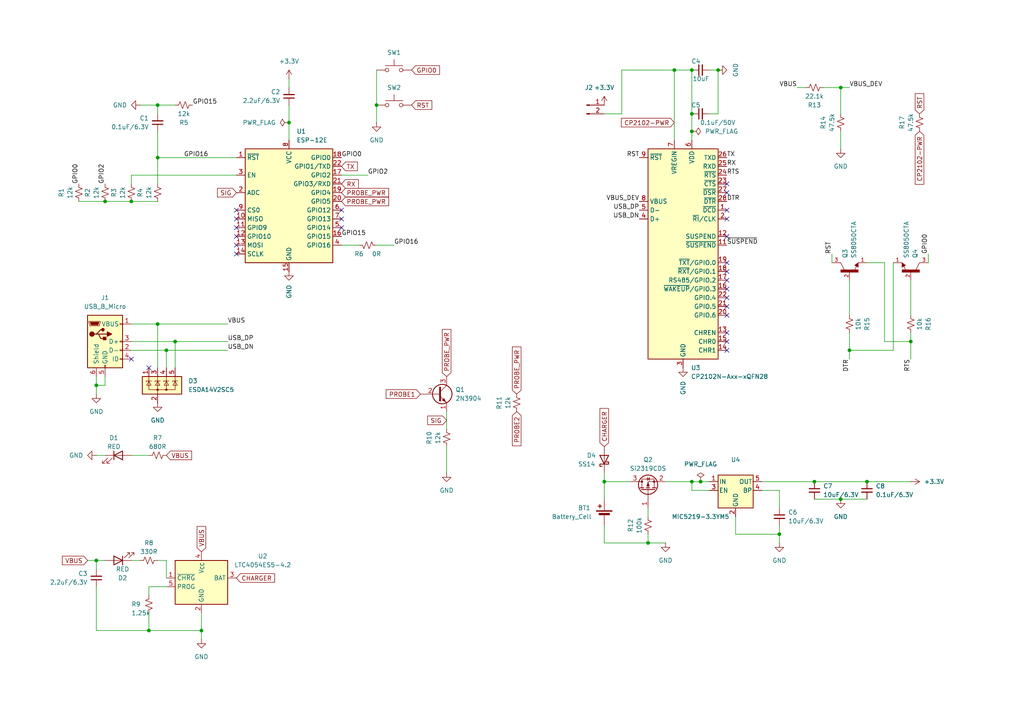
<source format=kicad_sch>
(kicad_sch
	(version 20231120)
	(generator "eeschema")
	(generator_version "8.0")
	(uuid "24d953ab-6739-40b1-b135-41d215edbb0c")
	(paper "A4")
	(title_block
		(title "Soil Moisture Sensor")
		(date "2024-10-05")
		(company "Prince Lee Muhera")
	)
	(lib_symbols
		(symbol "Battery_Management:LTC4054ES5-4.2"
			(exclude_from_sim no)
			(in_bom yes)
			(on_board yes)
			(property "Reference" "U"
				(at -5.842 6.604 0)
				(effects
					(font
						(size 1.27 1.27)
					)
				)
			)
			(property "Value" "LTC4054ES5-4.2"
				(at 1.524 6.604 0)
				(effects
					(font
						(size 1.27 1.27)
					)
					(justify left)
				)
			)
			(property "Footprint" "Package_TO_SOT_SMD:TSOT-23-5"
				(at 0 -12.7 0)
				(effects
					(font
						(size 1.27 1.27)
					)
					(hide yes)
				)
			)
			(property "Datasheet" "https://www.analog.com/media/en/technical-documentation/data-sheets/405442xf.pdf"
				(at 0 -2.54 0)
				(effects
					(font
						(size 1.27 1.27)
					)
					(hide yes)
				)
			)
			(property "Description" "Constant-current/constant-voltage linear charger for single cell lithium-ion batteries with 2.9V Trickle Charge, 4.5V to 6.5V VDD, -40 to +85 degree Celsius, TSOT-23-5"
				(at 0 0 0)
				(effects
					(font
						(size 1.27 1.27)
					)
					(hide yes)
				)
			)
			(property "ki_keywords" "Constant-current constant-voltage linear charger single cell lithium-ion battery"
				(at 0 0 0)
				(effects
					(font
						(size 1.27 1.27)
					)
					(hide yes)
				)
			)
			(property "ki_fp_filters" "TSOT?23*"
				(at 0 0 0)
				(effects
					(font
						(size 1.27 1.27)
					)
					(hide yes)
				)
			)
			(symbol "LTC4054ES5-4.2_0_1"
				(rectangle
					(start -7.62 5.08)
					(end 7.62 -7.62)
					(stroke
						(width 0.254)
						(type default)
					)
					(fill
						(type background)
					)
				)
			)
			(symbol "LTC4054ES5-4.2_1_1"
				(pin open_collector line
					(at -10.16 0 0)
					(length 2.54)
					(name "~{CHRG}"
						(effects
							(font
								(size 1.27 1.27)
							)
						)
					)
					(number "1"
						(effects
							(font
								(size 1.27 1.27)
							)
						)
					)
				)
				(pin power_in line
					(at 0 -10.16 90)
					(length 2.54)
					(name "GND"
						(effects
							(font
								(size 1.27 1.27)
							)
						)
					)
					(number "2"
						(effects
							(font
								(size 1.27 1.27)
							)
						)
					)
				)
				(pin power_out line
					(at 10.16 0 180)
					(length 2.54)
					(name "BAT"
						(effects
							(font
								(size 1.27 1.27)
							)
						)
					)
					(number "3"
						(effects
							(font
								(size 1.27 1.27)
							)
						)
					)
				)
				(pin power_in line
					(at 0 7.62 270)
					(length 2.54)
					(name "V_{CC}"
						(effects
							(font
								(size 1.27 1.27)
							)
						)
					)
					(number "4"
						(effects
							(font
								(size 1.27 1.27)
							)
						)
					)
				)
				(pin bidirectional line
					(at -10.16 -2.54 0)
					(length 2.54)
					(name "PROG"
						(effects
							(font
								(size 1.27 1.27)
							)
						)
					)
					(number "5"
						(effects
							(font
								(size 1.27 1.27)
							)
						)
					)
				)
			)
		)
		(symbol "Connector:Conn_01x02_Pin"
			(pin_names
				(offset 1.016) hide)
			(exclude_from_sim no)
			(in_bom yes)
			(on_board yes)
			(property "Reference" "J"
				(at 0 2.54 0)
				(effects
					(font
						(size 1.27 1.27)
					)
				)
			)
			(property "Value" "Conn_01x02_Pin"
				(at 0 -5.08 0)
				(effects
					(font
						(size 1.27 1.27)
					)
				)
			)
			(property "Footprint" ""
				(at 0 0 0)
				(effects
					(font
						(size 1.27 1.27)
					)
					(hide yes)
				)
			)
			(property "Datasheet" "~"
				(at 0 0 0)
				(effects
					(font
						(size 1.27 1.27)
					)
					(hide yes)
				)
			)
			(property "Description" "Generic connector, single row, 01x02, script generated"
				(at 0 0 0)
				(effects
					(font
						(size 1.27 1.27)
					)
					(hide yes)
				)
			)
			(property "ki_locked" ""
				(at 0 0 0)
				(effects
					(font
						(size 1.27 1.27)
					)
				)
			)
			(property "ki_keywords" "connector"
				(at 0 0 0)
				(effects
					(font
						(size 1.27 1.27)
					)
					(hide yes)
				)
			)
			(property "ki_fp_filters" "Connector*:*_1x??_*"
				(at 0 0 0)
				(effects
					(font
						(size 1.27 1.27)
					)
					(hide yes)
				)
			)
			(symbol "Conn_01x02_Pin_1_1"
				(polyline
					(pts
						(xy 1.27 -2.54) (xy 0.8636 -2.54)
					)
					(stroke
						(width 0.1524)
						(type default)
					)
					(fill
						(type none)
					)
				)
				(polyline
					(pts
						(xy 1.27 0) (xy 0.8636 0)
					)
					(stroke
						(width 0.1524)
						(type default)
					)
					(fill
						(type none)
					)
				)
				(rectangle
					(start 0.8636 -2.413)
					(end 0 -2.667)
					(stroke
						(width 0.1524)
						(type default)
					)
					(fill
						(type outline)
					)
				)
				(rectangle
					(start 0.8636 0.127)
					(end 0 -0.127)
					(stroke
						(width 0.1524)
						(type default)
					)
					(fill
						(type outline)
					)
				)
				(pin passive line
					(at 5.08 0 180)
					(length 3.81)
					(name "Pin_1"
						(effects
							(font
								(size 1.27 1.27)
							)
						)
					)
					(number "1"
						(effects
							(font
								(size 1.27 1.27)
							)
						)
					)
				)
				(pin passive line
					(at 5.08 -2.54 180)
					(length 3.81)
					(name "Pin_2"
						(effects
							(font
								(size 1.27 1.27)
							)
						)
					)
					(number "2"
						(effects
							(font
								(size 1.27 1.27)
							)
						)
					)
				)
			)
		)
		(symbol "Connector:USB_B_Micro"
			(pin_names
				(offset 1.016)
			)
			(exclude_from_sim no)
			(in_bom yes)
			(on_board yes)
			(property "Reference" "J"
				(at -5.08 11.43 0)
				(effects
					(font
						(size 1.27 1.27)
					)
					(justify left)
				)
			)
			(property "Value" "USB_B_Micro"
				(at -5.08 8.89 0)
				(effects
					(font
						(size 1.27 1.27)
					)
					(justify left)
				)
			)
			(property "Footprint" ""
				(at 3.81 -1.27 0)
				(effects
					(font
						(size 1.27 1.27)
					)
					(hide yes)
				)
			)
			(property "Datasheet" "~"
				(at 3.81 -1.27 0)
				(effects
					(font
						(size 1.27 1.27)
					)
					(hide yes)
				)
			)
			(property "Description" "USB Micro Type B connector"
				(at 0 0 0)
				(effects
					(font
						(size 1.27 1.27)
					)
					(hide yes)
				)
			)
			(property "ki_keywords" "connector USB micro"
				(at 0 0 0)
				(effects
					(font
						(size 1.27 1.27)
					)
					(hide yes)
				)
			)
			(property "ki_fp_filters" "USB*"
				(at 0 0 0)
				(effects
					(font
						(size 1.27 1.27)
					)
					(hide yes)
				)
			)
			(symbol "USB_B_Micro_0_1"
				(rectangle
					(start -5.08 -7.62)
					(end 5.08 7.62)
					(stroke
						(width 0.254)
						(type default)
					)
					(fill
						(type background)
					)
				)
				(circle
					(center -3.81 2.159)
					(radius 0.635)
					(stroke
						(width 0.254)
						(type default)
					)
					(fill
						(type outline)
					)
				)
				(circle
					(center -0.635 3.429)
					(radius 0.381)
					(stroke
						(width 0.254)
						(type default)
					)
					(fill
						(type outline)
					)
				)
				(rectangle
					(start -0.127 -7.62)
					(end 0.127 -6.858)
					(stroke
						(width 0)
						(type default)
					)
					(fill
						(type none)
					)
				)
				(polyline
					(pts
						(xy -1.905 2.159) (xy 0.635 2.159)
					)
					(stroke
						(width 0.254)
						(type default)
					)
					(fill
						(type none)
					)
				)
				(polyline
					(pts
						(xy -3.175 2.159) (xy -2.54 2.159) (xy -1.27 3.429) (xy -0.635 3.429)
					)
					(stroke
						(width 0.254)
						(type default)
					)
					(fill
						(type none)
					)
				)
				(polyline
					(pts
						(xy -2.54 2.159) (xy -1.905 2.159) (xy -1.27 0.889) (xy 0 0.889)
					)
					(stroke
						(width 0.254)
						(type default)
					)
					(fill
						(type none)
					)
				)
				(polyline
					(pts
						(xy 0.635 2.794) (xy 0.635 1.524) (xy 1.905 2.159) (xy 0.635 2.794)
					)
					(stroke
						(width 0.254)
						(type default)
					)
					(fill
						(type outline)
					)
				)
				(polyline
					(pts
						(xy -4.318 5.588) (xy -1.778 5.588) (xy -2.032 4.826) (xy -4.064 4.826) (xy -4.318 5.588)
					)
					(stroke
						(width 0)
						(type default)
					)
					(fill
						(type outline)
					)
				)
				(polyline
					(pts
						(xy -4.699 5.842) (xy -4.699 5.588) (xy -4.445 4.826) (xy -4.445 4.572) (xy -1.651 4.572) (xy -1.651 4.826)
						(xy -1.397 5.588) (xy -1.397 5.842) (xy -4.699 5.842)
					)
					(stroke
						(width 0)
						(type default)
					)
					(fill
						(type none)
					)
				)
				(rectangle
					(start 0.254 1.27)
					(end -0.508 0.508)
					(stroke
						(width 0.254)
						(type default)
					)
					(fill
						(type outline)
					)
				)
				(rectangle
					(start 5.08 -5.207)
					(end 4.318 -4.953)
					(stroke
						(width 0)
						(type default)
					)
					(fill
						(type none)
					)
				)
				(rectangle
					(start 5.08 -2.667)
					(end 4.318 -2.413)
					(stroke
						(width 0)
						(type default)
					)
					(fill
						(type none)
					)
				)
				(rectangle
					(start 5.08 -0.127)
					(end 4.318 0.127)
					(stroke
						(width 0)
						(type default)
					)
					(fill
						(type none)
					)
				)
				(rectangle
					(start 5.08 4.953)
					(end 4.318 5.207)
					(stroke
						(width 0)
						(type default)
					)
					(fill
						(type none)
					)
				)
			)
			(symbol "USB_B_Micro_1_1"
				(pin power_out line
					(at 7.62 5.08 180)
					(length 2.54)
					(name "VBUS"
						(effects
							(font
								(size 1.27 1.27)
							)
						)
					)
					(number "1"
						(effects
							(font
								(size 1.27 1.27)
							)
						)
					)
				)
				(pin bidirectional line
					(at 7.62 -2.54 180)
					(length 2.54)
					(name "D-"
						(effects
							(font
								(size 1.27 1.27)
							)
						)
					)
					(number "2"
						(effects
							(font
								(size 1.27 1.27)
							)
						)
					)
				)
				(pin bidirectional line
					(at 7.62 0 180)
					(length 2.54)
					(name "D+"
						(effects
							(font
								(size 1.27 1.27)
							)
						)
					)
					(number "3"
						(effects
							(font
								(size 1.27 1.27)
							)
						)
					)
				)
				(pin passive line
					(at 7.62 -5.08 180)
					(length 2.54)
					(name "ID"
						(effects
							(font
								(size 1.27 1.27)
							)
						)
					)
					(number "4"
						(effects
							(font
								(size 1.27 1.27)
							)
						)
					)
				)
				(pin power_out line
					(at 0 -10.16 90)
					(length 2.54)
					(name "GND"
						(effects
							(font
								(size 1.27 1.27)
							)
						)
					)
					(number "5"
						(effects
							(font
								(size 1.27 1.27)
							)
						)
					)
				)
				(pin passive line
					(at -2.54 -10.16 90)
					(length 2.54)
					(name "Shield"
						(effects
							(font
								(size 1.27 1.27)
							)
						)
					)
					(number "6"
						(effects
							(font
								(size 1.27 1.27)
							)
						)
					)
				)
			)
		)
		(symbol "Device:Battery_Cell"
			(pin_numbers hide)
			(pin_names
				(offset 0) hide)
			(exclude_from_sim no)
			(in_bom yes)
			(on_board yes)
			(property "Reference" "BT"
				(at 2.54 2.54 0)
				(effects
					(font
						(size 1.27 1.27)
					)
					(justify left)
				)
			)
			(property "Value" "Battery_Cell"
				(at 2.54 0 0)
				(effects
					(font
						(size 1.27 1.27)
					)
					(justify left)
				)
			)
			(property "Footprint" ""
				(at 0 1.524 90)
				(effects
					(font
						(size 1.27 1.27)
					)
					(hide yes)
				)
			)
			(property "Datasheet" "~"
				(at 0 1.524 90)
				(effects
					(font
						(size 1.27 1.27)
					)
					(hide yes)
				)
			)
			(property "Description" "Single-cell battery"
				(at 0 0 0)
				(effects
					(font
						(size 1.27 1.27)
					)
					(hide yes)
				)
			)
			(property "ki_keywords" "battery cell"
				(at 0 0 0)
				(effects
					(font
						(size 1.27 1.27)
					)
					(hide yes)
				)
			)
			(symbol "Battery_Cell_0_1"
				(rectangle
					(start -2.286 1.778)
					(end 2.286 1.524)
					(stroke
						(width 0)
						(type default)
					)
					(fill
						(type outline)
					)
				)
				(rectangle
					(start -1.524 1.016)
					(end 1.524 0.508)
					(stroke
						(width 0)
						(type default)
					)
					(fill
						(type outline)
					)
				)
				(polyline
					(pts
						(xy 0 0.762) (xy 0 0)
					)
					(stroke
						(width 0)
						(type default)
					)
					(fill
						(type none)
					)
				)
				(polyline
					(pts
						(xy 0 1.778) (xy 0 2.54)
					)
					(stroke
						(width 0)
						(type default)
					)
					(fill
						(type none)
					)
				)
				(polyline
					(pts
						(xy 0.762 3.048) (xy 1.778 3.048)
					)
					(stroke
						(width 0.254)
						(type default)
					)
					(fill
						(type none)
					)
				)
				(polyline
					(pts
						(xy 1.27 3.556) (xy 1.27 2.54)
					)
					(stroke
						(width 0.254)
						(type default)
					)
					(fill
						(type none)
					)
				)
			)
			(symbol "Battery_Cell_1_1"
				(pin passive line
					(at 0 5.08 270)
					(length 2.54)
					(name "+"
						(effects
							(font
								(size 1.27 1.27)
							)
						)
					)
					(number "1"
						(effects
							(font
								(size 1.27 1.27)
							)
						)
					)
				)
				(pin passive line
					(at 0 -2.54 90)
					(length 2.54)
					(name "-"
						(effects
							(font
								(size 1.27 1.27)
							)
						)
					)
					(number "2"
						(effects
							(font
								(size 1.27 1.27)
							)
						)
					)
				)
			)
		)
		(symbol "Device:C_Small"
			(pin_numbers hide)
			(pin_names
				(offset 0.254) hide)
			(exclude_from_sim no)
			(in_bom yes)
			(on_board yes)
			(property "Reference" "C"
				(at 0.254 1.778 0)
				(effects
					(font
						(size 1.27 1.27)
					)
					(justify left)
				)
			)
			(property "Value" "C_Small"
				(at 0.254 -2.032 0)
				(effects
					(font
						(size 1.27 1.27)
					)
					(justify left)
				)
			)
			(property "Footprint" ""
				(at 0 0 0)
				(effects
					(font
						(size 1.27 1.27)
					)
					(hide yes)
				)
			)
			(property "Datasheet" "~"
				(at 0 0 0)
				(effects
					(font
						(size 1.27 1.27)
					)
					(hide yes)
				)
			)
			(property "Description" "Unpolarized capacitor, small symbol"
				(at 0 0 0)
				(effects
					(font
						(size 1.27 1.27)
					)
					(hide yes)
				)
			)
			(property "ki_keywords" "capacitor cap"
				(at 0 0 0)
				(effects
					(font
						(size 1.27 1.27)
					)
					(hide yes)
				)
			)
			(property "ki_fp_filters" "C_*"
				(at 0 0 0)
				(effects
					(font
						(size 1.27 1.27)
					)
					(hide yes)
				)
			)
			(symbol "C_Small_0_1"
				(polyline
					(pts
						(xy -1.524 -0.508) (xy 1.524 -0.508)
					)
					(stroke
						(width 0.3302)
						(type default)
					)
					(fill
						(type none)
					)
				)
				(polyline
					(pts
						(xy -1.524 0.508) (xy 1.524 0.508)
					)
					(stroke
						(width 0.3048)
						(type default)
					)
					(fill
						(type none)
					)
				)
			)
			(symbol "C_Small_1_1"
				(pin passive line
					(at 0 2.54 270)
					(length 2.032)
					(name "~"
						(effects
							(font
								(size 1.27 1.27)
							)
						)
					)
					(number "1"
						(effects
							(font
								(size 1.27 1.27)
							)
						)
					)
				)
				(pin passive line
					(at 0 -2.54 90)
					(length 2.032)
					(name "~"
						(effects
							(font
								(size 1.27 1.27)
							)
						)
					)
					(number "2"
						(effects
							(font
								(size 1.27 1.27)
							)
						)
					)
				)
			)
		)
		(symbol "Device:LED"
			(pin_numbers hide)
			(pin_names
				(offset 1.016) hide)
			(exclude_from_sim no)
			(in_bom yes)
			(on_board yes)
			(property "Reference" "D"
				(at 0 2.54 0)
				(effects
					(font
						(size 1.27 1.27)
					)
				)
			)
			(property "Value" "LED"
				(at 0 -2.54 0)
				(effects
					(font
						(size 1.27 1.27)
					)
				)
			)
			(property "Footprint" ""
				(at 0 0 0)
				(effects
					(font
						(size 1.27 1.27)
					)
					(hide yes)
				)
			)
			(property "Datasheet" "~"
				(at 0 0 0)
				(effects
					(font
						(size 1.27 1.27)
					)
					(hide yes)
				)
			)
			(property "Description" "Light emitting diode"
				(at 0 0 0)
				(effects
					(font
						(size 1.27 1.27)
					)
					(hide yes)
				)
			)
			(property "ki_keywords" "LED diode"
				(at 0 0 0)
				(effects
					(font
						(size 1.27 1.27)
					)
					(hide yes)
				)
			)
			(property "ki_fp_filters" "LED* LED_SMD:* LED_THT:*"
				(at 0 0 0)
				(effects
					(font
						(size 1.27 1.27)
					)
					(hide yes)
				)
			)
			(symbol "LED_0_1"
				(polyline
					(pts
						(xy -1.27 -1.27) (xy -1.27 1.27)
					)
					(stroke
						(width 0.254)
						(type default)
					)
					(fill
						(type none)
					)
				)
				(polyline
					(pts
						(xy -1.27 0) (xy 1.27 0)
					)
					(stroke
						(width 0)
						(type default)
					)
					(fill
						(type none)
					)
				)
				(polyline
					(pts
						(xy 1.27 -1.27) (xy 1.27 1.27) (xy -1.27 0) (xy 1.27 -1.27)
					)
					(stroke
						(width 0.254)
						(type default)
					)
					(fill
						(type none)
					)
				)
				(polyline
					(pts
						(xy -3.048 -0.762) (xy -4.572 -2.286) (xy -3.81 -2.286) (xy -4.572 -2.286) (xy -4.572 -1.524)
					)
					(stroke
						(width 0)
						(type default)
					)
					(fill
						(type none)
					)
				)
				(polyline
					(pts
						(xy -1.778 -0.762) (xy -3.302 -2.286) (xy -2.54 -2.286) (xy -3.302 -2.286) (xy -3.302 -1.524)
					)
					(stroke
						(width 0)
						(type default)
					)
					(fill
						(type none)
					)
				)
			)
			(symbol "LED_1_1"
				(pin passive line
					(at -3.81 0 0)
					(length 2.54)
					(name "K"
						(effects
							(font
								(size 1.27 1.27)
							)
						)
					)
					(number "1"
						(effects
							(font
								(size 1.27 1.27)
							)
						)
					)
				)
				(pin passive line
					(at 3.81 0 180)
					(length 2.54)
					(name "A"
						(effects
							(font
								(size 1.27 1.27)
							)
						)
					)
					(number "2"
						(effects
							(font
								(size 1.27 1.27)
							)
						)
					)
				)
			)
		)
		(symbol "Device:R_Small_US"
			(pin_numbers hide)
			(pin_names
				(offset 0.254) hide)
			(exclude_from_sim no)
			(in_bom yes)
			(on_board yes)
			(property "Reference" "R"
				(at 0.762 0.508 0)
				(effects
					(font
						(size 1.27 1.27)
					)
					(justify left)
				)
			)
			(property "Value" "R_Small_US"
				(at 0.762 -1.016 0)
				(effects
					(font
						(size 1.27 1.27)
					)
					(justify left)
				)
			)
			(property "Footprint" ""
				(at 0 0 0)
				(effects
					(font
						(size 1.27 1.27)
					)
					(hide yes)
				)
			)
			(property "Datasheet" "~"
				(at 0 0 0)
				(effects
					(font
						(size 1.27 1.27)
					)
					(hide yes)
				)
			)
			(property "Description" "Resistor, small US symbol"
				(at 0 0 0)
				(effects
					(font
						(size 1.27 1.27)
					)
					(hide yes)
				)
			)
			(property "ki_keywords" "r resistor"
				(at 0 0 0)
				(effects
					(font
						(size 1.27 1.27)
					)
					(hide yes)
				)
			)
			(property "ki_fp_filters" "R_*"
				(at 0 0 0)
				(effects
					(font
						(size 1.27 1.27)
					)
					(hide yes)
				)
			)
			(symbol "R_Small_US_1_1"
				(polyline
					(pts
						(xy 0 0) (xy 1.016 -0.381) (xy 0 -0.762) (xy -1.016 -1.143) (xy 0 -1.524)
					)
					(stroke
						(width 0)
						(type default)
					)
					(fill
						(type none)
					)
				)
				(polyline
					(pts
						(xy 0 1.524) (xy 1.016 1.143) (xy 0 0.762) (xy -1.016 0.381) (xy 0 0)
					)
					(stroke
						(width 0)
						(type default)
					)
					(fill
						(type none)
					)
				)
				(pin passive line
					(at 0 2.54 270)
					(length 1.016)
					(name "~"
						(effects
							(font
								(size 1.27 1.27)
							)
						)
					)
					(number "1"
						(effects
							(font
								(size 1.27 1.27)
							)
						)
					)
				)
				(pin passive line
					(at 0 -2.54 90)
					(length 1.016)
					(name "~"
						(effects
							(font
								(size 1.27 1.27)
							)
						)
					)
					(number "2"
						(effects
							(font
								(size 1.27 1.27)
							)
						)
					)
				)
			)
		)
		(symbol "Diode:SS14"
			(pin_numbers hide)
			(pin_names
				(offset 1.016) hide)
			(exclude_from_sim no)
			(in_bom yes)
			(on_board yes)
			(property "Reference" "D"
				(at 0 2.54 0)
				(effects
					(font
						(size 1.27 1.27)
					)
				)
			)
			(property "Value" "SS14"
				(at 0 -2.54 0)
				(effects
					(font
						(size 1.27 1.27)
					)
				)
			)
			(property "Footprint" "Diode_SMD:D_SMA"
				(at 0 -4.445 0)
				(effects
					(font
						(size 1.27 1.27)
					)
					(hide yes)
				)
			)
			(property "Datasheet" "https://www.vishay.com/docs/88746/ss12.pdf"
				(at 0 0 0)
				(effects
					(font
						(size 1.27 1.27)
					)
					(hide yes)
				)
			)
			(property "Description" "40V 1A Schottky Diode, SMA"
				(at 0 0 0)
				(effects
					(font
						(size 1.27 1.27)
					)
					(hide yes)
				)
			)
			(property "ki_keywords" "diode Schottky"
				(at 0 0 0)
				(effects
					(font
						(size 1.27 1.27)
					)
					(hide yes)
				)
			)
			(property "ki_fp_filters" "D*SMA*"
				(at 0 0 0)
				(effects
					(font
						(size 1.27 1.27)
					)
					(hide yes)
				)
			)
			(symbol "SS14_0_1"
				(polyline
					(pts
						(xy 1.27 0) (xy -1.27 0)
					)
					(stroke
						(width 0)
						(type default)
					)
					(fill
						(type none)
					)
				)
				(polyline
					(pts
						(xy 1.27 1.27) (xy 1.27 -1.27) (xy -1.27 0) (xy 1.27 1.27)
					)
					(stroke
						(width 0.254)
						(type default)
					)
					(fill
						(type none)
					)
				)
				(polyline
					(pts
						(xy -1.905 0.635) (xy -1.905 1.27) (xy -1.27 1.27) (xy -1.27 -1.27) (xy -0.635 -1.27) (xy -0.635 -0.635)
					)
					(stroke
						(width 0.254)
						(type default)
					)
					(fill
						(type none)
					)
				)
			)
			(symbol "SS14_1_1"
				(pin passive line
					(at -3.81 0 0)
					(length 2.54)
					(name "K"
						(effects
							(font
								(size 1.27 1.27)
							)
						)
					)
					(number "1"
						(effects
							(font
								(size 1.27 1.27)
							)
						)
					)
				)
				(pin passive line
					(at 3.81 0 180)
					(length 2.54)
					(name "A"
						(effects
							(font
								(size 1.27 1.27)
							)
						)
					)
					(number "2"
						(effects
							(font
								(size 1.27 1.27)
							)
						)
					)
				)
			)
		)
		(symbol "Interface_USB:CP2102N-Axx-xQFN28"
			(exclude_from_sim no)
			(in_bom yes)
			(on_board yes)
			(property "Reference" "U?"
				(at 2.286 -33.02 0)
				(effects
					(font
						(size 1.27 1.27)
					)
					(justify left)
				)
			)
			(property "Value" "CP2102N-Axx-xQFN28"
				(at 2.286 -35.56 0)
				(effects
					(font
						(size 1.27 1.27)
					)
					(justify left)
				)
			)
			(property "Footprint" "Package_DFN_QFN:QFN-28-1EP_5x5mm_P0.5mm_EP3.35x3.35mm"
				(at 33.02 -31.75 0)
				(effects
					(font
						(size 1.27 1.27)
					)
					(hide yes)
				)
			)
			(property "Datasheet" "https://www.silabs.com/documents/public/data-sheets/cp2102n-datasheet.pdf"
				(at 1.27 -19.05 0)
				(effects
					(font
						(size 1.27 1.27)
					)
					(hide yes)
				)
			)
			(property "Description" "USB to UART master bridge, QFN-28"
				(at 0 0 0)
				(effects
					(font
						(size 1.27 1.27)
					)
					(hide yes)
				)
			)
			(property "ki_keywords" "USB UART bridge"
				(at 0 0 0)
				(effects
					(font
						(size 1.27 1.27)
					)
					(hide yes)
				)
			)
			(property "ki_fp_filters" "QFN*1EP*5x5mm*P0.5mm*"
				(at 0 0 0)
				(effects
					(font
						(size 1.27 1.27)
					)
					(hide yes)
				)
			)
			(symbol "CP2102N-Axx-xQFN28_0_1"
				(rectangle
					(start -10.16 30.48)
					(end 10.16 -30.48)
					(stroke
						(width 0.254)
						(type default)
					)
					(fill
						(type background)
					)
				)
			)
			(symbol "CP2102N-Axx-xQFN28_1_1"
				(pin input line
					(at 12.7 12.7 180)
					(length 2.54)
					(name "~{DCD}"
						(effects
							(font
								(size 1.27 1.27)
							)
						)
					)
					(number "1"
						(effects
							(font
								(size 1.27 1.27)
							)
						)
					)
				)
				(pin no_connect line
					(at -10.16 -27.94 0)
					(length 2.54) hide
					(name "NC"
						(effects
							(font
								(size 1.27 1.27)
							)
						)
					)
					(number "10"
						(effects
							(font
								(size 1.27 1.27)
							)
						)
					)
				)
				(pin output line
					(at 12.7 2.54 180)
					(length 2.54)
					(name "~{SUSPEND}"
						(effects
							(font
								(size 1.27 1.27)
							)
						)
					)
					(number "11"
						(effects
							(font
								(size 1.27 1.27)
							)
						)
					)
				)
				(pin output line
					(at 12.7 5.08 180)
					(length 2.54)
					(name "SUSPEND"
						(effects
							(font
								(size 1.27 1.27)
							)
						)
					)
					(number "12"
						(effects
							(font
								(size 1.27 1.27)
							)
						)
					)
				)
				(pin output line
					(at 12.7 -22.86 180)
					(length 2.54)
					(name "CHREN"
						(effects
							(font
								(size 1.27 1.27)
							)
						)
					)
					(number "13"
						(effects
							(font
								(size 1.27 1.27)
							)
						)
					)
				)
				(pin output line
					(at 12.7 -27.94 180)
					(length 2.54)
					(name "CHR1"
						(effects
							(font
								(size 1.27 1.27)
							)
						)
					)
					(number "14"
						(effects
							(font
								(size 1.27 1.27)
							)
						)
					)
				)
				(pin output line
					(at 12.7 -25.4 180)
					(length 2.54)
					(name "CHR0"
						(effects
							(font
								(size 1.27 1.27)
							)
						)
					)
					(number "15"
						(effects
							(font
								(size 1.27 1.27)
							)
						)
					)
				)
				(pin bidirectional line
					(at 12.7 -10.16 180)
					(length 2.54)
					(name "~{WAKEUP}/GPIO.3"
						(effects
							(font
								(size 1.27 1.27)
							)
						)
					)
					(number "16"
						(effects
							(font
								(size 1.27 1.27)
							)
						)
					)
				)
				(pin bidirectional line
					(at 12.7 -7.62 180)
					(length 2.54)
					(name "RS485/GPIO.2"
						(effects
							(font
								(size 1.27 1.27)
							)
						)
					)
					(number "17"
						(effects
							(font
								(size 1.27 1.27)
							)
						)
					)
				)
				(pin bidirectional line
					(at 12.7 -5.08 180)
					(length 2.54)
					(name "~{RXT}/GPIO.1"
						(effects
							(font
								(size 1.27 1.27)
							)
						)
					)
					(number "18"
						(effects
							(font
								(size 1.27 1.27)
							)
						)
					)
				)
				(pin bidirectional line
					(at 12.7 -2.54 180)
					(length 2.54)
					(name "~{TXT}/GPIO.0"
						(effects
							(font
								(size 1.27 1.27)
							)
						)
					)
					(number "19"
						(effects
							(font
								(size 1.27 1.27)
							)
						)
					)
				)
				(pin bidirectional line
					(at 12.7 10.16 180)
					(length 2.54)
					(name "~{RI}/CLK"
						(effects
							(font
								(size 1.27 1.27)
							)
						)
					)
					(number "2"
						(effects
							(font
								(size 1.27 1.27)
							)
						)
					)
				)
				(pin bidirectional line
					(at 12.7 -17.78 180)
					(length 2.54)
					(name "GPIO.6"
						(effects
							(font
								(size 1.27 1.27)
							)
						)
					)
					(number "20"
						(effects
							(font
								(size 1.27 1.27)
							)
						)
					)
				)
				(pin bidirectional line
					(at 12.7 -15.24 180)
					(length 2.54)
					(name "GPIO.5"
						(effects
							(font
								(size 1.27 1.27)
							)
						)
					)
					(number "21"
						(effects
							(font
								(size 1.27 1.27)
							)
						)
					)
				)
				(pin bidirectional line
					(at 12.7 -12.7 180)
					(length 2.54)
					(name "GPIO.4"
						(effects
							(font
								(size 1.27 1.27)
							)
						)
					)
					(number "22"
						(effects
							(font
								(size 1.27 1.27)
							)
						)
					)
				)
				(pin input line
					(at 12.7 20.32 180)
					(length 2.54)
					(name "~{CTS}"
						(effects
							(font
								(size 1.27 1.27)
							)
						)
					)
					(number "23"
						(effects
							(font
								(size 1.27 1.27)
							)
						)
					)
				)
				(pin output line
					(at 12.7 22.86 180)
					(length 2.54)
					(name "~{RTS}"
						(effects
							(font
								(size 1.27 1.27)
							)
						)
					)
					(number "24"
						(effects
							(font
								(size 1.27 1.27)
							)
						)
					)
				)
				(pin input line
					(at 12.7 25.4 180)
					(length 2.54)
					(name "RXD"
						(effects
							(font
								(size 1.27 1.27)
							)
						)
					)
					(number "25"
						(effects
							(font
								(size 1.27 1.27)
							)
						)
					)
				)
				(pin output line
					(at 12.7 27.94 180)
					(length 2.54)
					(name "TXD"
						(effects
							(font
								(size 1.27 1.27)
							)
						)
					)
					(number "26"
						(effects
							(font
								(size 1.27 1.27)
							)
						)
					)
				)
				(pin input line
					(at 12.7 17.78 180)
					(length 2.54)
					(name "~{DSR}"
						(effects
							(font
								(size 1.27 1.27)
							)
						)
					)
					(number "27"
						(effects
							(font
								(size 1.27 1.27)
							)
						)
					)
				)
				(pin output line
					(at 12.7 15.24 180)
					(length 2.54)
					(name "~{DTR}"
						(effects
							(font
								(size 1.27 1.27)
							)
						)
					)
					(number "28"
						(effects
							(font
								(size 1.27 1.27)
							)
						)
					)
				)
				(pin passive line
					(at 0 -33.02 90)
					(length 2.54) hide
					(name "GND"
						(effects
							(font
								(size 1.27 1.27)
							)
						)
					)
					(number "29"
						(effects
							(font
								(size 1.27 1.27)
							)
						)
					)
				)
				(pin power_in line
					(at 0 -33.02 90)
					(length 2.54)
					(name "GND"
						(effects
							(font
								(size 1.27 1.27)
							)
						)
					)
					(number "3"
						(effects
							(font
								(size 1.27 1.27)
							)
						)
					)
				)
				(pin bidirectional line
					(at -12.7 10.16 0)
					(length 2.54)
					(name "D+"
						(effects
							(font
								(size 1.27 1.27)
							)
						)
					)
					(number "4"
						(effects
							(font
								(size 1.27 1.27)
							)
						)
					)
				)
				(pin bidirectional line
					(at -12.7 12.7 0)
					(length 2.54)
					(name "D-"
						(effects
							(font
								(size 1.27 1.27)
							)
						)
					)
					(number "5"
						(effects
							(font
								(size 1.27 1.27)
							)
						)
					)
				)
				(pin power_in line
					(at 2.54 33.02 270)
					(length 2.54)
					(name "VDD"
						(effects
							(font
								(size 1.27 1.27)
							)
						)
					)
					(number "6"
						(effects
							(font
								(size 1.27 1.27)
							)
						)
					)
				)
				(pin power_in line
					(at -2.54 33.02 270)
					(length 2.54)
					(name "VREGIN"
						(effects
							(font
								(size 1.27 1.27)
							)
						)
					)
					(number "7"
						(effects
							(font
								(size 1.27 1.27)
							)
						)
					)
				)
				(pin input line
					(at -12.7 15.24 0)
					(length 2.54)
					(name "VBUS"
						(effects
							(font
								(size 1.27 1.27)
							)
						)
					)
					(number "8"
						(effects
							(font
								(size 1.27 1.27)
							)
						)
					)
				)
				(pin input line
					(at -12.7 27.94 0)
					(length 2.54)
					(name "~{RST}"
						(effects
							(font
								(size 1.27 1.27)
							)
						)
					)
					(number "9"
						(effects
							(font
								(size 1.27 1.27)
							)
						)
					)
				)
			)
		)
		(symbol "Power_Protection:ESDA14V2SC5"
			(pin_names hide)
			(exclude_from_sim no)
			(in_bom yes)
			(on_board yes)
			(property "Reference" "D"
				(at 7.62 2.54 0)
				(effects
					(font
						(size 1.27 1.27)
					)
					(justify left)
				)
			)
			(property "Value" "ESDA14V2SC5"
				(at 7.62 0.635 0)
				(effects
					(font
						(size 1.27 1.27)
					)
					(justify left)
				)
			)
			(property "Footprint" "Package_TO_SOT_SMD:SOT-23-5"
				(at 7.62 -1.27 0)
				(effects
					(font
						(size 1.27 1.27)
					)
					(justify left)
					(hide yes)
				)
			)
			(property "Datasheet" "https://www.st.com/resource/en/datasheet/esda5v3sc6.pdf"
				(at 3.175 3.175 0)
				(effects
					(font
						(size 1.27 1.27)
					)
					(hide yes)
				)
			)
			(property "Description" "Quad TVS Diode Array, 14.2V Standoff, 4 Channels, 400W, ±30kV, SOT-23-5"
				(at 0 0 0)
				(effects
					(font
						(size 1.27 1.27)
					)
					(hide yes)
				)
			)
			(property "ki_keywords" "esd protection suppression transient"
				(at 0 0 0)
				(effects
					(font
						(size 1.27 1.27)
					)
					(hide yes)
				)
			)
			(property "ki_fp_filters" "SOT?23*"
				(at 0 0 0)
				(effects
					(font
						(size 1.27 1.27)
					)
					(hide yes)
				)
			)
			(symbol "ESDA14V2SC5_0_0"
				(pin passive line
					(at 0 -5.08 90)
					(length 2.54)
					(name "A"
						(effects
							(font
								(size 1.27 1.27)
							)
						)
					)
					(number "2"
						(effects
							(font
								(size 1.27 1.27)
							)
						)
					)
				)
			)
			(symbol "ESDA14V2SC5_0_1"
				(rectangle
					(start -4.445 2.54)
					(end 6.985 -2.54)
					(stroke
						(width 0.254)
						(type default)
					)
					(fill
						(type background)
					)
				)
				(circle
					(center 0 -1.27)
					(radius 0.254)
					(stroke
						(width 0)
						(type default)
					)
					(fill
						(type outline)
					)
				)
				(polyline
					(pts
						(xy -2.54 2.54) (xy -2.54 1.27)
					)
					(stroke
						(width 0)
						(type default)
					)
					(fill
						(type none)
					)
				)
				(polyline
					(pts
						(xy 0 -1.27) (xy 0 -2.54)
					)
					(stroke
						(width 0)
						(type default)
					)
					(fill
						(type none)
					)
				)
				(polyline
					(pts
						(xy 0 -1.27) (xy 0 1.27)
					)
					(stroke
						(width 0)
						(type default)
					)
					(fill
						(type none)
					)
				)
				(polyline
					(pts
						(xy 0 2.54) (xy 0 1.27)
					)
					(stroke
						(width 0)
						(type default)
					)
					(fill
						(type none)
					)
				)
				(polyline
					(pts
						(xy 2.54 2.54) (xy 2.54 1.27)
					)
					(stroke
						(width 0)
						(type default)
					)
					(fill
						(type none)
					)
				)
				(polyline
					(pts
						(xy 5.08 2.54) (xy 5.08 1.27)
					)
					(stroke
						(width 0)
						(type default)
					)
					(fill
						(type none)
					)
				)
				(polyline
					(pts
						(xy -3.302 1.016) (xy -3.302 1.27) (xy -1.778 1.27)
					)
					(stroke
						(width 0)
						(type default)
					)
					(fill
						(type none)
					)
				)
				(polyline
					(pts
						(xy 0.762 1.27) (xy -0.762 1.27) (xy -0.762 1.016)
					)
					(stroke
						(width 0)
						(type default)
					)
					(fill
						(type none)
					)
				)
				(polyline
					(pts
						(xy 5.08 1.27) (xy 5.08 -1.27) (xy 2.54 -1.27)
					)
					(stroke
						(width 0)
						(type default)
					)
					(fill
						(type none)
					)
				)
				(polyline
					(pts
						(xy -2.54 1.27) (xy -2.54 -1.27) (xy 2.54 -1.27) (xy 2.54 1.27)
					)
					(stroke
						(width 0)
						(type default)
					)
					(fill
						(type none)
					)
				)
				(polyline
					(pts
						(xy -2.54 1.27) (xy -1.905 0) (xy -3.175 0) (xy -2.54 1.27)
					)
					(stroke
						(width 0)
						(type default)
					)
					(fill
						(type none)
					)
				)
				(polyline
					(pts
						(xy 0.635 0) (xy -0.635 0) (xy 0 1.27) (xy 0.635 0)
					)
					(stroke
						(width 0)
						(type default)
					)
					(fill
						(type none)
					)
				)
				(polyline
					(pts
						(xy 1.778 1.016) (xy 1.778 1.27) (xy 3.175 1.27) (xy 3.302 1.27)
					)
					(stroke
						(width 0)
						(type default)
					)
					(fill
						(type none)
					)
				)
				(polyline
					(pts
						(xy 2.54 1.27) (xy 1.905 0) (xy 3.175 0) (xy 2.54 1.27)
					)
					(stroke
						(width 0)
						(type default)
					)
					(fill
						(type none)
					)
				)
				(polyline
					(pts
						(xy 4.318 1.016) (xy 4.318 1.27) (xy 5.715 1.27) (xy 5.842 1.27)
					)
					(stroke
						(width 0)
						(type default)
					)
					(fill
						(type none)
					)
				)
				(polyline
					(pts
						(xy 5.08 1.27) (xy 4.445 0) (xy 5.715 0) (xy 5.08 1.27)
					)
					(stroke
						(width 0)
						(type default)
					)
					(fill
						(type none)
					)
				)
				(circle
					(center 2.54 -1.27)
					(radius 0.254)
					(stroke
						(width 0)
						(type default)
					)
					(fill
						(type outline)
					)
				)
			)
			(symbol "ESDA14V2SC5_1_1"
				(pin passive line
					(at -2.54 5.08 270)
					(length 2.54)
					(name "K"
						(effects
							(font
								(size 1.27 1.27)
							)
						)
					)
					(number "1"
						(effects
							(font
								(size 1.27 1.27)
							)
						)
					)
				)
				(pin passive line
					(at 0 5.08 270)
					(length 2.54)
					(name "K"
						(effects
							(font
								(size 1.27 1.27)
							)
						)
					)
					(number "3"
						(effects
							(font
								(size 1.27 1.27)
							)
						)
					)
				)
				(pin passive line
					(at 2.54 5.08 270)
					(length 2.54)
					(name "K"
						(effects
							(font
								(size 1.27 1.27)
							)
						)
					)
					(number "4"
						(effects
							(font
								(size 1.27 1.27)
							)
						)
					)
				)
				(pin passive line
					(at 5.08 5.08 270)
					(length 2.54)
					(name "K"
						(effects
							(font
								(size 1.27 1.27)
							)
						)
					)
					(number "5"
						(effects
							(font
								(size 1.27 1.27)
							)
						)
					)
				)
			)
		)
		(symbol "RF_Module:ESP-12E"
			(exclude_from_sim no)
			(in_bom yes)
			(on_board yes)
			(property "Reference" "U"
				(at -12.7 19.05 0)
				(effects
					(font
						(size 1.27 1.27)
					)
					(justify left)
				)
			)
			(property "Value" "ESP-12E"
				(at 12.7 19.05 0)
				(effects
					(font
						(size 1.27 1.27)
					)
					(justify right)
				)
			)
			(property "Footprint" "RF_Module:ESP-12E"
				(at 0 0 0)
				(effects
					(font
						(size 1.27 1.27)
					)
					(hide yes)
				)
			)
			(property "Datasheet" "http://wiki.ai-thinker.com/_media/esp8266/esp8266_series_modules_user_manual_v1.1.pdf"
				(at -8.89 2.54 0)
				(effects
					(font
						(size 1.27 1.27)
					)
					(hide yes)
				)
			)
			(property "Description" "802.11 b/g/n Wi-Fi Module"
				(at 0 0 0)
				(effects
					(font
						(size 1.27 1.27)
					)
					(hide yes)
				)
			)
			(property "ki_keywords" "802.11 Wi-Fi"
				(at 0 0 0)
				(effects
					(font
						(size 1.27 1.27)
					)
					(hide yes)
				)
			)
			(property "ki_fp_filters" "ESP?12*"
				(at 0 0 0)
				(effects
					(font
						(size 1.27 1.27)
					)
					(hide yes)
				)
			)
			(symbol "ESP-12E_0_1"
				(rectangle
					(start -12.7 17.78)
					(end 12.7 -15.24)
					(stroke
						(width 0.254)
						(type default)
					)
					(fill
						(type background)
					)
				)
			)
			(symbol "ESP-12E_1_1"
				(pin input line
					(at -15.24 15.24 0)
					(length 2.54)
					(name "~{RST}"
						(effects
							(font
								(size 1.27 1.27)
							)
						)
					)
					(number "1"
						(effects
							(font
								(size 1.27 1.27)
							)
						)
					)
				)
				(pin bidirectional line
					(at -15.24 -2.54 0)
					(length 2.54)
					(name "MISO"
						(effects
							(font
								(size 1.27 1.27)
							)
						)
					)
					(number "10"
						(effects
							(font
								(size 1.27 1.27)
							)
						)
					)
				)
				(pin bidirectional line
					(at -15.24 -5.08 0)
					(length 2.54)
					(name "GPIO9"
						(effects
							(font
								(size 1.27 1.27)
							)
						)
					)
					(number "11"
						(effects
							(font
								(size 1.27 1.27)
							)
						)
					)
				)
				(pin bidirectional line
					(at -15.24 -7.62 0)
					(length 2.54)
					(name "GPIO10"
						(effects
							(font
								(size 1.27 1.27)
							)
						)
					)
					(number "12"
						(effects
							(font
								(size 1.27 1.27)
							)
						)
					)
				)
				(pin bidirectional line
					(at -15.24 -10.16 0)
					(length 2.54)
					(name "MOSI"
						(effects
							(font
								(size 1.27 1.27)
							)
						)
					)
					(number "13"
						(effects
							(font
								(size 1.27 1.27)
							)
						)
					)
				)
				(pin bidirectional line
					(at -15.24 -12.7 0)
					(length 2.54)
					(name "SCLK"
						(effects
							(font
								(size 1.27 1.27)
							)
						)
					)
					(number "14"
						(effects
							(font
								(size 1.27 1.27)
							)
						)
					)
				)
				(pin power_in line
					(at 0 -17.78 90)
					(length 2.54)
					(name "GND"
						(effects
							(font
								(size 1.27 1.27)
							)
						)
					)
					(number "15"
						(effects
							(font
								(size 1.27 1.27)
							)
						)
					)
				)
				(pin bidirectional line
					(at 15.24 -7.62 180)
					(length 2.54)
					(name "GPIO15"
						(effects
							(font
								(size 1.27 1.27)
							)
						)
					)
					(number "16"
						(effects
							(font
								(size 1.27 1.27)
							)
						)
					)
				)
				(pin bidirectional line
					(at 15.24 10.16 180)
					(length 2.54)
					(name "GPIO2"
						(effects
							(font
								(size 1.27 1.27)
							)
						)
					)
					(number "17"
						(effects
							(font
								(size 1.27 1.27)
							)
						)
					)
				)
				(pin bidirectional line
					(at 15.24 15.24 180)
					(length 2.54)
					(name "GPIO0"
						(effects
							(font
								(size 1.27 1.27)
							)
						)
					)
					(number "18"
						(effects
							(font
								(size 1.27 1.27)
							)
						)
					)
				)
				(pin bidirectional line
					(at 15.24 5.08 180)
					(length 2.54)
					(name "GPIO4"
						(effects
							(font
								(size 1.27 1.27)
							)
						)
					)
					(number "19"
						(effects
							(font
								(size 1.27 1.27)
							)
						)
					)
				)
				(pin input line
					(at -15.24 5.08 0)
					(length 2.54)
					(name "ADC"
						(effects
							(font
								(size 1.27 1.27)
							)
						)
					)
					(number "2"
						(effects
							(font
								(size 1.27 1.27)
							)
						)
					)
				)
				(pin bidirectional line
					(at 15.24 2.54 180)
					(length 2.54)
					(name "GPIO5"
						(effects
							(font
								(size 1.27 1.27)
							)
						)
					)
					(number "20"
						(effects
							(font
								(size 1.27 1.27)
							)
						)
					)
				)
				(pin bidirectional line
					(at 15.24 7.62 180)
					(length 2.54)
					(name "GPIO3/RXD"
						(effects
							(font
								(size 1.27 1.27)
							)
						)
					)
					(number "21"
						(effects
							(font
								(size 1.27 1.27)
							)
						)
					)
				)
				(pin bidirectional line
					(at 15.24 12.7 180)
					(length 2.54)
					(name "GPIO1/TXD"
						(effects
							(font
								(size 1.27 1.27)
							)
						)
					)
					(number "22"
						(effects
							(font
								(size 1.27 1.27)
							)
						)
					)
				)
				(pin input line
					(at -15.24 10.16 0)
					(length 2.54)
					(name "EN"
						(effects
							(font
								(size 1.27 1.27)
							)
						)
					)
					(number "3"
						(effects
							(font
								(size 1.27 1.27)
							)
						)
					)
				)
				(pin bidirectional line
					(at 15.24 -10.16 180)
					(length 2.54)
					(name "GPIO16"
						(effects
							(font
								(size 1.27 1.27)
							)
						)
					)
					(number "4"
						(effects
							(font
								(size 1.27 1.27)
							)
						)
					)
				)
				(pin bidirectional line
					(at 15.24 -5.08 180)
					(length 2.54)
					(name "GPIO14"
						(effects
							(font
								(size 1.27 1.27)
							)
						)
					)
					(number "5"
						(effects
							(font
								(size 1.27 1.27)
							)
						)
					)
				)
				(pin bidirectional line
					(at 15.24 0 180)
					(length 2.54)
					(name "GPIO12"
						(effects
							(font
								(size 1.27 1.27)
							)
						)
					)
					(number "6"
						(effects
							(font
								(size 1.27 1.27)
							)
						)
					)
				)
				(pin bidirectional line
					(at 15.24 -2.54 180)
					(length 2.54)
					(name "GPIO13"
						(effects
							(font
								(size 1.27 1.27)
							)
						)
					)
					(number "7"
						(effects
							(font
								(size 1.27 1.27)
							)
						)
					)
				)
				(pin power_in line
					(at 0 20.32 270)
					(length 2.54)
					(name "VCC"
						(effects
							(font
								(size 1.27 1.27)
							)
						)
					)
					(number "8"
						(effects
							(font
								(size 1.27 1.27)
							)
						)
					)
				)
				(pin input line
					(at -15.24 0 0)
					(length 2.54)
					(name "CS0"
						(effects
							(font
								(size 1.27 1.27)
							)
						)
					)
					(number "9"
						(effects
							(font
								(size 1.27 1.27)
							)
						)
					)
				)
			)
		)
		(symbol "Regulator_Linear:MIC5219-3.3YM5"
			(pin_names
				(offset 0.254)
			)
			(exclude_from_sim no)
			(in_bom yes)
			(on_board yes)
			(property "Reference" "U"
				(at -3.81 5.715 0)
				(effects
					(font
						(size 1.27 1.27)
					)
				)
			)
			(property "Value" "MIC5219-3.3YM5"
				(at 0 5.715 0)
				(effects
					(font
						(size 1.27 1.27)
					)
					(justify left)
				)
			)
			(property "Footprint" "Package_TO_SOT_SMD:SOT-23-5"
				(at 0 8.255 0)
				(effects
					(font
						(size 1.27 1.27)
					)
					(hide yes)
				)
			)
			(property "Datasheet" "http://ww1.microchip.com/downloads/en/DeviceDoc/MIC5219-500mA-Peak-Output-LDO-Regulator-DS20006021A.pdf"
				(at 0 0 0)
				(effects
					(font
						(size 1.27 1.27)
					)
					(hide yes)
				)
			)
			(property "Description" "500mA low dropout linear regulator, fixed 3.3V output, SOT-23-5"
				(at 0 0 0)
				(effects
					(font
						(size 1.27 1.27)
					)
					(hide yes)
				)
			)
			(property "ki_keywords" "500mA ultra-low-noise LDO linear voltage regulator fixed positive"
				(at 0 0 0)
				(effects
					(font
						(size 1.27 1.27)
					)
					(hide yes)
				)
			)
			(property "ki_fp_filters" "SOT?23*"
				(at 0 0 0)
				(effects
					(font
						(size 1.27 1.27)
					)
					(hide yes)
				)
			)
			(symbol "MIC5219-3.3YM5_0_1"
				(rectangle
					(start -5.08 4.445)
					(end 5.08 -5.08)
					(stroke
						(width 0.254)
						(type default)
					)
					(fill
						(type background)
					)
				)
			)
			(symbol "MIC5219-3.3YM5_1_1"
				(pin power_in line
					(at -7.62 2.54 0)
					(length 2.54)
					(name "IN"
						(effects
							(font
								(size 1.27 1.27)
							)
						)
					)
					(number "1"
						(effects
							(font
								(size 1.27 1.27)
							)
						)
					)
				)
				(pin power_in line
					(at 0 -7.62 90)
					(length 2.54)
					(name "GND"
						(effects
							(font
								(size 1.27 1.27)
							)
						)
					)
					(number "2"
						(effects
							(font
								(size 1.27 1.27)
							)
						)
					)
				)
				(pin input line
					(at -7.62 0 0)
					(length 2.54)
					(name "EN"
						(effects
							(font
								(size 1.27 1.27)
							)
						)
					)
					(number "3"
						(effects
							(font
								(size 1.27 1.27)
							)
						)
					)
				)
				(pin input line
					(at 7.62 0 180)
					(length 2.54)
					(name "BP"
						(effects
							(font
								(size 1.27 1.27)
							)
						)
					)
					(number "4"
						(effects
							(font
								(size 1.27 1.27)
							)
						)
					)
				)
				(pin power_out line
					(at 7.62 2.54 180)
					(length 2.54)
					(name "OUT"
						(effects
							(font
								(size 1.27 1.27)
							)
						)
					)
					(number "5"
						(effects
							(font
								(size 1.27 1.27)
							)
						)
					)
				)
			)
		)
		(symbol "SS8050CTA:SS8050CTA"
			(pin_names
				(offset 1.016)
			)
			(exclude_from_sim no)
			(in_bom yes)
			(on_board yes)
			(property "Reference" "Q"
				(at -10.16 7.62 0)
				(effects
					(font
						(size 1.27 1.27)
					)
					(justify left bottom)
				)
			)
			(property "Value" "SS8050CTA"
				(at -10.16 -7.62 0)
				(effects
					(font
						(size 1.27 1.27)
					)
					(justify left bottom)
				)
			)
			(property "Footprint" "SS8050CTA:TO92127P520H538-3"
				(at 0 0 0)
				(effects
					(font
						(size 1.27 1.27)
					)
					(justify bottom)
					(hide yes)
				)
			)
			(property "Datasheet" ""
				(at 0 0 0)
				(effects
					(font
						(size 1.27 1.27)
					)
					(hide yes)
				)
			)
			(property "Description" ""
				(at 0 0 0)
				(effects
					(font
						(size 1.27 1.27)
					)
					(hide yes)
				)
			)
			(property "MF" "ON Semiconductor"
				(at 0 0 0)
				(effects
					(font
						(size 1.27 1.27)
					)
					(justify bottom)
					(hide yes)
				)
			)
			(property "Description_1" "\nBipolar (BJT) Transistor NPN 25 V 1.5 A 100MHz 1 W Through Hole TO-92-3\n"
				(at 0 0 0)
				(effects
					(font
						(size 1.27 1.27)
					)
					(justify bottom)
					(hide yes)
				)
			)
			(property "Package" "TO-92-3 ON Semiconductor"
				(at 0 0 0)
				(effects
					(font
						(size 1.27 1.27)
					)
					(justify bottom)
					(hide yes)
				)
			)
			(property "Price" "None"
				(at 0 0 0)
				(effects
					(font
						(size 1.27 1.27)
					)
					(justify bottom)
					(hide yes)
				)
			)
			(property "Check_prices" "https://www.snapeda.com/parts/SS8050CTA/Onsemi/view-part/?ref=eda"
				(at 0 0 0)
				(effects
					(font
						(size 1.27 1.27)
					)
					(justify bottom)
					(hide yes)
				)
			)
			(property "STANDARD" "IPC-7251"
				(at 0 0 0)
				(effects
					(font
						(size 1.27 1.27)
					)
					(justify bottom)
					(hide yes)
				)
			)
			(property "PARTREV" "1.1.0"
				(at 0 0 0)
				(effects
					(font
						(size 1.27 1.27)
					)
					(justify bottom)
					(hide yes)
				)
			)
			(property "SnapEDA_Link" "https://www.snapeda.com/parts/SS8050CTA/Onsemi/view-part/?ref=snap"
				(at 0 0 0)
				(effects
					(font
						(size 1.27 1.27)
					)
					(justify bottom)
					(hide yes)
				)
			)
			(property "MP" "SS8050CTA"
				(at 0 0 0)
				(effects
					(font
						(size 1.27 1.27)
					)
					(justify bottom)
					(hide yes)
				)
			)
			(property "Purchase-URL" "https://www.snapeda.com/api/url_track_click_mouser/?unipart_id=1786908&manufacturer=ON Semiconductor&part_name=SS8050CTA&search_term=ss8050"
				(at 0 0 0)
				(effects
					(font
						(size 1.27 1.27)
					)
					(justify bottom)
					(hide yes)
				)
			)
			(property "Availability" "In Stock"
				(at 0 0 0)
				(effects
					(font
						(size 1.27 1.27)
					)
					(justify bottom)
					(hide yes)
				)
			)
			(property "MANUFACTURER" "On Semiconductor"
				(at 0 0 0)
				(effects
					(font
						(size 1.27 1.27)
					)
					(justify bottom)
					(hide yes)
				)
			)
			(symbol "SS8050CTA_0_0"
				(rectangle
					(start -0.254 -2.54)
					(end 0.508 2.54)
					(stroke
						(width 0.1)
						(type default)
					)
					(fill
						(type outline)
					)
				)
				(polyline
					(pts
						(xy 1.27 -2.54) (xy 1.778 -1.524)
					)
					(stroke
						(width 0.1524)
						(type default)
					)
					(fill
						(type none)
					)
				)
				(polyline
					(pts
						(xy 1.524 -2.413) (xy 2.286 -2.413)
					)
					(stroke
						(width 0.254)
						(type default)
					)
					(fill
						(type none)
					)
				)
				(polyline
					(pts
						(xy 1.524 -2.286) (xy 1.905 -2.286)
					)
					(stroke
						(width 0.254)
						(type default)
					)
					(fill
						(type none)
					)
				)
				(polyline
					(pts
						(xy 1.54 -2.04) (xy 0.308 -1.424)
					)
					(stroke
						(width 0.1524)
						(type default)
					)
					(fill
						(type none)
					)
				)
				(polyline
					(pts
						(xy 1.778 -1.778) (xy 1.524 -2.286)
					)
					(stroke
						(width 0.254)
						(type default)
					)
					(fill
						(type none)
					)
				)
				(polyline
					(pts
						(xy 1.778 -1.524) (xy 2.54 -2.54)
					)
					(stroke
						(width 0.1524)
						(type default)
					)
					(fill
						(type none)
					)
				)
				(polyline
					(pts
						(xy 1.905 -2.286) (xy 1.778 -2.032)
					)
					(stroke
						(width 0.254)
						(type default)
					)
					(fill
						(type none)
					)
				)
				(polyline
					(pts
						(xy 2.286 -2.413) (xy 1.778 -1.778)
					)
					(stroke
						(width 0.254)
						(type default)
					)
					(fill
						(type none)
					)
				)
				(polyline
					(pts
						(xy 2.54 -2.54) (xy 1.27 -2.54)
					)
					(stroke
						(width 0.1524)
						(type default)
					)
					(fill
						(type none)
					)
				)
				(polyline
					(pts
						(xy 2.54 2.54) (xy 0.508 1.524)
					)
					(stroke
						(width 0.1524)
						(type default)
					)
					(fill
						(type none)
					)
				)
				(pin passive line
					(at 2.54 -5.08 90)
					(length 2.54)
					(name "~"
						(effects
							(font
								(size 1.016 1.016)
							)
						)
					)
					(number "1"
						(effects
							(font
								(size 1.016 1.016)
							)
						)
					)
				)
				(pin passive line
					(at -2.54 0 0)
					(length 2.54)
					(name "~"
						(effects
							(font
								(size 1.016 1.016)
							)
						)
					)
					(number "2"
						(effects
							(font
								(size 1.016 1.016)
							)
						)
					)
				)
				(pin passive line
					(at 2.54 5.08 270)
					(length 2.54)
					(name "~"
						(effects
							(font
								(size 1.016 1.016)
							)
						)
					)
					(number "3"
						(effects
							(font
								(size 1.016 1.016)
							)
						)
					)
				)
			)
		)
		(symbol "Switch:SW_Push"
			(pin_numbers hide)
			(pin_names
				(offset 1.016) hide)
			(exclude_from_sim no)
			(in_bom yes)
			(on_board yes)
			(property "Reference" "SW"
				(at 1.27 2.54 0)
				(effects
					(font
						(size 1.27 1.27)
					)
					(justify left)
				)
			)
			(property "Value" "SW_Push"
				(at 0 -1.524 0)
				(effects
					(font
						(size 1.27 1.27)
					)
				)
			)
			(property "Footprint" ""
				(at 0 5.08 0)
				(effects
					(font
						(size 1.27 1.27)
					)
					(hide yes)
				)
			)
			(property "Datasheet" "~"
				(at 0 5.08 0)
				(effects
					(font
						(size 1.27 1.27)
					)
					(hide yes)
				)
			)
			(property "Description" "Push button switch, generic, two pins"
				(at 0 0 0)
				(effects
					(font
						(size 1.27 1.27)
					)
					(hide yes)
				)
			)
			(property "ki_keywords" "switch normally-open pushbutton push-button"
				(at 0 0 0)
				(effects
					(font
						(size 1.27 1.27)
					)
					(hide yes)
				)
			)
			(symbol "SW_Push_0_1"
				(circle
					(center -2.032 0)
					(radius 0.508)
					(stroke
						(width 0)
						(type default)
					)
					(fill
						(type none)
					)
				)
				(polyline
					(pts
						(xy 0 1.27) (xy 0 3.048)
					)
					(stroke
						(width 0)
						(type default)
					)
					(fill
						(type none)
					)
				)
				(polyline
					(pts
						(xy 2.54 1.27) (xy -2.54 1.27)
					)
					(stroke
						(width 0)
						(type default)
					)
					(fill
						(type none)
					)
				)
				(circle
					(center 2.032 0)
					(radius 0.508)
					(stroke
						(width 0)
						(type default)
					)
					(fill
						(type none)
					)
				)
				(pin passive line
					(at -5.08 0 0)
					(length 2.54)
					(name "1"
						(effects
							(font
								(size 1.27 1.27)
							)
						)
					)
					(number "1"
						(effects
							(font
								(size 1.27 1.27)
							)
						)
					)
				)
				(pin passive line
					(at 5.08 0 180)
					(length 2.54)
					(name "2"
						(effects
							(font
								(size 1.27 1.27)
							)
						)
					)
					(number "2"
						(effects
							(font
								(size 1.27 1.27)
							)
						)
					)
				)
			)
		)
		(symbol "Transistor_BJT:2N3904"
			(pin_names
				(offset 0) hide)
			(exclude_from_sim no)
			(in_bom yes)
			(on_board yes)
			(property "Reference" "Q"
				(at 5.08 1.905 0)
				(effects
					(font
						(size 1.27 1.27)
					)
					(justify left)
				)
			)
			(property "Value" "2N3904"
				(at 5.08 0 0)
				(effects
					(font
						(size 1.27 1.27)
					)
					(justify left)
				)
			)
			(property "Footprint" "Package_TO_SOT_THT:TO-92_Inline"
				(at 5.08 -1.905 0)
				(effects
					(font
						(size 1.27 1.27)
						(italic yes)
					)
					(justify left)
					(hide yes)
				)
			)
			(property "Datasheet" "https://www.onsemi.com/pub/Collateral/2N3903-D.PDF"
				(at 0 0 0)
				(effects
					(font
						(size 1.27 1.27)
					)
					(justify left)
					(hide yes)
				)
			)
			(property "Description" "0.2A Ic, 40V Vce, Small Signal NPN Transistor, TO-92"
				(at 0 0 0)
				(effects
					(font
						(size 1.27 1.27)
					)
					(hide yes)
				)
			)
			(property "ki_keywords" "NPN Transistor"
				(at 0 0 0)
				(effects
					(font
						(size 1.27 1.27)
					)
					(hide yes)
				)
			)
			(property "ki_fp_filters" "TO?92*"
				(at 0 0 0)
				(effects
					(font
						(size 1.27 1.27)
					)
					(hide yes)
				)
			)
			(symbol "2N3904_0_1"
				(polyline
					(pts
						(xy 0.635 0.635) (xy 2.54 2.54)
					)
					(stroke
						(width 0)
						(type default)
					)
					(fill
						(type none)
					)
				)
				(polyline
					(pts
						(xy 0.635 -0.635) (xy 2.54 -2.54) (xy 2.54 -2.54)
					)
					(stroke
						(width 0)
						(type default)
					)
					(fill
						(type none)
					)
				)
				(polyline
					(pts
						(xy 0.635 1.905) (xy 0.635 -1.905) (xy 0.635 -1.905)
					)
					(stroke
						(width 0.508)
						(type default)
					)
					(fill
						(type none)
					)
				)
				(polyline
					(pts
						(xy 1.27 -1.778) (xy 1.778 -1.27) (xy 2.286 -2.286) (xy 1.27 -1.778) (xy 1.27 -1.778)
					)
					(stroke
						(width 0)
						(type default)
					)
					(fill
						(type outline)
					)
				)
				(circle
					(center 1.27 0)
					(radius 2.8194)
					(stroke
						(width 0.254)
						(type default)
					)
					(fill
						(type none)
					)
				)
			)
			(symbol "2N3904_1_1"
				(pin passive line
					(at 2.54 -5.08 90)
					(length 2.54)
					(name "E"
						(effects
							(font
								(size 1.27 1.27)
							)
						)
					)
					(number "1"
						(effects
							(font
								(size 1.27 1.27)
							)
						)
					)
				)
				(pin passive line
					(at -5.08 0 0)
					(length 5.715)
					(name "B"
						(effects
							(font
								(size 1.27 1.27)
							)
						)
					)
					(number "2"
						(effects
							(font
								(size 1.27 1.27)
							)
						)
					)
				)
				(pin passive line
					(at 2.54 5.08 270)
					(length 2.54)
					(name "C"
						(effects
							(font
								(size 1.27 1.27)
							)
						)
					)
					(number "3"
						(effects
							(font
								(size 1.27 1.27)
							)
						)
					)
				)
			)
		)
		(symbol "Transistor_FET:Si2319CDS"
			(pin_names hide)
			(exclude_from_sim no)
			(in_bom yes)
			(on_board yes)
			(property "Reference" "Q"
				(at 5.08 1.905 0)
				(effects
					(font
						(size 1.27 1.27)
					)
					(justify left)
				)
			)
			(property "Value" "Si2319CDS"
				(at 5.08 0 0)
				(effects
					(font
						(size 1.27 1.27)
					)
					(justify left)
				)
			)
			(property "Footprint" "Package_TO_SOT_SMD:SOT-23"
				(at 5.08 -1.905 0)
				(effects
					(font
						(size 1.27 1.27)
						(italic yes)
					)
					(justify left)
					(hide yes)
				)
			)
			(property "Datasheet" "http://www.vishay.com/docs/66709/si2319cd.pdf"
				(at 5.08 -3.81 0)
				(effects
					(font
						(size 1.27 1.27)
					)
					(justify left)
					(hide yes)
				)
			)
			(property "Description" "-4.4A Id, -40V Vds, P-Channel MOSFET, SOT-23"
				(at 0 0 0)
				(effects
					(font
						(size 1.27 1.27)
					)
					(hide yes)
				)
			)
			(property "ki_keywords" "P-Channel MOSFET"
				(at 0 0 0)
				(effects
					(font
						(size 1.27 1.27)
					)
					(hide yes)
				)
			)
			(property "ki_fp_filters" "SOT?23*"
				(at 0 0 0)
				(effects
					(font
						(size 1.27 1.27)
					)
					(hide yes)
				)
			)
			(symbol "Si2319CDS_0_1"
				(polyline
					(pts
						(xy 0.254 0) (xy -2.54 0)
					)
					(stroke
						(width 0)
						(type default)
					)
					(fill
						(type none)
					)
				)
				(polyline
					(pts
						(xy 0.254 1.905) (xy 0.254 -1.905)
					)
					(stroke
						(width 0.254)
						(type default)
					)
					(fill
						(type none)
					)
				)
				(polyline
					(pts
						(xy 0.762 -1.27) (xy 0.762 -2.286)
					)
					(stroke
						(width 0.254)
						(type default)
					)
					(fill
						(type none)
					)
				)
				(polyline
					(pts
						(xy 0.762 0.508) (xy 0.762 -0.508)
					)
					(stroke
						(width 0.254)
						(type default)
					)
					(fill
						(type none)
					)
				)
				(polyline
					(pts
						(xy 0.762 2.286) (xy 0.762 1.27)
					)
					(stroke
						(width 0.254)
						(type default)
					)
					(fill
						(type none)
					)
				)
				(polyline
					(pts
						(xy 2.54 2.54) (xy 2.54 1.778)
					)
					(stroke
						(width 0)
						(type default)
					)
					(fill
						(type none)
					)
				)
				(polyline
					(pts
						(xy 2.54 -2.54) (xy 2.54 0) (xy 0.762 0)
					)
					(stroke
						(width 0)
						(type default)
					)
					(fill
						(type none)
					)
				)
				(polyline
					(pts
						(xy 0.762 1.778) (xy 3.302 1.778) (xy 3.302 -1.778) (xy 0.762 -1.778)
					)
					(stroke
						(width 0)
						(type default)
					)
					(fill
						(type none)
					)
				)
				(polyline
					(pts
						(xy 2.286 0) (xy 1.27 0.381) (xy 1.27 -0.381) (xy 2.286 0)
					)
					(stroke
						(width 0)
						(type default)
					)
					(fill
						(type outline)
					)
				)
				(polyline
					(pts
						(xy 2.794 -0.508) (xy 2.921 -0.381) (xy 3.683 -0.381) (xy 3.81 -0.254)
					)
					(stroke
						(width 0)
						(type default)
					)
					(fill
						(type none)
					)
				)
				(polyline
					(pts
						(xy 3.302 -0.381) (xy 2.921 0.254) (xy 3.683 0.254) (xy 3.302 -0.381)
					)
					(stroke
						(width 0)
						(type default)
					)
					(fill
						(type none)
					)
				)
				(circle
					(center 1.651 0)
					(radius 2.794)
					(stroke
						(width 0.254)
						(type default)
					)
					(fill
						(type none)
					)
				)
				(circle
					(center 2.54 -1.778)
					(radius 0.254)
					(stroke
						(width 0)
						(type default)
					)
					(fill
						(type outline)
					)
				)
				(circle
					(center 2.54 1.778)
					(radius 0.254)
					(stroke
						(width 0)
						(type default)
					)
					(fill
						(type outline)
					)
				)
			)
			(symbol "Si2319CDS_1_1"
				(pin input line
					(at -5.08 0 0)
					(length 2.54)
					(name "G"
						(effects
							(font
								(size 1.27 1.27)
							)
						)
					)
					(number "1"
						(effects
							(font
								(size 1.27 1.27)
							)
						)
					)
				)
				(pin passive line
					(at 2.54 -5.08 90)
					(length 2.54)
					(name "S"
						(effects
							(font
								(size 1.27 1.27)
							)
						)
					)
					(number "2"
						(effects
							(font
								(size 1.27 1.27)
							)
						)
					)
				)
				(pin passive line
					(at 2.54 5.08 270)
					(length 2.54)
					(name "D"
						(effects
							(font
								(size 1.27 1.27)
							)
						)
					)
					(number "3"
						(effects
							(font
								(size 1.27 1.27)
							)
						)
					)
				)
			)
		)
		(symbol "power:+3.3V"
			(power)
			(pin_numbers hide)
			(pin_names
				(offset 0) hide)
			(exclude_from_sim no)
			(in_bom yes)
			(on_board yes)
			(property "Reference" "#PWR"
				(at 0 -3.81 0)
				(effects
					(font
						(size 1.27 1.27)
					)
					(hide yes)
				)
			)
			(property "Value" "+3.3V"
				(at 0 3.556 0)
				(effects
					(font
						(size 1.27 1.27)
					)
				)
			)
			(property "Footprint" ""
				(at 0 0 0)
				(effects
					(font
						(size 1.27 1.27)
					)
					(hide yes)
				)
			)
			(property "Datasheet" ""
				(at 0 0 0)
				(effects
					(font
						(size 1.27 1.27)
					)
					(hide yes)
				)
			)
			(property "Description" "Power symbol creates a global label with name \"+3.3V\""
				(at 0 0 0)
				(effects
					(font
						(size 1.27 1.27)
					)
					(hide yes)
				)
			)
			(property "ki_keywords" "global power"
				(at 0 0 0)
				(effects
					(font
						(size 1.27 1.27)
					)
					(hide yes)
				)
			)
			(symbol "+3.3V_0_1"
				(polyline
					(pts
						(xy -0.762 1.27) (xy 0 2.54)
					)
					(stroke
						(width 0)
						(type default)
					)
					(fill
						(type none)
					)
				)
				(polyline
					(pts
						(xy 0 0) (xy 0 2.54)
					)
					(stroke
						(width 0)
						(type default)
					)
					(fill
						(type none)
					)
				)
				(polyline
					(pts
						(xy 0 2.54) (xy 0.762 1.27)
					)
					(stroke
						(width 0)
						(type default)
					)
					(fill
						(type none)
					)
				)
			)
			(symbol "+3.3V_1_1"
				(pin power_in line
					(at 0 0 90)
					(length 0)
					(name "~"
						(effects
							(font
								(size 1.27 1.27)
							)
						)
					)
					(number "1"
						(effects
							(font
								(size 1.27 1.27)
							)
						)
					)
				)
			)
		)
		(symbol "power:GND"
			(power)
			(pin_numbers hide)
			(pin_names
				(offset 0) hide)
			(exclude_from_sim no)
			(in_bom yes)
			(on_board yes)
			(property "Reference" "#PWR"
				(at 0 -6.35 0)
				(effects
					(font
						(size 1.27 1.27)
					)
					(hide yes)
				)
			)
			(property "Value" "GND"
				(at 0 -3.81 0)
				(effects
					(font
						(size 1.27 1.27)
					)
				)
			)
			(property "Footprint" ""
				(at 0 0 0)
				(effects
					(font
						(size 1.27 1.27)
					)
					(hide yes)
				)
			)
			(property "Datasheet" ""
				(at 0 0 0)
				(effects
					(font
						(size 1.27 1.27)
					)
					(hide yes)
				)
			)
			(property "Description" "Power symbol creates a global label with name \"GND\" , ground"
				(at 0 0 0)
				(effects
					(font
						(size 1.27 1.27)
					)
					(hide yes)
				)
			)
			(property "ki_keywords" "global power"
				(at 0 0 0)
				(effects
					(font
						(size 1.27 1.27)
					)
					(hide yes)
				)
			)
			(symbol "GND_0_1"
				(polyline
					(pts
						(xy 0 0) (xy 0 -1.27) (xy 1.27 -1.27) (xy 0 -2.54) (xy -1.27 -1.27) (xy 0 -1.27)
					)
					(stroke
						(width 0)
						(type default)
					)
					(fill
						(type none)
					)
				)
			)
			(symbol "GND_1_1"
				(pin power_in line
					(at 0 0 270)
					(length 0)
					(name "~"
						(effects
							(font
								(size 1.27 1.27)
							)
						)
					)
					(number "1"
						(effects
							(font
								(size 1.27 1.27)
							)
						)
					)
				)
			)
		)
		(symbol "power:PWR_FLAG"
			(power)
			(pin_numbers hide)
			(pin_names
				(offset 0) hide)
			(exclude_from_sim no)
			(in_bom yes)
			(on_board yes)
			(property "Reference" "#FLG"
				(at 0 1.905 0)
				(effects
					(font
						(size 1.27 1.27)
					)
					(hide yes)
				)
			)
			(property "Value" "PWR_FLAG"
				(at 0 3.81 0)
				(effects
					(font
						(size 1.27 1.27)
					)
				)
			)
			(property "Footprint" ""
				(at 0 0 0)
				(effects
					(font
						(size 1.27 1.27)
					)
					(hide yes)
				)
			)
			(property "Datasheet" "~"
				(at 0 0 0)
				(effects
					(font
						(size 1.27 1.27)
					)
					(hide yes)
				)
			)
			(property "Description" "Special symbol for telling ERC where power comes from"
				(at 0 0 0)
				(effects
					(font
						(size 1.27 1.27)
					)
					(hide yes)
				)
			)
			(property "ki_keywords" "flag power"
				(at 0 0 0)
				(effects
					(font
						(size 1.27 1.27)
					)
					(hide yes)
				)
			)
			(symbol "PWR_FLAG_0_0"
				(pin power_out line
					(at 0 0 90)
					(length 0)
					(name "~"
						(effects
							(font
								(size 1.27 1.27)
							)
						)
					)
					(number "1"
						(effects
							(font
								(size 1.27 1.27)
							)
						)
					)
				)
			)
			(symbol "PWR_FLAG_0_1"
				(polyline
					(pts
						(xy 0 0) (xy 0 1.27) (xy -1.016 1.905) (xy 0 2.54) (xy 1.016 1.905) (xy 0 1.27)
					)
					(stroke
						(width 0)
						(type default)
					)
					(fill
						(type none)
					)
				)
			)
		)
	)
	(junction
		(at 200.66 38.1)
		(diameter 0)
		(color 0 0 0 0)
		(uuid "0219adf7-d652-4a0a-aa67-b18cbdff260c")
	)
	(junction
		(at 246.38 101.6)
		(diameter 0)
		(color 0 0 0 0)
		(uuid "07c547f5-0968-46ea-92ea-93254f5338f3")
	)
	(junction
		(at 43.18 182.88)
		(diameter 0)
		(color 0 0 0 0)
		(uuid "0b9bdab9-7073-4888-878c-5fa76037b811")
	)
	(junction
		(at 243.84 25.4)
		(diameter 0)
		(color 0 0 0 0)
		(uuid "144cdd83-2615-4ff1-a4d4-ade2f9fe1b21")
	)
	(junction
		(at 264.16 99.06)
		(diameter 0)
		(color 0 0 0 0)
		(uuid "1ba442fd-9300-43a5-804c-0cc7ea189e57")
	)
	(junction
		(at 83.82 35.56)
		(diameter 0)
		(color 0 0 0 0)
		(uuid "24ee3bd7-beca-48fd-ae2e-c88bc81e8e19")
	)
	(junction
		(at 200.66 33.02)
		(diameter 0)
		(color 0 0 0 0)
		(uuid "3939188d-6f34-43bc-bfee-24d8a472cc2a")
	)
	(junction
		(at 27.94 162.56)
		(diameter 0)
		(color 0 0 0 0)
		(uuid "39b5c1bf-e26f-4edd-9989-7f01a421e11c")
	)
	(junction
		(at 27.94 111.76)
		(diameter 0)
		(color 0 0 0 0)
		(uuid "4e137629-a81c-45c6-b808-ba6686cbf42f")
	)
	(junction
		(at 195.58 20.32)
		(diameter 0)
		(color 0 0 0 0)
		(uuid "51b2fdbc-c0ff-4fd4-b466-a1992623981b")
	)
	(junction
		(at 187.96 157.48)
		(diameter 0)
		(color 0 0 0 0)
		(uuid "575488dd-ba25-4d9b-b4e7-2e9408896fca")
	)
	(junction
		(at 200.66 139.7)
		(diameter 0)
		(color 0 0 0 0)
		(uuid "664a01e6-4098-482d-bb69-007645deae3b")
	)
	(junction
		(at 38.1 58.42)
		(diameter 0)
		(color 0 0 0 0)
		(uuid "665981bd-684f-4fb4-abbb-e10550df13dd")
	)
	(junction
		(at 45.72 30.48)
		(diameter 0)
		(color 0 0 0 0)
		(uuid "740d5295-de08-4b09-a2ea-229281f1e505")
	)
	(junction
		(at 45.72 93.98)
		(diameter 0)
		(color 0 0 0 0)
		(uuid "85f683a9-fd17-4e4a-b26d-a5f71388d8a6")
	)
	(junction
		(at 109.22 30.48)
		(diameter 0)
		(color 0 0 0 0)
		(uuid "8757cb07-95e9-42a9-86f5-e613083f8d60")
	)
	(junction
		(at 243.84 144.78)
		(diameter 0)
		(color 0 0 0 0)
		(uuid "8f7c0fb8-65f0-4bbb-b4e3-10f7c89b742c")
	)
	(junction
		(at 30.48 58.42)
		(diameter 0)
		(color 0 0 0 0)
		(uuid "931d9e5a-c981-4322-855a-ddb4d6e3b168")
	)
	(junction
		(at 236.22 139.7)
		(diameter 0)
		(color 0 0 0 0)
		(uuid "9ab6bc69-7313-4efa-bfad-1275b4a42dd1")
	)
	(junction
		(at 200.66 20.32)
		(diameter 0)
		(color 0 0 0 0)
		(uuid "9f5fb086-1b23-44cd-933a-2257dd62e407")
	)
	(junction
		(at 50.8 99.06)
		(diameter 0)
		(color 0 0 0 0)
		(uuid "b2c5f2d7-1c7a-4b2d-9640-0e6c1f44d48c")
	)
	(junction
		(at 58.42 182.88)
		(diameter 0)
		(color 0 0 0 0)
		(uuid "c4da169b-b4a6-42e4-9f99-0fe6b3fb9ae0")
	)
	(junction
		(at 203.2 139.7)
		(diameter 0)
		(color 0 0 0 0)
		(uuid "c5b9730e-78fc-4c30-b309-1c91a6fead6e")
	)
	(junction
		(at 251.46 139.7)
		(diameter 0)
		(color 0 0 0 0)
		(uuid "c8f11d5e-a74c-4142-9bff-5ccf1112e37c")
	)
	(junction
		(at 208.28 20.32)
		(diameter 0)
		(color 0 0 0 0)
		(uuid "de7972dd-59ae-4f11-b288-dc02547c59df")
	)
	(junction
		(at 226.06 154.94)
		(diameter 0)
		(color 0 0 0 0)
		(uuid "e1347a10-3346-4cf3-86d0-b382af2cea82")
	)
	(junction
		(at 175.26 139.7)
		(diameter 0)
		(color 0 0 0 0)
		(uuid "f8ab459c-edc1-41d0-ac79-c8cd552f164d")
	)
	(junction
		(at 45.72 45.72)
		(diameter 0)
		(color 0 0 0 0)
		(uuid "fa71a7e0-9561-4385-bdf2-7d7a904a1228")
	)
	(junction
		(at 48.26 101.6)
		(diameter 0)
		(color 0 0 0 0)
		(uuid "fcc29d42-8eb9-4b22-927f-b32d1f773a4b")
	)
	(no_connect
		(at 210.82 81.28)
		(uuid "00fc34b2-8895-4474-9a8a-eaa36682be53")
	)
	(no_connect
		(at 68.58 73.66)
		(uuid "133db7fa-9b3f-4cca-bb1d-4d94521dc16c")
	)
	(no_connect
		(at 210.82 86.36)
		(uuid "15e6000e-3978-48ee-b570-beeeacf1eb18")
	)
	(no_connect
		(at 99.06 60.96)
		(uuid "3f19cff2-dce7-47b1-870d-995c4dd8b1eb")
	)
	(no_connect
		(at 68.58 71.12)
		(uuid "4138d166-dc58-4cd4-95c6-19974eb0e9c7")
	)
	(no_connect
		(at 210.82 91.44)
		(uuid "42ca2efc-7658-4e7e-9c20-edf692ed02a6")
	)
	(no_connect
		(at 210.82 76.2)
		(uuid "430c6f37-589b-4257-bb0a-7286533b3509")
	)
	(no_connect
		(at 68.58 66.04)
		(uuid "53bd2ad9-81d6-437b-bfaa-673874d54c04")
	)
	(no_connect
		(at 210.82 78.74)
		(uuid "5bdb4f60-2b31-4d42-bd9f-393a05a6e3cc")
	)
	(no_connect
		(at 210.82 53.34)
		(uuid "5ddaa38a-7eca-4e2d-bbdf-c78da79e3815")
	)
	(no_connect
		(at 210.82 101.6)
		(uuid "62cd3aae-0274-4657-82d3-49249100494d")
	)
	(no_connect
		(at 68.58 68.58)
		(uuid "6ddd18ba-e98d-47b6-81c9-1f88d527864d")
	)
	(no_connect
		(at 43.18 106.68)
		(uuid "710b8928-9c13-4818-8fb2-84e059a090e9")
	)
	(no_connect
		(at 210.82 60.96)
		(uuid "73d17bfa-0caa-4fbb-a3e1-61eaf9da2713")
	)
	(no_connect
		(at 210.82 68.58)
		(uuid "8bd865a6-963f-460d-b3fc-2283aa1b1f31")
	)
	(no_connect
		(at 68.58 63.5)
		(uuid "967fc0a9-ef1c-438b-aea3-9efe28228f04")
	)
	(no_connect
		(at 210.82 83.82)
		(uuid "be99f50f-caa1-4613-80c6-84c188331dae")
	)
	(no_connect
		(at 210.82 63.5)
		(uuid "c2dff7d8-6422-4815-a67f-3aac69011a41")
	)
	(no_connect
		(at 210.82 55.88)
		(uuid "cd81dda6-2029-4119-879c-966e9e5601d2")
	)
	(no_connect
		(at 210.82 88.9)
		(uuid "d5445b85-5fc3-4125-9637-fc388e752bfb")
	)
	(no_connect
		(at 99.06 63.5)
		(uuid "d6aec814-df91-4505-9f2e-96c415e1f822")
	)
	(no_connect
		(at 210.82 96.52)
		(uuid "d7dc38be-413c-46c4-8028-923813f7e47f")
	)
	(no_connect
		(at 68.58 60.96)
		(uuid "dd237650-3b13-48f7-9a4c-8abbfd7d45fb")
	)
	(no_connect
		(at 99.06 66.04)
		(uuid "de9e3870-d3a4-41bc-a5bb-7a2e0608e563")
	)
	(no_connect
		(at 38.1 104.14)
		(uuid "e9d8869f-a1a3-4d44-8681-e0d6e57f2afa")
	)
	(no_connect
		(at 210.82 99.06)
		(uuid "eae14541-e0a4-4da2-bc46-373f9bbb2fe6")
	)
	(wire
		(pts
			(xy 68.58 50.8) (xy 38.1 50.8)
		)
		(stroke
			(width 0)
			(type default)
		)
		(uuid "0f68772d-5d0d-4da7-ac46-e9afcd8da803")
	)
	(wire
		(pts
			(xy 213.36 154.94) (xy 226.06 154.94)
		)
		(stroke
			(width 0)
			(type default)
		)
		(uuid "0f7fce31-9690-4daa-bf1f-736f9050efbb")
	)
	(wire
		(pts
			(xy 200.66 33.02) (xy 200.66 20.32)
		)
		(stroke
			(width 0)
			(type default)
		)
		(uuid "0fb1a514-6a48-4e73-bf1d-fb172faf9077")
	)
	(wire
		(pts
			(xy 226.06 147.32) (xy 226.06 142.24)
		)
		(stroke
			(width 0)
			(type default)
		)
		(uuid "11685a4a-37ce-4505-9ee2-ad26c474fc7a")
	)
	(wire
		(pts
			(xy 27.94 170.18) (xy 27.94 182.88)
		)
		(stroke
			(width 0)
			(type default)
		)
		(uuid "1293a594-9f3f-45d8-ad3e-d02bffd3fbb7")
	)
	(wire
		(pts
			(xy 195.58 20.32) (xy 180.34 20.32)
		)
		(stroke
			(width 0)
			(type default)
		)
		(uuid "14ca8001-bebf-43b8-acb0-3d8fe9be8181")
	)
	(wire
		(pts
			(xy 48.26 101.6) (xy 66.04 101.6)
		)
		(stroke
			(width 0)
			(type default)
		)
		(uuid "1502ac39-90fa-4260-8d84-ebe84b29c82e")
	)
	(wire
		(pts
			(xy 58.42 182.88) (xy 58.42 185.42)
		)
		(stroke
			(width 0)
			(type default)
		)
		(uuid "1635f6a8-9c18-42ee-8c60-56f5ca846884")
	)
	(wire
		(pts
			(xy 251.46 139.7) (xy 264.16 139.7)
		)
		(stroke
			(width 0)
			(type default)
		)
		(uuid "178dd29f-7550-4d0e-b9bd-afd7cb761fd2")
	)
	(wire
		(pts
			(xy 27.94 162.56) (xy 30.48 162.56)
		)
		(stroke
			(width 0)
			(type default)
		)
		(uuid "181042e1-9bb5-4ab7-8dd2-2442ce9b8187")
	)
	(wire
		(pts
			(xy 38.1 58.42) (xy 45.72 58.42)
		)
		(stroke
			(width 0)
			(type default)
		)
		(uuid "1a9fefc5-7992-409a-a5be-4db93351edea")
	)
	(wire
		(pts
			(xy 256.54 76.2) (xy 256.54 99.06)
		)
		(stroke
			(width 0)
			(type default)
		)
		(uuid "1f29702b-28b4-4d7c-b6ac-0e00f5be8b18")
	)
	(wire
		(pts
			(xy 30.48 111.76) (xy 27.94 111.76)
		)
		(stroke
			(width 0)
			(type default)
		)
		(uuid "25070448-7b9e-47e6-8ff3-74e98ca9c224")
	)
	(wire
		(pts
			(xy 175.26 157.48) (xy 187.96 157.48)
		)
		(stroke
			(width 0)
			(type default)
		)
		(uuid "25931e54-d77a-4d8d-ab9d-b63af3fe0498")
	)
	(wire
		(pts
			(xy 48.26 101.6) (xy 48.26 106.68)
		)
		(stroke
			(width 0)
			(type default)
		)
		(uuid "2752a31e-402d-4169-bd12-88e3022f93b6")
	)
	(wire
		(pts
			(xy 195.58 20.32) (xy 200.66 20.32)
		)
		(stroke
			(width 0)
			(type default)
		)
		(uuid "2941b3b7-231d-4db9-ac5a-06dd9d12bda4")
	)
	(wire
		(pts
			(xy 175.26 139.7) (xy 175.26 144.78)
		)
		(stroke
			(width 0)
			(type default)
		)
		(uuid "2bb7e7b7-f613-477d-be2b-69842b231375")
	)
	(wire
		(pts
			(xy 27.94 109.22) (xy 27.94 111.76)
		)
		(stroke
			(width 0)
			(type default)
		)
		(uuid "2c34e3ab-7442-4635-b779-b0785ef967a0")
	)
	(wire
		(pts
			(xy 236.22 144.78) (xy 243.84 144.78)
		)
		(stroke
			(width 0)
			(type default)
		)
		(uuid "2ccd7764-b81c-4153-ad23-dc5f0d34a0b0")
	)
	(wire
		(pts
			(xy 251.46 76.2) (xy 256.54 76.2)
		)
		(stroke
			(width 0)
			(type default)
		)
		(uuid "2f97d45d-cbec-4460-b872-58e97104d4f1")
	)
	(wire
		(pts
			(xy 129.54 129.54) (xy 129.54 137.16)
		)
		(stroke
			(width 0)
			(type default)
		)
		(uuid "32c98862-e502-466d-89c8-6daf2a5b4cd3")
	)
	(wire
		(pts
			(xy 38.1 93.98) (xy 45.72 93.98)
		)
		(stroke
			(width 0)
			(type default)
		)
		(uuid "382b0741-b3c7-4752-9d5d-16737e97abdd")
	)
	(wire
		(pts
			(xy 236.22 139.7) (xy 251.46 139.7)
		)
		(stroke
			(width 0)
			(type default)
		)
		(uuid "38da7493-eeef-468e-aca6-bc1f73b03348")
	)
	(wire
		(pts
			(xy 241.3 76.2) (xy 241.3 73.66)
		)
		(stroke
			(width 0)
			(type default)
		)
		(uuid "3ba9975e-4ae3-4744-84c9-0a70c068c42c")
	)
	(wire
		(pts
			(xy 220.98 139.7) (xy 236.22 139.7)
		)
		(stroke
			(width 0)
			(type default)
		)
		(uuid "3e04a417-f8fb-4ea9-8791-da90939c7a81")
	)
	(wire
		(pts
			(xy 269.24 76.2) (xy 269.24 73.66)
		)
		(stroke
			(width 0)
			(type default)
		)
		(uuid "3e65d247-9ef6-4d66-aa98-9f15b62d7d63")
	)
	(wire
		(pts
			(xy 182.88 139.7) (xy 175.26 139.7)
		)
		(stroke
			(width 0)
			(type default)
		)
		(uuid "3efabfa1-cd62-44d0-8dd8-c3d3e569d7c5")
	)
	(wire
		(pts
			(xy 50.8 99.06) (xy 50.8 106.68)
		)
		(stroke
			(width 0)
			(type default)
		)
		(uuid "3fc30ac5-25e6-4daf-8558-adeb789733e6")
	)
	(wire
		(pts
			(xy 246.38 91.44) (xy 246.38 81.28)
		)
		(stroke
			(width 0)
			(type default)
		)
		(uuid "41cdb574-f53d-4c0a-9f71-9718d5a2bf4c")
	)
	(wire
		(pts
			(xy 48.26 167.64) (xy 48.26 162.56)
		)
		(stroke
			(width 0)
			(type default)
		)
		(uuid "41d15e03-ea1c-4147-aa8b-393bccd07174")
	)
	(wire
		(pts
			(xy 175.26 152.4) (xy 175.26 157.48)
		)
		(stroke
			(width 0)
			(type default)
		)
		(uuid "4a631c25-e8d9-47ed-9715-03e71db6e2b6")
	)
	(wire
		(pts
			(xy 45.72 45.72) (xy 45.72 53.34)
		)
		(stroke
			(width 0)
			(type default)
		)
		(uuid "4a7477d1-0338-4a52-b6d4-2e1715f516ae")
	)
	(wire
		(pts
			(xy 45.72 38.1) (xy 45.72 45.72)
		)
		(stroke
			(width 0)
			(type default)
		)
		(uuid "4ae9a887-15d1-44f7-be03-6389c7ab2d57")
	)
	(wire
		(pts
			(xy 195.58 40.64) (xy 195.58 20.32)
		)
		(stroke
			(width 0)
			(type default)
		)
		(uuid "4bdafc80-4b89-4b1a-9aa4-0502dd4dc9b1")
	)
	(wire
		(pts
			(xy 205.74 142.24) (xy 200.66 142.24)
		)
		(stroke
			(width 0)
			(type default)
		)
		(uuid "4c0820b1-af0c-47f9-8190-96b358cf42a2")
	)
	(wire
		(pts
			(xy 27.94 182.88) (xy 43.18 182.88)
		)
		(stroke
			(width 0)
			(type default)
		)
		(uuid "4c839c26-8f89-4d03-b322-5fb3281332ea")
	)
	(wire
		(pts
			(xy 200.66 38.1) (xy 200.66 33.02)
		)
		(stroke
			(width 0)
			(type default)
		)
		(uuid "53d50bdf-b361-4996-bd77-ee2ba7b039b2")
	)
	(wire
		(pts
			(xy 193.04 139.7) (xy 200.66 139.7)
		)
		(stroke
			(width 0)
			(type default)
		)
		(uuid "5449760c-d56b-4d81-a075-1b0e912cecce")
	)
	(wire
		(pts
			(xy 208.28 20.32) (xy 205.74 20.32)
		)
		(stroke
			(width 0)
			(type default)
		)
		(uuid "5466fa6a-2704-4e47-96cf-d3b6b7913bb0")
	)
	(wire
		(pts
			(xy 208.28 33.02) (xy 208.28 20.32)
		)
		(stroke
			(width 0)
			(type default)
		)
		(uuid "5498aa04-eab1-4aa6-a13b-05747bc3cc7a")
	)
	(wire
		(pts
			(xy 83.82 22.86) (xy 83.82 25.4)
		)
		(stroke
			(width 0)
			(type default)
		)
		(uuid "5744a795-035e-48e0-83fb-bb9d088e0d30")
	)
	(wire
		(pts
			(xy 259.08 101.6) (xy 246.38 101.6)
		)
		(stroke
			(width 0)
			(type default)
		)
		(uuid "59345389-6f03-453e-a10e-9fccecda4bb7")
	)
	(wire
		(pts
			(xy 187.96 147.32) (xy 187.96 149.86)
		)
		(stroke
			(width 0)
			(type default)
		)
		(uuid "5d2df435-e579-4201-8ecf-1ff396f0b893")
	)
	(wire
		(pts
			(xy 48.26 162.56) (xy 45.72 162.56)
		)
		(stroke
			(width 0)
			(type default)
		)
		(uuid "5e906a8a-c242-459e-94dc-0599171853bd")
	)
	(wire
		(pts
			(xy 38.1 162.56) (xy 40.64 162.56)
		)
		(stroke
			(width 0)
			(type default)
		)
		(uuid "64a6fe8e-2796-468f-b166-25f5dee1378d")
	)
	(wire
		(pts
			(xy 238.76 25.4) (xy 243.84 25.4)
		)
		(stroke
			(width 0)
			(type default)
		)
		(uuid "655f9db7-ebee-4b51-9051-8fa4ada26cff")
	)
	(wire
		(pts
			(xy 45.72 30.48) (xy 45.72 33.02)
		)
		(stroke
			(width 0)
			(type default)
		)
		(uuid "67b6c78f-292c-46c4-bb1b-fd683fec722a")
	)
	(wire
		(pts
			(xy 43.18 172.72) (xy 43.18 170.18)
		)
		(stroke
			(width 0)
			(type default)
		)
		(uuid "6900bee2-12a5-4821-8af5-8d60a98fced2")
	)
	(wire
		(pts
			(xy 243.84 38.1) (xy 243.84 43.18)
		)
		(stroke
			(width 0)
			(type default)
		)
		(uuid "6d78888f-2ea4-43d8-a692-937f5ad6b900")
	)
	(wire
		(pts
			(xy 40.64 30.48) (xy 45.72 30.48)
		)
		(stroke
			(width 0)
			(type default)
		)
		(uuid "6e07e0ea-9952-4174-a8f9-fd35f0cd551e")
	)
	(wire
		(pts
			(xy 226.06 142.24) (xy 220.98 142.24)
		)
		(stroke
			(width 0)
			(type default)
		)
		(uuid "70be1bb0-fbe6-4e7a-938c-2fda164b078c")
	)
	(wire
		(pts
			(xy 99.06 50.8) (xy 106.68 50.8)
		)
		(stroke
			(width 0)
			(type default)
		)
		(uuid "78821818-d7bc-44ad-9cf3-2449bebb558c")
	)
	(wire
		(pts
			(xy 45.72 93.98) (xy 66.04 93.98)
		)
		(stroke
			(width 0)
			(type default)
		)
		(uuid "7954f6e1-473d-4600-9a56-f22b4f5d1106")
	)
	(wire
		(pts
			(xy 22.86 58.42) (xy 30.48 58.42)
		)
		(stroke
			(width 0)
			(type default)
		)
		(uuid "7bcd70fb-2ace-49ea-86f9-3c9587c2c3f1")
	)
	(wire
		(pts
			(xy 43.18 170.18) (xy 48.26 170.18)
		)
		(stroke
			(width 0)
			(type default)
		)
		(uuid "7cd13fad-c9b3-4014-a2c1-02f3045fc9a2")
	)
	(wire
		(pts
			(xy 43.18 182.88) (xy 58.42 182.88)
		)
		(stroke
			(width 0)
			(type default)
		)
		(uuid "7dea7f27-848f-42aa-9c03-40abcde05900")
	)
	(wire
		(pts
			(xy 264.16 99.06) (xy 264.16 96.52)
		)
		(stroke
			(width 0)
			(type default)
		)
		(uuid "8057f52f-b079-4049-9755-b12784501ee3")
	)
	(wire
		(pts
			(xy 180.34 33.02) (xy 175.26 33.02)
		)
		(stroke
			(width 0)
			(type default)
		)
		(uuid "80c4bf8e-8c36-4202-b5f6-5104e3a0184a")
	)
	(wire
		(pts
			(xy 27.94 132.08) (xy 30.48 132.08)
		)
		(stroke
			(width 0)
			(type default)
		)
		(uuid "8407ab38-fd1f-47d5-8ee8-b3defc1094ee")
	)
	(wire
		(pts
			(xy 226.06 152.4) (xy 226.06 154.94)
		)
		(stroke
			(width 0)
			(type default)
		)
		(uuid "87fc484d-c000-451b-8937-da438bfb648a")
	)
	(wire
		(pts
			(xy 38.1 132.08) (xy 43.18 132.08)
		)
		(stroke
			(width 0)
			(type default)
		)
		(uuid "8be41e01-7b3c-40be-8dcf-218cabbc9941")
	)
	(wire
		(pts
			(xy 256.54 99.06) (xy 264.16 99.06)
		)
		(stroke
			(width 0)
			(type default)
		)
		(uuid "8cb5d37f-0633-4ed3-863d-be42f38c175d")
	)
	(wire
		(pts
			(xy 226.06 154.94) (xy 226.06 157.48)
		)
		(stroke
			(width 0)
			(type default)
		)
		(uuid "8cc3506a-1b8c-478c-90cb-6f424b286292")
	)
	(wire
		(pts
			(xy 109.22 71.12) (xy 114.3 71.12)
		)
		(stroke
			(width 0)
			(type default)
		)
		(uuid "96cea342-9c82-455f-99be-1fd7fe54bc32")
	)
	(wire
		(pts
			(xy 129.54 119.38) (xy 129.54 124.46)
		)
		(stroke
			(width 0)
			(type default)
		)
		(uuid "970a3123-2cc1-4ccb-a668-e7baa5006287")
	)
	(wire
		(pts
			(xy 259.08 76.2) (xy 259.08 101.6)
		)
		(stroke
			(width 0)
			(type default)
		)
		(uuid "98980894-321a-4c19-90a1-c6c23003a536")
	)
	(wire
		(pts
			(xy 83.82 30.48) (xy 83.82 35.56)
		)
		(stroke
			(width 0)
			(type default)
		)
		(uuid "99232ce8-bc34-442d-8e6f-6ddd0e0f9c2b")
	)
	(wire
		(pts
			(xy 200.66 142.24) (xy 200.66 139.7)
		)
		(stroke
			(width 0)
			(type default)
		)
		(uuid "9b48980a-a47a-466b-9005-ab9107e2fffd")
	)
	(wire
		(pts
			(xy 27.94 111.76) (xy 27.94 114.3)
		)
		(stroke
			(width 0)
			(type default)
		)
		(uuid "9cbef4a1-f3b9-480a-88b8-8225302ab111")
	)
	(wire
		(pts
			(xy 243.84 144.78) (xy 251.46 144.78)
		)
		(stroke
			(width 0)
			(type default)
		)
		(uuid "9f48eb98-4a87-4a05-a25e-8504a217b0bf")
	)
	(wire
		(pts
			(xy 264.16 91.44) (xy 264.16 81.28)
		)
		(stroke
			(width 0)
			(type default)
		)
		(uuid "9f866882-18aa-43a6-9f73-5a49d5195be8")
	)
	(wire
		(pts
			(xy 99.06 71.12) (xy 104.14 71.12)
		)
		(stroke
			(width 0)
			(type default)
		)
		(uuid "a284537c-cd40-437b-ad6c-46e86901c7bf")
	)
	(wire
		(pts
			(xy 109.22 30.48) (xy 109.22 35.56)
		)
		(stroke
			(width 0)
			(type default)
		)
		(uuid "a364d773-4384-440e-8ee5-962289ead48e")
	)
	(wire
		(pts
			(xy 30.48 109.22) (xy 30.48 111.76)
		)
		(stroke
			(width 0)
			(type default)
		)
		(uuid "a9a75538-ec48-46f8-aac7-d8657f2a3433")
	)
	(wire
		(pts
			(xy 175.26 139.7) (xy 175.26 137.16)
		)
		(stroke
			(width 0)
			(type default)
		)
		(uuid "ac89f0b5-a2b1-464f-b35c-87e8bcaa15e8")
	)
	(wire
		(pts
			(xy 243.84 25.4) (xy 243.84 33.02)
		)
		(stroke
			(width 0)
			(type default)
		)
		(uuid "ace6770a-f599-4324-a8a9-227397a5e4ee")
	)
	(wire
		(pts
			(xy 243.84 25.4) (xy 246.38 25.4)
		)
		(stroke
			(width 0)
			(type default)
		)
		(uuid "adf170c6-74cb-4193-9f01-72a5a913135b")
	)
	(wire
		(pts
			(xy 264.16 104.14) (xy 264.16 99.06)
		)
		(stroke
			(width 0)
			(type default)
		)
		(uuid "af2a1647-615c-4bfb-ab2d-c9a87947c3ae")
	)
	(wire
		(pts
			(xy 200.66 139.7) (xy 203.2 139.7)
		)
		(stroke
			(width 0)
			(type default)
		)
		(uuid "b2e9db71-961e-4c99-a381-d861269aea30")
	)
	(wire
		(pts
			(xy 187.96 154.94) (xy 187.96 157.48)
		)
		(stroke
			(width 0)
			(type default)
		)
		(uuid "b433e4e8-19cc-439e-ac74-b4b36806ef46")
	)
	(wire
		(pts
			(xy 25.4 162.56) (xy 27.94 162.56)
		)
		(stroke
			(width 0)
			(type default)
		)
		(uuid "b47d7f06-44f8-4c67-b946-350a1d5d5ef3")
	)
	(wire
		(pts
			(xy 45.72 30.48) (xy 50.8 30.48)
		)
		(stroke
			(width 0)
			(type default)
		)
		(uuid "b63cbb3e-3d29-4056-9002-9480b70e6606")
	)
	(wire
		(pts
			(xy 50.8 99.06) (xy 66.04 99.06)
		)
		(stroke
			(width 0)
			(type default)
		)
		(uuid "b9a2bcbd-e446-4f68-9b45-729d49991589")
	)
	(wire
		(pts
			(xy 30.48 58.42) (xy 38.1 58.42)
		)
		(stroke
			(width 0)
			(type default)
		)
		(uuid "ba9a9204-219c-4e82-b404-58f23d0bed85")
	)
	(wire
		(pts
			(xy 27.94 162.56) (xy 27.94 165.1)
		)
		(stroke
			(width 0)
			(type default)
		)
		(uuid "bd0adc3a-b165-4483-b538-34169b3cc0d1")
	)
	(wire
		(pts
			(xy 203.2 139.7) (xy 205.74 139.7)
		)
		(stroke
			(width 0)
			(type default)
		)
		(uuid "c32deb44-5234-4fd6-b6aa-cdbe30e1b1e0")
	)
	(wire
		(pts
			(xy 43.18 177.8) (xy 43.18 182.88)
		)
		(stroke
			(width 0)
			(type default)
		)
		(uuid "c52f4a3f-5e34-4643-85ac-2350bf486390")
	)
	(wire
		(pts
			(xy 213.36 149.86) (xy 213.36 154.94)
		)
		(stroke
			(width 0)
			(type default)
		)
		(uuid "cbf711d8-0ea4-45e1-b18d-97bfd5905f29")
	)
	(wire
		(pts
			(xy 246.38 104.14) (xy 246.38 101.6)
		)
		(stroke
			(width 0)
			(type default)
		)
		(uuid "d045d4b8-b40b-448f-99b4-480b20326755")
	)
	(wire
		(pts
			(xy 205.74 33.02) (xy 208.28 33.02)
		)
		(stroke
			(width 0)
			(type default)
		)
		(uuid "d1720fef-6c54-4da8-82b9-eb27df084b96")
	)
	(wire
		(pts
			(xy 200.66 40.64) (xy 200.66 38.1)
		)
		(stroke
			(width 0)
			(type default)
		)
		(uuid "d2a626ae-0f1b-4bce-92a9-2714aba5e48b")
	)
	(wire
		(pts
			(xy 68.58 45.72) (xy 45.72 45.72)
		)
		(stroke
			(width 0)
			(type default)
		)
		(uuid "d5de688f-0954-48fa-a96b-33617983ec99")
	)
	(wire
		(pts
			(xy 83.82 35.56) (xy 83.82 40.64)
		)
		(stroke
			(width 0)
			(type default)
		)
		(uuid "e1fb9a51-4e13-4589-ac9a-7dfa6740b9ed")
	)
	(wire
		(pts
			(xy 246.38 101.6) (xy 246.38 96.52)
		)
		(stroke
			(width 0)
			(type default)
		)
		(uuid "e5756740-7b1b-4c09-8726-591681938d97")
	)
	(wire
		(pts
			(xy 109.22 20.32) (xy 109.22 30.48)
		)
		(stroke
			(width 0)
			(type default)
		)
		(uuid "e5a4cb4c-75cd-4850-8895-e9b8ab9065e3")
	)
	(wire
		(pts
			(xy 38.1 50.8) (xy 38.1 53.34)
		)
		(stroke
			(width 0)
			(type default)
		)
		(uuid "eb5b9527-e505-4b02-b28c-b4e13b604c56")
	)
	(wire
		(pts
			(xy 38.1 99.06) (xy 50.8 99.06)
		)
		(stroke
			(width 0)
			(type default)
		)
		(uuid "eddd1ce2-36f3-4f2e-9bdd-bbafe742acc7")
	)
	(wire
		(pts
			(xy 231.14 25.4) (xy 233.68 25.4)
		)
		(stroke
			(width 0)
			(type default)
		)
		(uuid "f0395968-9a9b-4e9c-a2ff-3e6566ddd0c4")
	)
	(wire
		(pts
			(xy 45.72 93.98) (xy 45.72 106.68)
		)
		(stroke
			(width 0)
			(type default)
		)
		(uuid "f25b843b-1c41-49c8-8565-86a39e8d4f77")
	)
	(wire
		(pts
			(xy 38.1 101.6) (xy 48.26 101.6)
		)
		(stroke
			(width 0)
			(type default)
		)
		(uuid "f62a91bb-c09d-42ad-affd-2eb07c5e1a9e")
	)
	(wire
		(pts
			(xy 180.34 20.32) (xy 180.34 33.02)
		)
		(stroke
			(width 0)
			(type default)
		)
		(uuid "f84e77f8-6f55-42b4-b8a0-810315ed799e")
	)
	(wire
		(pts
			(xy 187.96 157.48) (xy 193.04 157.48)
		)
		(stroke
			(width 0)
			(type default)
		)
		(uuid "f932e6bf-004b-48c7-9374-ef4e2aa79046")
	)
	(wire
		(pts
			(xy 58.42 177.8) (xy 58.42 182.88)
		)
		(stroke
			(width 0)
			(type default)
		)
		(uuid "fc5b9fc5-d1ad-4a33-baec-b55250398037")
	)
	(label "VBUS_DEV"
		(at 246.38 25.4 0)
		(fields_autoplaced yes)
		(effects
			(font
				(size 1.27 1.27)
			)
			(justify left bottom)
		)
		(uuid "009556ab-1aa9-4442-ae46-48f5c4b0c01a")
	)
	(label "TX"
		(at 210.82 45.72 0)
		(fields_autoplaced yes)
		(effects
			(font
				(size 1.27 1.27)
			)
			(justify left bottom)
		)
		(uuid "0985bd84-5438-46df-ad9a-e2a777dca15b")
	)
	(label "DTR"
		(at 246.38 104.14 270)
		(fields_autoplaced yes)
		(effects
			(font
				(size 1.27 1.27)
			)
			(justify right bottom)
		)
		(uuid "1a5fe473-235d-4c59-9b23-84d26701f122")
	)
	(label "RTS"
		(at 264.16 104.14 270)
		(fields_autoplaced yes)
		(effects
			(font
				(size 1.27 1.27)
			)
			(justify right bottom)
		)
		(uuid "1ff637f0-df17-413c-bcdf-d667f8c6974f")
	)
	(label "VBUS_DEV"
		(at 185.42 58.42 180)
		(fields_autoplaced yes)
		(effects
			(font
				(size 1.27 1.27)
			)
			(justify right bottom)
		)
		(uuid "21a93623-7d14-4b33-bf7d-336a80f82a40")
	)
	(label "GPIO0"
		(at 99.06 45.72 0)
		(fields_autoplaced yes)
		(effects
			(font
				(size 1.27 1.27)
			)
			(justify left bottom)
		)
		(uuid "2ecd2739-f31a-45bc-aef0-4699776fcc4d")
	)
	(label "RTS"
		(at 210.82 50.8 0)
		(fields_autoplaced yes)
		(effects
			(font
				(size 1.27 1.27)
			)
			(justify left bottom)
		)
		(uuid "36e78c0a-a746-4b7d-950c-d257f7ebc30f")
	)
	(label "GPIO2"
		(at 30.48 53.34 90)
		(fields_autoplaced yes)
		(effects
			(font
				(size 1.27 1.27)
			)
			(justify left bottom)
		)
		(uuid "47d28f3f-b646-4ff1-9a11-f92aa782f581")
	)
	(label "USB_DP"
		(at 66.04 99.06 0)
		(fields_autoplaced yes)
		(effects
			(font
				(size 1.27 1.27)
			)
			(justify left bottom)
		)
		(uuid "493b9288-b9f8-49bd-b1b7-598b7b23a646")
	)
	(label "RX"
		(at 210.82 48.26 0)
		(fields_autoplaced yes)
		(effects
			(font
				(size 1.27 1.27)
			)
			(justify left bottom)
		)
		(uuid "61f1a800-3616-4a0f-91aa-0d7fe1885e1c")
	)
	(label "GPIO15"
		(at 99.06 68.58 0)
		(fields_autoplaced yes)
		(effects
			(font
				(size 1.27 1.27)
			)
			(justify left bottom)
		)
		(uuid "6e5d48b6-ddf7-4d2f-826b-475d28d0aca6")
	)
	(label "GPIO0"
		(at 269.24 73.66 90)
		(fields_autoplaced yes)
		(effects
			(font
				(size 1.27 1.27)
			)
			(justify left bottom)
		)
		(uuid "77099234-2c5a-400c-98aa-78ea5256e82e")
	)
	(label "USB_DP"
		(at 185.42 60.96 180)
		(fields_autoplaced yes)
		(effects
			(font
				(size 1.27 1.27)
			)
			(justify right bottom)
		)
		(uuid "7b09589a-982e-4371-ae27-1b5ee32c3634")
	)
	(label "GPIO16"
		(at 114.3 71.12 0)
		(fields_autoplaced yes)
		(effects
			(font
				(size 1.27 1.27)
			)
			(justify left bottom)
		)
		(uuid "84adfcf7-f1e3-4a5a-bdba-7849b1557f8c")
	)
	(label "USB_DN"
		(at 66.04 101.6 0)
		(fields_autoplaced yes)
		(effects
			(font
				(size 1.27 1.27)
			)
			(justify left bottom)
		)
		(uuid "858c43e3-c886-4084-a63b-e116e8eeedb6")
	)
	(label "~{SUSPEND}"
		(at 210.82 71.12 0)
		(fields_autoplaced yes)
		(effects
			(font
				(size 1.27 1.27)
			)
			(justify left bottom)
		)
		(uuid "92a5cbf7-5bef-4ee3-9342-5c6dc6098eb0")
	)
	(label "RST"
		(at 241.3 73.66 90)
		(fields_autoplaced yes)
		(effects
			(font
				(size 1.27 1.27)
			)
			(justify left bottom)
		)
		(uuid "9647820f-309f-45f3-a00e-7b86116e05e3")
	)
	(label "RST"
		(at 185.42 45.72 180)
		(fields_autoplaced yes)
		(effects
			(font
				(size 1.27 1.27)
			)
			(justify right bottom)
		)
		(uuid "9666f04d-0e8d-4df2-b1de-ea17956d6ca4")
	)
	(label "GPIO15"
		(at 55.88 30.48 0)
		(fields_autoplaced yes)
		(effects
			(font
				(size 1.27 1.27)
			)
			(justify left bottom)
		)
		(uuid "9b1d0b9b-9932-4da7-a0cf-92f4aa65d657")
	)
	(label "VBUS"
		(at 231.14 25.4 180)
		(fields_autoplaced yes)
		(effects
			(font
				(size 1.27 1.27)
			)
			(justify right bottom)
		)
		(uuid "a0e78700-c983-4d4c-9240-957f874c452c")
	)
	(label "GPIO0"
		(at 22.86 53.34 90)
		(fields_autoplaced yes)
		(effects
			(font
				(size 1.27 1.27)
			)
			(justify left bottom)
		)
		(uuid "a43c9fba-f159-4192-b544-88ac166487c7")
	)
	(label "VBUS"
		(at 66.04 93.98 0)
		(fields_autoplaced yes)
		(effects
			(font
				(size 1.27 1.27)
			)
			(justify left bottom)
		)
		(uuid "a44549fe-0e8f-4b90-b370-c537ebab9bff")
	)
	(label "GPIO16"
		(at 53.34 45.72 0)
		(fields_autoplaced yes)
		(effects
			(font
				(size 1.27 1.27)
			)
			(justify left bottom)
		)
		(uuid "ad28da17-0b63-46b6-9de4-ac9da11218f0")
	)
	(label "USB_DN"
		(at 185.42 63.5 180)
		(fields_autoplaced yes)
		(effects
			(font
				(size 1.27 1.27)
			)
			(justify right bottom)
		)
		(uuid "db5b9d1d-d37a-460a-b798-100d0a49182e")
	)
	(label "DTR"
		(at 210.82 58.42 0)
		(fields_autoplaced yes)
		(effects
			(font
				(size 1.27 1.27)
			)
			(justify left bottom)
		)
		(uuid "df21b7fa-79d1-43d9-be49-d4a6ca046855")
	)
	(label "GPIO2"
		(at 106.68 50.8 0)
		(fields_autoplaced yes)
		(effects
			(font
				(size 1.27 1.27)
			)
			(justify left bottom)
		)
		(uuid "f56e4c88-8f35-4731-bb0b-1c5d35e48d49")
	)
	(global_label "SIG"
		(shape input)
		(at 68.58 55.88 180)
		(fields_autoplaced yes)
		(effects
			(font
				(size 1.27 1.27)
			)
			(justify right)
		)
		(uuid "1293a3dc-a666-410a-8412-e9d1cd172773")
		(property "Intersheetrefs" "${INTERSHEET_REFS}"
			(at 62.5105 55.88 0)
			(effects
				(font
					(size 1.27 1.27)
				)
				(justify right)
				(hide yes)
			)
		)
	)
	(global_label "TX"
		(shape input)
		(at 99.06 48.26 0)
		(fields_autoplaced yes)
		(effects
			(font
				(size 1.27 1.27)
			)
			(justify left)
		)
		(uuid "242ec7bf-9d9c-41a9-b6ac-3de0bfa448be")
		(property "Intersheetrefs" "${INTERSHEET_REFS}"
			(at 104.2223 48.26 0)
			(effects
				(font
					(size 1.27 1.27)
				)
				(justify left)
				(hide yes)
			)
		)
	)
	(global_label "CHARGER"
		(shape input)
		(at 175.26 129.54 90)
		(fields_autoplaced yes)
		(effects
			(font
				(size 1.27 1.27)
			)
			(justify left)
		)
		(uuid "2476ecd7-69d9-45c0-a681-acc925700b48")
		(property "Intersheetrefs" "${INTERSHEET_REFS}"
			(at 175.26 117.9067 90)
			(effects
				(font
					(size 1.27 1.27)
				)
				(justify left)
				(hide yes)
			)
		)
	)
	(global_label "CHARGER"
		(shape input)
		(at 68.58 167.64 0)
		(fields_autoplaced yes)
		(effects
			(font
				(size 1.27 1.27)
			)
			(justify left)
		)
		(uuid "37223969-93db-417a-a92d-f59f426b9e31")
		(property "Intersheetrefs" "${INTERSHEET_REFS}"
			(at 80.2133 167.64 0)
			(effects
				(font
					(size 1.27 1.27)
				)
				(justify left)
				(hide yes)
			)
		)
	)
	(global_label "PROBE2"
		(shape input)
		(at 149.86 119.38 270)
		(fields_autoplaced yes)
		(effects
			(font
				(size 1.27 1.27)
			)
			(justify right)
		)
		(uuid "43a8f103-b504-401a-8f76-c865773941eb")
		(property "Intersheetrefs" "${INTERSHEET_REFS}"
			(at 149.86 129.8642 90)
			(effects
				(font
					(size 1.27 1.27)
				)
				(justify right)
				(hide yes)
			)
		)
	)
	(global_label "RX"
		(shape input)
		(at 99.06 53.34 0)
		(fields_autoplaced yes)
		(effects
			(font
				(size 1.27 1.27)
			)
			(justify left)
		)
		(uuid "464b6c04-6c69-4ee4-a5b2-c0430650017d")
		(property "Intersheetrefs" "${INTERSHEET_REFS}"
			(at 104.5247 53.34 0)
			(effects
				(font
					(size 1.27 1.27)
				)
				(justify left)
				(hide yes)
			)
		)
	)
	(global_label "VBUS"
		(shape input)
		(at 48.26 132.08 0)
		(fields_autoplaced yes)
		(effects
			(font
				(size 1.27 1.27)
			)
			(justify left)
		)
		(uuid "47af4177-5f4d-4920-b915-46777ae9f885")
		(property "Intersheetrefs" "${INTERSHEET_REFS}"
			(at 56.1438 132.08 0)
			(effects
				(font
					(size 1.27 1.27)
				)
				(justify left)
				(hide yes)
			)
		)
	)
	(global_label "CP2102-PWR"
		(shape input)
		(at 266.7 38.1 270)
		(fields_autoplaced yes)
		(effects
			(font
				(size 1.27 1.27)
			)
			(justify right)
		)
		(uuid "49a966b5-e5ca-4ef4-8487-819ab5716a13")
		(property "Intersheetrefs" "${INTERSHEET_REFS}"
			(at 266.7 54.027 90)
			(effects
				(font
					(size 1.27 1.27)
				)
				(justify right)
				(hide yes)
			)
		)
	)
	(global_label "SIG"
		(shape input)
		(at 129.54 121.92 180)
		(fields_autoplaced yes)
		(effects
			(font
				(size 1.27 1.27)
			)
			(justify right)
		)
		(uuid "5a4a524f-ace6-42c0-9f97-29f7f8f1beec")
		(property "Intersheetrefs" "${INTERSHEET_REFS}"
			(at 123.4705 121.92 0)
			(effects
				(font
					(size 1.27 1.27)
				)
				(justify right)
				(hide yes)
			)
		)
	)
	(global_label "CP2102-PWR"
		(shape input)
		(at 195.58 35.56 180)
		(fields_autoplaced yes)
		(effects
			(font
				(size 1.27 1.27)
			)
			(justify right)
		)
		(uuid "620ee93f-e6d4-4466-8843-e4a2b9aa90f7")
		(property "Intersheetrefs" "${INTERSHEET_REFS}"
			(at 179.653 35.56 0)
			(effects
				(font
					(size 1.27 1.27)
				)
				(justify right)
				(hide yes)
			)
		)
	)
	(global_label "PROBE_PWR"
		(shape input)
		(at 129.54 109.22 90)
		(fields_autoplaced yes)
		(effects
			(font
				(size 1.27 1.27)
			)
			(justify left)
		)
		(uuid "665fac55-4a3c-43d6-9445-fb70cda92e7f")
		(property "Intersheetrefs" "${INTERSHEET_REFS}"
			(at 129.54 94.9863 90)
			(effects
				(font
					(size 1.27 1.27)
				)
				(justify left)
				(hide yes)
			)
		)
	)
	(global_label "VBUS"
		(shape input)
		(at 25.4 162.56 180)
		(fields_autoplaced yes)
		(effects
			(font
				(size 1.27 1.27)
			)
			(justify right)
		)
		(uuid "773f0383-5251-4696-9413-82686e3e5119")
		(property "Intersheetrefs" "${INTERSHEET_REFS}"
			(at 17.5162 162.56 0)
			(effects
				(font
					(size 1.27 1.27)
				)
				(justify right)
				(hide yes)
			)
		)
	)
	(global_label "GPIO0"
		(shape input)
		(at 119.38 20.32 0)
		(fields_autoplaced yes)
		(effects
			(font
				(size 1.27 1.27)
			)
			(justify left)
		)
		(uuid "7d35a337-2f2b-4bf6-9f5f-91e33181b676")
		(property "Intersheetrefs" "${INTERSHEET_REFS}"
			(at 128.05 20.32 0)
			(effects
				(font
					(size 1.27 1.27)
				)
				(justify left)
				(hide yes)
			)
		)
	)
	(global_label "PROBE_PWR"
		(shape input)
		(at 99.06 55.88 0)
		(fields_autoplaced yes)
		(effects
			(font
				(size 1.27 1.27)
			)
			(justify left)
		)
		(uuid "9df45242-6b2e-4f1a-9c5f-43087b530cd2")
		(property "Intersheetrefs" "${INTERSHEET_REFS}"
			(at 113.2937 55.88 0)
			(effects
				(font
					(size 1.27 1.27)
				)
				(justify left)
				(hide yes)
			)
		)
	)
	(global_label "PROBE1"
		(shape input)
		(at 121.92 114.3 180)
		(fields_autoplaced yes)
		(effects
			(font
				(size 1.27 1.27)
			)
			(justify right)
		)
		(uuid "a716d8f3-060a-4140-9279-c3c87ace6981")
		(property "Intersheetrefs" "${INTERSHEET_REFS}"
			(at 111.4358 114.3 0)
			(effects
				(font
					(size 1.27 1.27)
				)
				(justify right)
				(hide yes)
			)
		)
	)
	(global_label "RST"
		(shape input)
		(at 119.38 30.48 0)
		(fields_autoplaced yes)
		(effects
			(font
				(size 1.27 1.27)
			)
			(justify left)
		)
		(uuid "a824f2e4-80f1-4ffb-a707-98e982d752a7")
		(property "Intersheetrefs" "${INTERSHEET_REFS}"
			(at 125.8123 30.48 0)
			(effects
				(font
					(size 1.27 1.27)
				)
				(justify left)
				(hide yes)
			)
		)
	)
	(global_label "PROBE_PWR"
		(shape input)
		(at 99.06 58.42 0)
		(fields_autoplaced yes)
		(effects
			(font
				(size 1.27 1.27)
			)
			(justify left)
		)
		(uuid "b24f5731-91c5-4589-803d-51f5c0f1bdea")
		(property "Intersheetrefs" "${INTERSHEET_REFS}"
			(at 113.2937 58.42 0)
			(effects
				(font
					(size 1.27 1.27)
				)
				(justify left)
				(hide yes)
			)
		)
	)
	(global_label "PROBE_PWR"
		(shape input)
		(at 149.86 114.3 90)
		(fields_autoplaced yes)
		(effects
			(font
				(size 1.27 1.27)
			)
			(justify left)
		)
		(uuid "d30c2ecf-6b63-4cd9-a2a9-eda490c48aa9")
		(property "Intersheetrefs" "${INTERSHEET_REFS}"
			(at 149.86 100.0663 90)
			(effects
				(font
					(size 1.27 1.27)
				)
				(justify left)
				(hide yes)
			)
		)
	)
	(global_label "RST"
		(shape input)
		(at 266.7 33.02 90)
		(fields_autoplaced yes)
		(effects
			(font
				(size 1.27 1.27)
			)
			(justify left)
		)
		(uuid "db3209ec-ed5d-4b64-a079-0c9d09455f35")
		(property "Intersheetrefs" "${INTERSHEET_REFS}"
			(at 266.7 26.5877 90)
			(effects
				(font
					(size 1.27 1.27)
				)
				(justify left)
				(hide yes)
			)
		)
	)
	(global_label "VBUS"
		(shape input)
		(at 58.42 160.02 90)
		(fields_autoplaced yes)
		(effects
			(font
				(size 1.27 1.27)
			)
			(justify left)
		)
		(uuid "fc542c63-56f7-4b55-a269-e1529c568412")
		(property "Intersheetrefs" "${INTERSHEET_REFS}"
			(at 58.42 152.1362 90)
			(effects
				(font
					(size 1.27 1.27)
				)
				(justify left)
				(hide yes)
			)
		)
	)
	(symbol
		(lib_id "power:GND")
		(at 193.04 157.48 0)
		(unit 1)
		(exclude_from_sim no)
		(in_bom yes)
		(on_board yes)
		(dnp no)
		(fields_autoplaced yes)
		(uuid "029c7daa-0e43-47d8-b9c9-b15c655206b2")
		(property "Reference" "#PWR013"
			(at 193.04 163.83 0)
			(effects
				(font
					(size 1.27 1.27)
				)
				(hide yes)
			)
		)
		(property "Value" "GND"
			(at 193.04 162.56 0)
			(effects
				(font
					(size 1.27 1.27)
				)
			)
		)
		(property "Footprint" ""
			(at 193.04 157.48 0)
			(effects
				(font
					(size 1.27 1.27)
				)
				(hide yes)
			)
		)
		(property "Datasheet" ""
			(at 193.04 157.48 0)
			(effects
				(font
					(size 1.27 1.27)
				)
				(hide yes)
			)
		)
		(property "Description" "Power symbol creates a global label with name \"GND\" , ground"
			(at 193.04 157.48 0)
			(effects
				(font
					(size 1.27 1.27)
				)
				(hide yes)
			)
		)
		(pin "1"
			(uuid "501e4ea0-7f56-4ddf-89ea-5969d7870592")
		)
		(instances
			(project ""
				(path "/24d953ab-6739-40b1-b135-41d215edbb0c"
					(reference "#PWR013")
					(unit 1)
				)
			)
		)
	)
	(symbol
		(lib_id "power:+3.3V")
		(at 264.16 139.7 270)
		(unit 1)
		(exclude_from_sim no)
		(in_bom yes)
		(on_board yes)
		(dnp no)
		(fields_autoplaced yes)
		(uuid "0a1cbc6c-cbfd-47e8-bd52-635f1c5e5181")
		(property "Reference" "#PWR015"
			(at 260.35 139.7 0)
			(effects
				(font
					(size 1.27 1.27)
				)
				(hide yes)
			)
		)
		(property "Value" "+3.3V"
			(at 267.97 139.6999 90)
			(effects
				(font
					(size 1.27 1.27)
				)
				(justify left)
			)
		)
		(property "Footprint" ""
			(at 264.16 139.7 0)
			(effects
				(font
					(size 1.27 1.27)
				)
				(hide yes)
			)
		)
		(property "Datasheet" ""
			(at 264.16 139.7 0)
			(effects
				(font
					(size 1.27 1.27)
				)
				(hide yes)
			)
		)
		(property "Description" "Power symbol creates a global label with name \"+3.3V\""
			(at 264.16 139.7 0)
			(effects
				(font
					(size 1.27 1.27)
				)
				(hide yes)
			)
		)
		(pin "1"
			(uuid "396f3e11-eb70-45e7-a9de-1c91bb022178")
		)
		(instances
			(project ""
				(path "/24d953ab-6739-40b1-b135-41d215edbb0c"
					(reference "#PWR015")
					(unit 1)
				)
			)
		)
	)
	(symbol
		(lib_id "Device:C_Small")
		(at 203.2 33.02 90)
		(unit 1)
		(exclude_from_sim no)
		(in_bom yes)
		(on_board yes)
		(dnp no)
		(uuid "0a6ac5d2-7a4b-4f6a-8e28-8fd0e6d12eef")
		(property "Reference" "C5"
			(at 203.2 30.48 90)
			(effects
				(font
					(size 1.27 1.27)
				)
				(justify left)
			)
		)
		(property "Value" "0.1uF/50V"
			(at 213.36 35.56 90)
			(effects
				(font
					(size 1.27 1.27)
				)
				(justify left)
			)
		)
		(property "Footprint" "Capacitor_SMD:C_0603_1608Metric_Pad1.08x0.95mm_HandSolder"
			(at 203.2 33.02 0)
			(effects
				(font
					(size 1.27 1.27)
				)
				(hide yes)
			)
		)
		(property "Datasheet" "~"
			(at 203.2 33.02 0)
			(effects
				(font
					(size 1.27 1.27)
				)
				(hide yes)
			)
		)
		(property "Description" "Unpolarized capacitor, small symbol"
			(at 203.2 33.02 0)
			(effects
				(font
					(size 1.27 1.27)
				)
				(hide yes)
			)
		)
		(pin "1"
			(uuid "3f102202-4c9d-4208-a42b-febdba3c11e8")
		)
		(pin "2"
			(uuid "8be2b567-d239-4609-a6eb-aa4db7081746")
		)
		(instances
			(project ""
				(path "/24d953ab-6739-40b1-b135-41d215edbb0c"
					(reference "C5")
					(unit 1)
				)
			)
		)
	)
	(symbol
		(lib_id "Device:R_Small_US")
		(at 129.54 127 180)
		(unit 1)
		(exclude_from_sim no)
		(in_bom yes)
		(on_board yes)
		(dnp no)
		(uuid "0d015c6d-eaf8-47b0-a690-114b250cbe99")
		(property "Reference" "R10"
			(at 124.46 127 90)
			(effects
				(font
					(size 1.27 1.27)
				)
			)
		)
		(property "Value" "12k"
			(at 127 127 90)
			(effects
				(font
					(size 1.27 1.27)
				)
			)
		)
		(property "Footprint" "Resistor_SMD:R_0603_1608Metric_Pad0.98x0.95mm_HandSolder"
			(at 129.54 127 0)
			(effects
				(font
					(size 1.27 1.27)
				)
				(hide yes)
			)
		)
		(property "Datasheet" "~"
			(at 129.54 127 0)
			(effects
				(font
					(size 1.27 1.27)
				)
				(hide yes)
			)
		)
		(property "Description" "Resistor, small US symbol"
			(at 129.54 127 0)
			(effects
				(font
					(size 1.27 1.27)
				)
				(hide yes)
			)
		)
		(pin "1"
			(uuid "7c265447-f762-4695-a8f8-77d4f0622949")
		)
		(pin "2"
			(uuid "69bc6d03-4550-439d-864d-23f3d309cc46")
		)
		(instances
			(project "SMS"
				(path "/24d953ab-6739-40b1-b135-41d215edbb0c"
					(reference "R10")
					(unit 1)
				)
			)
		)
	)
	(symbol
		(lib_id "Device:R_Small_US")
		(at 45.72 132.08 90)
		(unit 1)
		(exclude_from_sim no)
		(in_bom yes)
		(on_board yes)
		(dnp no)
		(uuid "16106f41-cb60-4445-acf1-0f6958085d53")
		(property "Reference" "R7"
			(at 45.72 127 90)
			(effects
				(font
					(size 1.27 1.27)
				)
			)
		)
		(property "Value" "680R"
			(at 45.72 129.54 90)
			(effects
				(font
					(size 1.27 1.27)
				)
			)
		)
		(property "Footprint" "Resistor_SMD:R_0603_1608Metric_Pad0.98x0.95mm_HandSolder"
			(at 45.72 132.08 0)
			(effects
				(font
					(size 1.27 1.27)
				)
				(hide yes)
			)
		)
		(property "Datasheet" "~"
			(at 45.72 132.08 0)
			(effects
				(font
					(size 1.27 1.27)
				)
				(hide yes)
			)
		)
		(property "Description" "Resistor, small US symbol"
			(at 45.72 132.08 0)
			(effects
				(font
					(size 1.27 1.27)
				)
				(hide yes)
			)
		)
		(pin "2"
			(uuid "cade114d-4957-4a1e-84fc-20c5940e92b7")
		)
		(pin "1"
			(uuid "3b7c5a3c-a6c8-42fa-af36-764e02fd6120")
		)
		(instances
			(project ""
				(path "/24d953ab-6739-40b1-b135-41d215edbb0c"
					(reference "R7")
					(unit 1)
				)
			)
		)
	)
	(symbol
		(lib_id "SS8050CTA:SS8050CTA")
		(at 264.16 78.74 270)
		(mirror x)
		(unit 1)
		(exclude_from_sim no)
		(in_bom yes)
		(on_board yes)
		(dnp no)
		(uuid "1612a3fd-292b-4bcc-9c16-04cfaffc0ce0")
		(property "Reference" "Q4"
			(at 265.4301 74.93 0)
			(effects
				(font
					(size 1.27 1.27)
				)
				(justify left)
			)
		)
		(property "Value" "SS8050CTA"
			(at 262.8901 74.93 0)
			(effects
				(font
					(size 1.27 1.27)
				)
				(justify left)
			)
		)
		(property "Footprint" "SS8050:TO92127P520H538-3"
			(at 264.16 78.74 0)
			(effects
				(font
					(size 1.27 1.27)
				)
				(justify bottom)
				(hide yes)
			)
		)
		(property "Datasheet" ""
			(at 264.16 78.74 0)
			(effects
				(font
					(size 1.27 1.27)
				)
				(hide yes)
			)
		)
		(property "Description" ""
			(at 264.16 78.74 0)
			(effects
				(font
					(size 1.27 1.27)
				)
				(hide yes)
			)
		)
		(property "MF" "ON Semiconductor"
			(at 264.16 78.74 0)
			(effects
				(font
					(size 1.27 1.27)
				)
				(justify bottom)
				(hide yes)
			)
		)
		(property "Description_1" "\nBipolar (BJT) Transistor NPN 25 V 1.5 A 100MHz 1 W Through Hole TO-92-3\n"
			(at 264.16 78.74 0)
			(effects
				(font
					(size 1.27 1.27)
				)
				(justify bottom)
				(hide yes)
			)
		)
		(property "Package" "TO-92-3 ON Semiconductor"
			(at 264.16 78.74 0)
			(effects
				(font
					(size 1.27 1.27)
				)
				(justify bottom)
				(hide yes)
			)
		)
		(property "Price" "None"
			(at 264.16 78.74 0)
			(effects
				(font
					(size 1.27 1.27)
				)
				(justify bottom)
				(hide yes)
			)
		)
		(property "Check_prices" "https://www.snapeda.com/parts/SS8050CTA/Onsemi/view-part/?ref=eda"
			(at 264.16 78.74 0)
			(effects
				(font
					(size 1.27 1.27)
				)
				(justify bottom)
				(hide yes)
			)
		)
		(property "STANDARD" "IPC-7251"
			(at 264.16 78.74 0)
			(effects
				(font
					(size 1.27 1.27)
				)
				(justify bottom)
				(hide yes)
			)
		)
		(property "PARTREV" "1.1.0"
			(at 264.16 78.74 0)
			(effects
				(font
					(size 1.27 1.27)
				)
				(justify bottom)
				(hide yes)
			)
		)
		(property "SnapEDA_Link" "https://www.snapeda.com/parts/SS8050CTA/Onsemi/view-part/?ref=snap"
			(at 264.16 78.74 0)
			(effects
				(font
					(size 1.27 1.27)
				)
				(justify bottom)
				(hide yes)
			)
		)
		(property "MP" "SS8050CTA"
			(at 264.16 78.74 0)
			(effects
				(font
					(size 1.27 1.27)
				)
				(justify bottom)
				(hide yes)
			)
		)
		(property "Purchase-URL" "https://www.snapeda.com/api/url_track_click_mouser/?unipart_id=1786908&manufacturer=ON Semiconductor&part_name=SS8050CTA&search_term=ss8050"
			(at 264.16 78.74 0)
			(effects
				(font
					(size 1.27 1.27)
				)
				(justify bottom)
				(hide yes)
			)
		)
		(property "Availability" "In Stock"
			(at 264.16 78.74 0)
			(effects
				(font
					(size 1.27 1.27)
				)
				(justify bottom)
				(hide yes)
			)
		)
		(property "MANUFACTURER" "On Semiconductor"
			(at 264.16 78.74 0)
			(effects
				(font
					(size 1.27 1.27)
				)
				(justify bottom)
				(hide yes)
			)
		)
		(pin "1"
			(uuid "1e62f845-04c8-4094-8f23-7a9c5d9cd469")
		)
		(pin "2"
			(uuid "0ef6fbef-d1cc-47fd-b892-c1d84c03c62b")
		)
		(pin "3"
			(uuid "c9e79a5c-8692-472f-a1e9-2a8fa0537844")
		)
		(instances
			(project "SMS"
				(path "/24d953ab-6739-40b1-b135-41d215edbb0c"
					(reference "Q4")
					(unit 1)
				)
			)
		)
	)
	(symbol
		(lib_id "Device:R_Small_US")
		(at 149.86 116.84 180)
		(unit 1)
		(exclude_from_sim no)
		(in_bom yes)
		(on_board yes)
		(dnp no)
		(uuid "1633c8dd-e4bf-49e7-b6f0-da54aa4fc55e")
		(property "Reference" "R11"
			(at 144.78 116.84 90)
			(effects
				(font
					(size 1.27 1.27)
				)
			)
		)
		(property "Value" "12k"
			(at 147.32 116.84 90)
			(effects
				(font
					(size 1.27 1.27)
				)
			)
		)
		(property "Footprint" "Resistor_SMD:R_0603_1608Metric_Pad0.98x0.95mm_HandSolder"
			(at 149.86 116.84 0)
			(effects
				(font
					(size 1.27 1.27)
				)
				(hide yes)
			)
		)
		(property "Datasheet" "~"
			(at 149.86 116.84 0)
			(effects
				(font
					(size 1.27 1.27)
				)
				(hide yes)
			)
		)
		(property "Description" "Resistor, small US symbol"
			(at 149.86 116.84 0)
			(effects
				(font
					(size 1.27 1.27)
				)
				(hide yes)
			)
		)
		(pin "1"
			(uuid "6f355c8e-9017-4cf0-bfe9-35d7d705d15f")
		)
		(pin "2"
			(uuid "13778319-1028-4238-b669-18242ed6083a")
		)
		(instances
			(project "SMS"
				(path "/24d953ab-6739-40b1-b135-41d215edbb0c"
					(reference "R11")
					(unit 1)
				)
			)
		)
	)
	(symbol
		(lib_id "Interface_USB:CP2102N-Axx-xQFN28")
		(at 198.12 73.66 0)
		(unit 1)
		(exclude_from_sim no)
		(in_bom yes)
		(on_board yes)
		(dnp no)
		(fields_autoplaced yes)
		(uuid "1d949d80-9810-4382-8349-732394dceed6")
		(property "Reference" "U3"
			(at 200.406 106.68 0)
			(effects
				(font
					(size 1.27 1.27)
				)
				(justify left)
			)
		)
		(property "Value" "CP2102N-Axx-xQFN28"
			(at 200.406 109.22 0)
			(effects
				(font
					(size 1.27 1.27)
				)
				(justify left)
			)
		)
		(property "Footprint" "Package_DFN_QFN:QFN-28-1EP_5x5mm_P0.5mm_EP3.35x3.35mm"
			(at 231.14 105.41 0)
			(effects
				(font
					(size 1.27 1.27)
				)
				(hide yes)
			)
		)
		(property "Datasheet" "https://www.silabs.com/documents/public/data-sheets/cp2102n-datasheet.pdf"
			(at 199.39 92.71 0)
			(effects
				(font
					(size 1.27 1.27)
				)
				(hide yes)
			)
		)
		(property "Description" "USB to UART master bridge, QFN-28"
			(at 198.12 73.66 0)
			(effects
				(font
					(size 1.27 1.27)
				)
				(hide yes)
			)
		)
		(pin "5"
			(uuid "7f5b9dd8-3c0c-436b-9b73-547dca3d17d6")
		)
		(pin "21"
			(uuid "f2bfc8cd-a48f-4233-9a53-c422e59e8911")
		)
		(pin "1"
			(uuid "2946fb59-d032-4762-9433-3aae4559f94a")
		)
		(pin "24"
			(uuid "badad7db-a9fb-43e9-af77-8e40aaad3cd1")
		)
		(pin "27"
			(uuid "5ef37139-38bf-418f-800e-b324727bad23")
		)
		(pin "7"
			(uuid "272efe66-b848-4608-8359-8f32d0e2ad42")
		)
		(pin "3"
			(uuid "3f0461c5-3a39-4f69-9789-0b003dbbba32")
		)
		(pin "12"
			(uuid "ca5c06cb-4597-4549-8b04-5576c9934126")
		)
		(pin "26"
			(uuid "3f7cb160-cd95-45a0-9ca6-987344f6b8ae")
		)
		(pin "4"
			(uuid "44a98784-ba35-49c0-b254-db350c092879")
		)
		(pin "20"
			(uuid "16d6d953-bb34-47b7-9708-42014229a9b8")
		)
		(pin "28"
			(uuid "6e5fbfeb-efb8-412b-8fe6-7ec7bffb2a60")
		)
		(pin "16"
			(uuid "5dc22163-aa46-4872-8cd3-689545320bd7")
		)
		(pin "10"
			(uuid "0ab946a2-640a-4091-9edf-0e93e6c7dd67")
		)
		(pin "18"
			(uuid "4c347542-2204-481c-947b-d88649ffddd4")
		)
		(pin "23"
			(uuid "d5f5f4be-08b3-4e64-963b-0dd0d3b399af")
		)
		(pin "11"
			(uuid "9ad246e1-f10d-4fb5-b5b6-eb5f43af760f")
		)
		(pin "6"
			(uuid "9bdb9954-9637-4718-b468-d6307a2fc615")
		)
		(pin "8"
			(uuid "5b44b209-d084-4c12-8013-58f56bb2eb8c")
		)
		(pin "22"
			(uuid "e8b26ecf-abbb-4539-8ad2-6d26492dac98")
		)
		(pin "29"
			(uuid "7b0198c8-7a37-46af-ac84-f85ac7852d33")
		)
		(pin "19"
			(uuid "65529a8d-dad3-4794-a73f-0c417477140d")
		)
		(pin "14"
			(uuid "bacdb8ad-264d-4bdc-a716-8f76a339b90d")
		)
		(pin "15"
			(uuid "37c479ee-50b6-45d1-a302-03b5dfe1da36")
		)
		(pin "2"
			(uuid "30d18419-0b71-41b3-beb5-4b95d29ddc53")
		)
		(pin "17"
			(uuid "8583a3c4-0d06-4316-8619-d0a0d0e01450")
		)
		(pin "25"
			(uuid "3265d513-ce1f-43cb-9340-ca80ca88f701")
		)
		(pin "13"
			(uuid "468df44a-c3d5-4c62-b9a0-78e196220adc")
		)
		(pin "9"
			(uuid "d429d14b-0cdb-4ff2-a5fe-48713ca7e308")
		)
		(instances
			(project ""
				(path "/24d953ab-6739-40b1-b135-41d215edbb0c"
					(reference "U3")
					(unit 1)
				)
			)
		)
	)
	(symbol
		(lib_id "Power_Protection:ESDA14V2SC5")
		(at 45.72 111.76 0)
		(unit 1)
		(exclude_from_sim no)
		(in_bom yes)
		(on_board yes)
		(dnp no)
		(fields_autoplaced yes)
		(uuid "20ec2dfe-5c12-4786-a1f6-1c27ae6ca0ea")
		(property "Reference" "D3"
			(at 54.61 110.4899 0)
			(effects
				(font
					(size 1.27 1.27)
				)
				(justify left)
			)
		)
		(property "Value" "ESDA14V2SC5"
			(at 54.61 113.0299 0)
			(effects
				(font
					(size 1.27 1.27)
				)
				(justify left)
			)
		)
		(property "Footprint" "Package_TO_SOT_SMD:SOT-23-5"
			(at 53.34 113.03 0)
			(effects
				(font
					(size 1.27 1.27)
				)
				(justify left)
				(hide yes)
			)
		)
		(property "Datasheet" "https://www.st.com/resource/en/datasheet/esda5v3sc6.pdf"
			(at 48.895 108.585 0)
			(effects
				(font
					(size 1.27 1.27)
				)
				(hide yes)
			)
		)
		(property "Description" "Quad TVS Diode Array, 14.2V Standoff, 4 Channels, 400W, ±30kV, SOT-23-5"
			(at 45.72 111.76 0)
			(effects
				(font
					(size 1.27 1.27)
				)
				(hide yes)
			)
		)
		(pin "4"
			(uuid "a2ba9b7c-f726-4bb8-8ea1-7f4ab5c109e8")
		)
		(pin "2"
			(uuid "04302576-33ba-4a8d-8777-f5c17bd65c1b")
		)
		(pin "3"
			(uuid "16f9265d-0118-464d-b8eb-d20ea66ab670")
		)
		(pin "1"
			(uuid "4538dd95-f084-4905-a059-e5a578285fea")
		)
		(pin "5"
			(uuid "3a8e3d97-1cb2-40f8-b63e-f4d3f0273736")
		)
		(instances
			(project ""
				(path "/24d953ab-6739-40b1-b135-41d215edbb0c"
					(reference "D3")
					(unit 1)
				)
			)
		)
	)
	(symbol
		(lib_id "Connector:USB_B_Micro")
		(at 30.48 99.06 0)
		(unit 1)
		(exclude_from_sim no)
		(in_bom yes)
		(on_board yes)
		(dnp no)
		(fields_autoplaced yes)
		(uuid "2b629c84-10dc-4e8b-b5b6-d02ff13509ec")
		(property "Reference" "J1"
			(at 30.48 86.36 0)
			(effects
				(font
					(size 1.27 1.27)
				)
			)
		)
		(property "Value" "USB_B_Micro"
			(at 30.48 88.9 0)
			(effects
				(font
					(size 1.27 1.27)
				)
			)
		)
		(property "Footprint" "Connector_USB:USB_Micro-B_Molex-105133-0001"
			(at 34.29 100.33 0)
			(effects
				(font
					(size 1.27 1.27)
				)
				(hide yes)
			)
		)
		(property "Datasheet" "~"
			(at 34.29 100.33 0)
			(effects
				(font
					(size 1.27 1.27)
				)
				(hide yes)
			)
		)
		(property "Description" "USB Micro Type B connector"
			(at 30.48 99.06 0)
			(effects
				(font
					(size 1.27 1.27)
				)
				(hide yes)
			)
		)
		(pin "1"
			(uuid "404dcbf6-7f8e-4789-94ef-f9ad0231241e")
		)
		(pin "2"
			(uuid "7dfc17dd-42a9-48b0-a635-af35a6ca50b5")
		)
		(pin "3"
			(uuid "668d5ab5-f68f-4a07-8b8f-023e30879f3e")
		)
		(pin "4"
			(uuid "e2dace09-1d36-4593-acb8-78a52271826d")
		)
		(pin "6"
			(uuid "fd1aa7da-0444-4c4a-a082-3a1cfbacb89e")
		)
		(pin "5"
			(uuid "5e1b27c9-1535-4193-9fa7-d0cf150d47a9")
		)
		(instances
			(project ""
				(path "/24d953ab-6739-40b1-b135-41d215edbb0c"
					(reference "J1")
					(unit 1)
				)
			)
		)
	)
	(symbol
		(lib_id "RF_Module:ESP-12E")
		(at 83.82 60.96 0)
		(unit 1)
		(exclude_from_sim no)
		(in_bom yes)
		(on_board yes)
		(dnp no)
		(fields_autoplaced yes)
		(uuid "2d2ac3a6-7b3e-4834-b7c4-1527fcb46579")
		(property "Reference" "U1"
			(at 86.0141 38.1 0)
			(effects
				(font
					(size 1.27 1.27)
				)
				(justify left)
			)
		)
		(property "Value" "ESP-12E"
			(at 86.0141 40.64 0)
			(effects
				(font
					(size 1.27 1.27)
				)
				(justify left)
			)
		)
		(property "Footprint" "RF_Module:ESP-12E"
			(at 83.82 60.96 0)
			(effects
				(font
					(size 1.27 1.27)
				)
				(hide yes)
			)
		)
		(property "Datasheet" "http://wiki.ai-thinker.com/_media/esp8266/esp8266_series_modules_user_manual_v1.1.pdf"
			(at 74.93 58.42 0)
			(effects
				(font
					(size 1.27 1.27)
				)
				(hide yes)
			)
		)
		(property "Description" "802.11 b/g/n Wi-Fi Module"
			(at 83.82 60.96 0)
			(effects
				(font
					(size 1.27 1.27)
				)
				(hide yes)
			)
		)
		(pin "14"
			(uuid "be82b6fa-098e-4905-ad7f-7fbba18776d4")
		)
		(pin "7"
			(uuid "119d6ea9-b8cc-461b-9da4-6fdf0333e640")
		)
		(pin "17"
			(uuid "4bcdc7f5-8124-4dc6-9be5-4876ad699af6")
		)
		(pin "22"
			(uuid "049dc198-dca9-4e81-ae1f-2ba666c289c9")
		)
		(pin "4"
			(uuid "a3293f69-5624-4720-8457-beadc14f9cd9")
		)
		(pin "13"
			(uuid "a40b4d16-25de-4fea-bd33-36f0037d5419")
		)
		(pin "12"
			(uuid "5ad65b8a-7e19-4101-8427-094dba27e353")
		)
		(pin "11"
			(uuid "d4bfa525-0f9a-416a-8ec9-83286c0ba7ef")
		)
		(pin "2"
			(uuid "b8975f28-c248-4806-af42-17ea04061c3e")
		)
		(pin "10"
			(uuid "7a9043ca-92fb-4765-9224-a363744f2d24")
		)
		(pin "1"
			(uuid "28e8ccea-fbc4-4ae5-abf2-4032cdf4584c")
		)
		(pin "19"
			(uuid "6bba0742-a0be-480a-b6ed-488d6afddb74")
		)
		(pin "6"
			(uuid "b949745f-1dab-461b-8ff9-3255a682045d")
		)
		(pin "5"
			(uuid "2c5e84ef-cf4b-4dea-8e44-475d0aa0bc91")
		)
		(pin "20"
			(uuid "c5126f9c-2c84-47d9-84ed-f28aaa52c0f6")
		)
		(pin "3"
			(uuid "e1eabdd7-731f-4f45-b7f3-d85936dc4031")
		)
		(pin "15"
			(uuid "5b31579d-1c51-48f6-bfcc-de6370a25a0d")
		)
		(pin "21"
			(uuid "8c88709c-de7d-4ccc-9c2d-d429f303ee49")
		)
		(pin "8"
			(uuid "e737380b-28c7-4cf1-ba89-e80cba7aae36")
		)
		(pin "18"
			(uuid "91894315-5c91-4ad6-a5e8-82ec4f759af8")
		)
		(pin "9"
			(uuid "88b68592-ea09-48fb-b538-7a08423034ff")
		)
		(pin "16"
			(uuid "dcacec02-6cee-4c92-918a-155856f24de2")
		)
		(instances
			(project ""
				(path "/24d953ab-6739-40b1-b135-41d215edbb0c"
					(reference "U1")
					(unit 1)
				)
			)
		)
	)
	(symbol
		(lib_id "Device:C_Small")
		(at 226.06 149.86 0)
		(unit 1)
		(exclude_from_sim no)
		(in_bom yes)
		(on_board yes)
		(dnp no)
		(fields_autoplaced yes)
		(uuid "3b9ec99d-d86f-44ad-921f-93905fc8053d")
		(property "Reference" "C6"
			(at 228.6 148.5962 0)
			(effects
				(font
					(size 1.27 1.27)
				)
				(justify left)
			)
		)
		(property "Value" "10uF/6.3V"
			(at 228.6 151.1362 0)
			(effects
				(font
					(size 1.27 1.27)
				)
				(justify left)
			)
		)
		(property "Footprint" "Capacitor_SMD:C_0603_1608Metric_Pad1.08x0.95mm_HandSolder"
			(at 226.06 149.86 0)
			(effects
				(font
					(size 1.27 1.27)
				)
				(hide yes)
			)
		)
		(property "Datasheet" "~"
			(at 226.06 149.86 0)
			(effects
				(font
					(size 1.27 1.27)
				)
				(hide yes)
			)
		)
		(property "Description" "Unpolarized capacitor, small symbol"
			(at 226.06 149.86 0)
			(effects
				(font
					(size 1.27 1.27)
				)
				(hide yes)
			)
		)
		(pin "1"
			(uuid "092a1a24-0455-4e25-a6b4-f2c00e0968f4")
		)
		(pin "2"
			(uuid "9c6dc4e7-eed6-4503-b70c-091729a6e4b0")
		)
		(instances
			(project ""
				(path "/24d953ab-6739-40b1-b135-41d215edbb0c"
					(reference "C6")
					(unit 1)
				)
			)
		)
	)
	(symbol
		(lib_id "Device:R_Small_US")
		(at 30.48 55.88 180)
		(unit 1)
		(exclude_from_sim no)
		(in_bom yes)
		(on_board yes)
		(dnp no)
		(uuid "3d390691-cf06-4efe-92b0-2ab5152cfc6a")
		(property "Reference" "R2"
			(at 25.4 55.88 90)
			(effects
				(font
					(size 1.27 1.27)
				)
			)
		)
		(property "Value" "12k"
			(at 27.94 55.88 90)
			(effects
				(font
					(size 1.27 1.27)
				)
			)
		)
		(property "Footprint" "Resistor_SMD:R_0603_1608Metric_Pad0.98x0.95mm_HandSolder"
			(at 30.48 55.88 0)
			(effects
				(font
					(size 1.27 1.27)
				)
				(hide yes)
			)
		)
		(property "Datasheet" "~"
			(at 30.48 55.88 0)
			(effects
				(font
					(size 1.27 1.27)
				)
				(hide yes)
			)
		)
		(property "Description" "Resistor, small US symbol"
			(at 30.48 55.88 0)
			(effects
				(font
					(size 1.27 1.27)
				)
				(hide yes)
			)
		)
		(pin "1"
			(uuid "cf293cde-716d-4b2f-8894-ffb8329c43fe")
		)
		(pin "2"
			(uuid "7fac3538-11c1-44d9-bc36-7f8dc6978361")
		)
		(instances
			(project "SMS"
				(path "/24d953ab-6739-40b1-b135-41d215edbb0c"
					(reference "R2")
					(unit 1)
				)
			)
		)
	)
	(symbol
		(lib_id "Device:C_Small")
		(at 236.22 142.24 0)
		(unit 1)
		(exclude_from_sim no)
		(in_bom yes)
		(on_board yes)
		(dnp no)
		(fields_autoplaced yes)
		(uuid "4012a064-9975-45c8-aa2f-20658a76837b")
		(property "Reference" "C7"
			(at 238.76 140.9762 0)
			(effects
				(font
					(size 1.27 1.27)
				)
				(justify left)
			)
		)
		(property "Value" "10uF/6.3V"
			(at 238.76 143.5162 0)
			(effects
				(font
					(size 1.27 1.27)
				)
				(justify left)
			)
		)
		(property "Footprint" "Capacitor_SMD:C_0603_1608Metric_Pad1.08x0.95mm_HandSolder"
			(at 236.22 142.24 0)
			(effects
				(font
					(size 1.27 1.27)
				)
				(hide yes)
			)
		)
		(property "Datasheet" "~"
			(at 236.22 142.24 0)
			(effects
				(font
					(size 1.27 1.27)
				)
				(hide yes)
			)
		)
		(property "Description" "Unpolarized capacitor, small symbol"
			(at 236.22 142.24 0)
			(effects
				(font
					(size 1.27 1.27)
				)
				(hide yes)
			)
		)
		(pin "2"
			(uuid "8877e740-d1b0-476a-8070-38cb23daf124")
		)
		(pin "1"
			(uuid "339c0ad4-31d9-4f4c-b149-23c0bccb02be")
		)
		(instances
			(project ""
				(path "/24d953ab-6739-40b1-b135-41d215edbb0c"
					(reference "C7")
					(unit 1)
				)
			)
		)
	)
	(symbol
		(lib_id "power:PWR_FLAG")
		(at 200.66 38.1 270)
		(unit 1)
		(exclude_from_sim no)
		(in_bom yes)
		(on_board yes)
		(dnp no)
		(fields_autoplaced yes)
		(uuid "406adb4f-3e4e-4b76-a3b6-0d1132abd7b0")
		(property "Reference" "#FLG02"
			(at 202.565 38.1 0)
			(effects
				(font
					(size 1.27 1.27)
				)
				(hide yes)
			)
		)
		(property "Value" "PWR_FLAG"
			(at 204.47 38.0999 90)
			(effects
				(font
					(size 1.27 1.27)
				)
				(justify left)
			)
		)
		(property "Footprint" ""
			(at 200.66 38.1 0)
			(effects
				(font
					(size 1.27 1.27)
				)
				(hide yes)
			)
		)
		(property "Datasheet" "~"
			(at 200.66 38.1 0)
			(effects
				(font
					(size 1.27 1.27)
				)
				(hide yes)
			)
		)
		(property "Description" "Special symbol for telling ERC where power comes from"
			(at 200.66 38.1 0)
			(effects
				(font
					(size 1.27 1.27)
				)
				(hide yes)
			)
		)
		(pin "1"
			(uuid "ce41bfc0-5ee7-4bc8-a4b4-1bb6bd8053b3")
		)
		(instances
			(project ""
				(path "/24d953ab-6739-40b1-b135-41d215edbb0c"
					(reference "#FLG02")
					(unit 1)
				)
			)
		)
	)
	(symbol
		(lib_id "Device:R_Small_US")
		(at 264.16 93.98 0)
		(unit 1)
		(exclude_from_sim no)
		(in_bom yes)
		(on_board yes)
		(dnp no)
		(uuid "443a2eba-51d0-47f0-820b-caf7c7fb9b4f")
		(property "Reference" "R16"
			(at 269.24 93.98 90)
			(effects
				(font
					(size 1.27 1.27)
				)
			)
		)
		(property "Value" "10k"
			(at 266.7 93.98 90)
			(effects
				(font
					(size 1.27 1.27)
				)
			)
		)
		(property "Footprint" "Resistor_SMD:R_0603_1608Metric_Pad0.98x0.95mm_HandSolder"
			(at 264.16 93.98 0)
			(effects
				(font
					(size 1.27 1.27)
				)
				(hide yes)
			)
		)
		(property "Datasheet" "~"
			(at 264.16 93.98 0)
			(effects
				(font
					(size 1.27 1.27)
				)
				(hide yes)
			)
		)
		(property "Description" "Resistor, small US symbol"
			(at 264.16 93.98 0)
			(effects
				(font
					(size 1.27 1.27)
				)
				(hide yes)
			)
		)
		(pin "1"
			(uuid "759d588c-a4f4-4a95-b13b-45fc668cff1e")
		)
		(pin "2"
			(uuid "a1a17755-6e1c-42b3-8959-ae723180e6ab")
		)
		(instances
			(project "SMS"
				(path "/24d953ab-6739-40b1-b135-41d215edbb0c"
					(reference "R16")
					(unit 1)
				)
			)
		)
	)
	(symbol
		(lib_id "Device:C_Small")
		(at 203.2 20.32 90)
		(unit 1)
		(exclude_from_sim no)
		(in_bom yes)
		(on_board yes)
		(dnp no)
		(uuid "488d6282-e4fc-43dc-a15b-2bcca381bf04")
		(property "Reference" "C4"
			(at 203.2 17.78 90)
			(effects
				(font
					(size 1.27 1.27)
				)
				(justify left)
			)
		)
		(property "Value" "10uF"
			(at 205.74 22.86 90)
			(effects
				(font
					(size 1.27 1.27)
				)
				(justify left)
			)
		)
		(property "Footprint" "Capacitor_SMD:C_0603_1608Metric_Pad1.08x0.95mm_HandSolder"
			(at 203.2 20.32 0)
			(effects
				(font
					(size 1.27 1.27)
				)
				(hide yes)
			)
		)
		(property "Datasheet" "~"
			(at 203.2 20.32 0)
			(effects
				(font
					(size 1.27 1.27)
				)
				(hide yes)
			)
		)
		(property "Description" "Unpolarized capacitor, small symbol"
			(at 203.2 20.32 0)
			(effects
				(font
					(size 1.27 1.27)
				)
				(hide yes)
			)
		)
		(pin "1"
			(uuid "c55f6d87-9947-4642-a698-7eacb9d92f23")
		)
		(pin "2"
			(uuid "bf4c3683-fbb4-40d7-a28d-ca396fd64792")
		)
		(instances
			(project "SMS"
				(path "/24d953ab-6739-40b1-b135-41d215edbb0c"
					(reference "C4")
					(unit 1)
				)
			)
		)
	)
	(symbol
		(lib_id "power:GND")
		(at 198.12 106.68 0)
		(unit 1)
		(exclude_from_sim no)
		(in_bom yes)
		(on_board yes)
		(dnp no)
		(fields_autoplaced yes)
		(uuid "4a921b26-aa18-4433-9fcb-38fca2e44b8c")
		(property "Reference" "#PWR011"
			(at 198.12 113.03 0)
			(effects
				(font
					(size 1.27 1.27)
				)
				(hide yes)
			)
		)
		(property "Value" "GND"
			(at 198.1199 110.49 90)
			(effects
				(font
					(size 1.27 1.27)
				)
				(justify right)
			)
		)
		(property "Footprint" ""
			(at 198.12 106.68 0)
			(effects
				(font
					(size 1.27 1.27)
				)
				(hide yes)
			)
		)
		(property "Datasheet" ""
			(at 198.12 106.68 0)
			(effects
				(font
					(size 1.27 1.27)
				)
				(hide yes)
			)
		)
		(property "Description" "Power symbol creates a global label with name \"GND\" , ground"
			(at 198.12 106.68 0)
			(effects
				(font
					(size 1.27 1.27)
				)
				(hide yes)
			)
		)
		(pin "1"
			(uuid "9b60e322-e0d4-4064-8660-543d6ebddbfd")
		)
		(instances
			(project ""
				(path "/24d953ab-6739-40b1-b135-41d215edbb0c"
					(reference "#PWR011")
					(unit 1)
				)
			)
		)
	)
	(symbol
		(lib_id "Device:R_Small_US")
		(at 53.34 30.48 270)
		(unit 1)
		(exclude_from_sim no)
		(in_bom yes)
		(on_board yes)
		(dnp no)
		(uuid "4ab49c33-fbb7-428a-8bc1-dae96797fd3d")
		(property "Reference" "R5"
			(at 53.34 35.56 90)
			(effects
				(font
					(size 1.27 1.27)
				)
			)
		)
		(property "Value" "12k"
			(at 53.34 33.02 90)
			(effects
				(font
					(size 1.27 1.27)
				)
			)
		)
		(property "Footprint" "Resistor_SMD:R_0603_1608Metric_Pad0.98x0.95mm_HandSolder"
			(at 53.34 30.48 0)
			(effects
				(font
					(size 1.27 1.27)
				)
				(hide yes)
			)
		)
		(property "Datasheet" "~"
			(at 53.34 30.48 0)
			(effects
				(font
					(size 1.27 1.27)
				)
				(hide yes)
			)
		)
		(property "Description" "Resistor, small US symbol"
			(at 53.34 30.48 0)
			(effects
				(font
					(size 1.27 1.27)
				)
				(hide yes)
			)
		)
		(pin "1"
			(uuid "c13ba6b3-fc5f-4993-8af9-bcf94d570e44")
		)
		(pin "2"
			(uuid "c059c761-c9c8-4e7f-923c-9b80eb02682b")
		)
		(instances
			(project "SMS"
				(path "/24d953ab-6739-40b1-b135-41d215edbb0c"
					(reference "R5")
					(unit 1)
				)
			)
		)
	)
	(symbol
		(lib_id "Device:C_Small")
		(at 27.94 167.64 0)
		(mirror x)
		(unit 1)
		(exclude_from_sim no)
		(in_bom yes)
		(on_board yes)
		(dnp no)
		(fields_autoplaced yes)
		(uuid "4b9e1983-04a5-46a5-a23a-743fcfb5767f")
		(property "Reference" "C3"
			(at 25.4 166.3635 0)
			(effects
				(font
					(size 1.27 1.27)
				)
				(justify right)
			)
		)
		(property "Value" "2.2uF/6.3V"
			(at 25.4 168.9035 0)
			(effects
				(font
					(size 1.27 1.27)
				)
				(justify right)
			)
		)
		(property "Footprint" "Capacitor_SMD:C_0603_1608Metric_Pad1.08x0.95mm_HandSolder"
			(at 27.94 167.64 0)
			(effects
				(font
					(size 1.27 1.27)
				)
				(hide yes)
			)
		)
		(property "Datasheet" "~"
			(at 27.94 167.64 0)
			(effects
				(font
					(size 1.27 1.27)
				)
				(hide yes)
			)
		)
		(property "Description" "Unpolarized capacitor, small symbol"
			(at 27.94 167.64 0)
			(effects
				(font
					(size 1.27 1.27)
				)
				(hide yes)
			)
		)
		(pin "2"
			(uuid "7d181360-5a40-4345-8cc7-b83a1bb620ea")
		)
		(pin "1"
			(uuid "70a711c9-c187-4ed6-b39f-aeeb81f47b30")
		)
		(instances
			(project "SMS"
				(path "/24d953ab-6739-40b1-b135-41d215edbb0c"
					(reference "C3")
					(unit 1)
				)
			)
		)
	)
	(symbol
		(lib_id "Device:R_Small_US")
		(at 43.18 175.26 0)
		(mirror y)
		(unit 1)
		(exclude_from_sim no)
		(in_bom yes)
		(on_board yes)
		(dnp no)
		(uuid "4cad99ad-1bc0-48d5-be3c-67f1c764c8c3")
		(property "Reference" "R9"
			(at 38.1 175.26 0)
			(effects
				(font
					(size 1.27 1.27)
				)
				(justify right)
			)
		)
		(property "Value" "1.25k"
			(at 38.1 177.8 0)
			(effects
				(font
					(size 1.27 1.27)
				)
				(justify right)
			)
		)
		(property "Footprint" "Resistor_SMD:R_0603_1608Metric_Pad0.98x0.95mm_HandSolder"
			(at 43.18 175.26 0)
			(effects
				(font
					(size 1.27 1.27)
				)
				(hide yes)
			)
		)
		(property "Datasheet" "~"
			(at 43.18 175.26 0)
			(effects
				(font
					(size 1.27 1.27)
				)
				(hide yes)
			)
		)
		(property "Description" "Resistor, small US symbol"
			(at 43.18 175.26 0)
			(effects
				(font
					(size 1.27 1.27)
				)
				(hide yes)
			)
		)
		(pin "1"
			(uuid "8e099c8a-2f5a-4407-95c9-7b243f81af0c")
		)
		(pin "2"
			(uuid "4c25b3bf-ea7f-4b5f-ae1c-c0d0b1027400")
		)
		(instances
			(project ""
				(path "/24d953ab-6739-40b1-b135-41d215edbb0c"
					(reference "R9")
					(unit 1)
				)
			)
		)
	)
	(symbol
		(lib_id "power:GND")
		(at 58.42 185.42 0)
		(unit 1)
		(exclude_from_sim no)
		(in_bom yes)
		(on_board yes)
		(dnp no)
		(fields_autoplaced yes)
		(uuid "5009c0fc-de48-42e0-9254-db8375648b2a")
		(property "Reference" "#PWR07"
			(at 58.42 191.77 0)
			(effects
				(font
					(size 1.27 1.27)
				)
				(hide yes)
			)
		)
		(property "Value" "GND"
			(at 58.42 190.5 0)
			(effects
				(font
					(size 1.27 1.27)
				)
			)
		)
		(property "Footprint" ""
			(at 58.42 185.42 0)
			(effects
				(font
					(size 1.27 1.27)
				)
				(hide yes)
			)
		)
		(property "Datasheet" ""
			(at 58.42 185.42 0)
			(effects
				(font
					(size 1.27 1.27)
				)
				(hide yes)
			)
		)
		(property "Description" "Power symbol creates a global label with name \"GND\" , ground"
			(at 58.42 185.42 0)
			(effects
				(font
					(size 1.27 1.27)
				)
				(hide yes)
			)
		)
		(pin "1"
			(uuid "fef17db5-33d2-4c83-a8da-65fedfc39dd8")
		)
		(instances
			(project ""
				(path "/24d953ab-6739-40b1-b135-41d215edbb0c"
					(reference "#PWR07")
					(unit 1)
				)
			)
		)
	)
	(symbol
		(lib_id "Diode:SS14")
		(at 175.26 133.35 90)
		(unit 1)
		(exclude_from_sim no)
		(in_bom yes)
		(on_board yes)
		(dnp no)
		(uuid "5061c314-aca5-446b-b417-27705008787c")
		(property "Reference" "D4"
			(at 170.18 132.08 90)
			(effects
				(font
					(size 1.27 1.27)
				)
				(justify right)
			)
		)
		(property "Value" "SS14"
			(at 167.64 134.62 90)
			(effects
				(font
					(size 1.27 1.27)
				)
				(justify right)
			)
		)
		(property "Footprint" "Diode_SMD:D_SMA"
			(at 179.705 133.35 0)
			(effects
				(font
					(size 1.27 1.27)
				)
				(hide yes)
			)
		)
		(property "Datasheet" "https://www.vishay.com/docs/88746/ss12.pdf"
			(at 175.26 133.35 0)
			(effects
				(font
					(size 1.27 1.27)
				)
				(hide yes)
			)
		)
		(property "Description" "40V 1A Schottky Diode, SMA"
			(at 175.26 133.35 0)
			(effects
				(font
					(size 1.27 1.27)
				)
				(hide yes)
			)
		)
		(pin "2"
			(uuid "a5a15f1e-dceb-4e2b-a1c8-6aa2149e98e3")
		)
		(pin "1"
			(uuid "7bd2f894-91fc-4e0b-a2ec-337e92ef809e")
		)
		(instances
			(project ""
				(path "/24d953ab-6739-40b1-b135-41d215edbb0c"
					(reference "D4")
					(unit 1)
				)
			)
		)
	)
	(symbol
		(lib_id "Device:R_Small_US")
		(at 38.1 55.88 180)
		(unit 1)
		(exclude_from_sim no)
		(in_bom yes)
		(on_board yes)
		(dnp no)
		(uuid "51172903-069d-4d9e-9279-a68d65d7d2cc")
		(property "Reference" "R3"
			(at 33.02 55.88 90)
			(effects
				(font
					(size 1.27 1.27)
				)
			)
		)
		(property "Value" "12k"
			(at 35.56 55.88 90)
			(effects
				(font
					(size 1.27 1.27)
				)
			)
		)
		(property "Footprint" "Resistor_SMD:R_0603_1608Metric_Pad0.98x0.95mm_HandSolder"
			(at 38.1 55.88 0)
			(effects
				(font
					(size 1.27 1.27)
				)
				(hide yes)
			)
		)
		(property "Datasheet" "~"
			(at 38.1 55.88 0)
			(effects
				(font
					(size 1.27 1.27)
				)
				(hide yes)
			)
		)
		(property "Description" "Resistor, small US symbol"
			(at 38.1 55.88 0)
			(effects
				(font
					(size 1.27 1.27)
				)
				(hide yes)
			)
		)
		(pin "1"
			(uuid "3f4f97d6-d0be-4ced-b2a2-8af2babec517")
		)
		(pin "2"
			(uuid "592ca96c-9a47-4f09-afd8-aac5dc27cd2a")
		)
		(instances
			(project "SMS"
				(path "/24d953ab-6739-40b1-b135-41d215edbb0c"
					(reference "R3")
					(unit 1)
				)
			)
		)
	)
	(symbol
		(lib_id "Device:C_Small")
		(at 251.46 142.24 0)
		(unit 1)
		(exclude_from_sim no)
		(in_bom yes)
		(on_board yes)
		(dnp no)
		(fields_autoplaced yes)
		(uuid "5a85a804-0517-42a8-995e-33c8a1852647")
		(property "Reference" "C8"
			(at 254 140.9762 0)
			(effects
				(font
					(size 1.27 1.27)
				)
				(justify left)
			)
		)
		(property "Value" "0.1uF/6.3V"
			(at 254 143.5162 0)
			(effects
				(font
					(size 1.27 1.27)
				)
				(justify left)
			)
		)
		(property "Footprint" "Capacitor_SMD:C_0603_1608Metric_Pad1.08x0.95mm_HandSolder"
			(at 251.46 142.24 0)
			(effects
				(font
					(size 1.27 1.27)
				)
				(hide yes)
			)
		)
		(property "Datasheet" "~"
			(at 251.46 142.24 0)
			(effects
				(font
					(size 1.27 1.27)
				)
				(hide yes)
			)
		)
		(property "Description" "Unpolarized capacitor, small symbol"
			(at 251.46 142.24 0)
			(effects
				(font
					(size 1.27 1.27)
				)
				(hide yes)
			)
		)
		(pin "2"
			(uuid "8c7f5bff-d911-4add-b429-628f669939d4")
		)
		(pin "1"
			(uuid "2cf48dbe-896d-48fb-bb5c-320e4de22dce")
		)
		(instances
			(project "SMS"
				(path "/24d953ab-6739-40b1-b135-41d215edbb0c"
					(reference "C8")
					(unit 1)
				)
			)
		)
	)
	(symbol
		(lib_id "power:PWR_FLAG")
		(at 203.2 139.7 0)
		(unit 1)
		(exclude_from_sim no)
		(in_bom yes)
		(on_board yes)
		(dnp no)
		(fields_autoplaced yes)
		(uuid "6957b564-56cd-4021-8211-ef3afe4a34bc")
		(property "Reference" "#FLG03"
			(at 203.2 137.795 0)
			(effects
				(font
					(size 1.27 1.27)
				)
				(hide yes)
			)
		)
		(property "Value" "PWR_FLAG"
			(at 203.2 134.62 0)
			(effects
				(font
					(size 1.27 1.27)
				)
			)
		)
		(property "Footprint" ""
			(at 203.2 139.7 0)
			(effects
				(font
					(size 1.27 1.27)
				)
				(hide yes)
			)
		)
		(property "Datasheet" "~"
			(at 203.2 139.7 0)
			(effects
				(font
					(size 1.27 1.27)
				)
				(hide yes)
			)
		)
		(property "Description" "Special symbol for telling ERC where power comes from"
			(at 203.2 139.7 0)
			(effects
				(font
					(size 1.27 1.27)
				)
				(hide yes)
			)
		)
		(pin "1"
			(uuid "b9bf1402-6129-417f-8de5-34cd7fc2259a")
		)
		(instances
			(project ""
				(path "/24d953ab-6739-40b1-b135-41d215edbb0c"
					(reference "#FLG03")
					(unit 1)
				)
			)
		)
	)
	(symbol
		(lib_id "Battery_Management:LTC4054ES5-4.2")
		(at 58.42 167.64 0)
		(unit 1)
		(exclude_from_sim no)
		(in_bom yes)
		(on_board yes)
		(dnp no)
		(fields_autoplaced yes)
		(uuid "73073c12-380c-4063-9768-a364db9109c8")
		(property "Reference" "U2"
			(at 76.2 161.3214 0)
			(effects
				(font
					(size 1.27 1.27)
				)
			)
		)
		(property "Value" "LTC4054ES5-4.2"
			(at 76.2 163.8614 0)
			(effects
				(font
					(size 1.27 1.27)
				)
			)
		)
		(property "Footprint" "Package_TO_SOT_SMD:TSOT-23-5"
			(at 58.42 180.34 0)
			(effects
				(font
					(size 1.27 1.27)
				)
				(hide yes)
			)
		)
		(property "Datasheet" "https://www.analog.com/media/en/technical-documentation/data-sheets/405442xf.pdf"
			(at 58.42 170.18 0)
			(effects
				(font
					(size 1.27 1.27)
				)
				(hide yes)
			)
		)
		(property "Description" "Constant-current/constant-voltage linear charger for single cell lithium-ion batteries with 2.9V Trickle Charge, 4.5V to 6.5V VDD, -40 to +85 degree Celsius, TSOT-23-5"
			(at 58.42 167.64 0)
			(effects
				(font
					(size 1.27 1.27)
				)
				(hide yes)
			)
		)
		(pin "4"
			(uuid "bb90e01d-2490-4a40-90c5-96c1ac891765")
		)
		(pin "1"
			(uuid "f2bf3abc-e0cb-4291-8401-097957223f9a")
		)
		(pin "5"
			(uuid "71148af8-71ca-4652-8007-ce92bc020ceb")
		)
		(pin "2"
			(uuid "032a7628-3ed7-4a4d-9042-39e596f1a8d5")
		)
		(pin "3"
			(uuid "18464413-dbb9-4363-8e70-cb7f72a5cdab")
		)
		(instances
			(project ""
				(path "/24d953ab-6739-40b1-b135-41d215edbb0c"
					(reference "U2")
					(unit 1)
				)
			)
		)
	)
	(symbol
		(lib_id "power:GND")
		(at 27.94 114.3 0)
		(unit 1)
		(exclude_from_sim no)
		(in_bom yes)
		(on_board yes)
		(dnp no)
		(fields_autoplaced yes)
		(uuid "738f4fdc-b96d-434f-9a8b-a6a78177f5aa")
		(property "Reference" "#PWR04"
			(at 27.94 120.65 0)
			(effects
				(font
					(size 1.27 1.27)
				)
				(hide yes)
			)
		)
		(property "Value" "GND"
			(at 27.94 119.38 0)
			(effects
				(font
					(size 1.27 1.27)
				)
			)
		)
		(property "Footprint" ""
			(at 27.94 114.3 0)
			(effects
				(font
					(size 1.27 1.27)
				)
				(hide yes)
			)
		)
		(property "Datasheet" ""
			(at 27.94 114.3 0)
			(effects
				(font
					(size 1.27 1.27)
				)
				(hide yes)
			)
		)
		(property "Description" "Power symbol creates a global label with name \"GND\" , ground"
			(at 27.94 114.3 0)
			(effects
				(font
					(size 1.27 1.27)
				)
				(hide yes)
			)
		)
		(pin "1"
			(uuid "71a02b70-a67c-403b-bc87-a27e660df716")
		)
		(instances
			(project ""
				(path "/24d953ab-6739-40b1-b135-41d215edbb0c"
					(reference "#PWR04")
					(unit 1)
				)
			)
		)
	)
	(symbol
		(lib_id "power:GND")
		(at 45.72 116.84 0)
		(unit 1)
		(exclude_from_sim no)
		(in_bom yes)
		(on_board yes)
		(dnp no)
		(fields_autoplaced yes)
		(uuid "748ff9ce-08ea-412a-8bd9-5cb4aca80ad1")
		(property "Reference" "#PWR05"
			(at 45.72 123.19 0)
			(effects
				(font
					(size 1.27 1.27)
				)
				(hide yes)
			)
		)
		(property "Value" "GND"
			(at 45.72 121.92 0)
			(effects
				(font
					(size 1.27 1.27)
				)
			)
		)
		(property "Footprint" ""
			(at 45.72 116.84 0)
			(effects
				(font
					(size 1.27 1.27)
				)
				(hide yes)
			)
		)
		(property "Datasheet" ""
			(at 45.72 116.84 0)
			(effects
				(font
					(size 1.27 1.27)
				)
				(hide yes)
			)
		)
		(property "Description" "Power symbol creates a global label with name \"GND\" , ground"
			(at 45.72 116.84 0)
			(effects
				(font
					(size 1.27 1.27)
				)
				(hide yes)
			)
		)
		(pin "1"
			(uuid "29cd899e-3171-41a5-afc4-658acc643060")
		)
		(instances
			(project "SMS"
				(path "/24d953ab-6739-40b1-b135-41d215edbb0c"
					(reference "#PWR05")
					(unit 1)
				)
			)
		)
	)
	(symbol
		(lib_id "power:GND")
		(at 27.94 132.08 270)
		(unit 1)
		(exclude_from_sim no)
		(in_bom yes)
		(on_board yes)
		(dnp no)
		(fields_autoplaced yes)
		(uuid "8183c924-e8e8-4da3-b731-6efd08700148")
		(property "Reference" "#PWR06"
			(at 21.59 132.08 0)
			(effects
				(font
					(size 1.27 1.27)
				)
				(hide yes)
			)
		)
		(property "Value" "GND"
			(at 24.13 132.0799 90)
			(effects
				(font
					(size 1.27 1.27)
				)
				(justify right)
			)
		)
		(property "Footprint" ""
			(at 27.94 132.08 0)
			(effects
				(font
					(size 1.27 1.27)
				)
				(hide yes)
			)
		)
		(property "Datasheet" ""
			(at 27.94 132.08 0)
			(effects
				(font
					(size 1.27 1.27)
				)
				(hide yes)
			)
		)
		(property "Description" "Power symbol creates a global label with name \"GND\" , ground"
			(at 27.94 132.08 0)
			(effects
				(font
					(size 1.27 1.27)
				)
				(hide yes)
			)
		)
		(pin "1"
			(uuid "967bf505-fc54-4560-ae34-3d2917f30e25")
		)
		(instances
			(project ""
				(path "/24d953ab-6739-40b1-b135-41d215edbb0c"
					(reference "#PWR06")
					(unit 1)
				)
			)
		)
	)
	(symbol
		(lib_id "power:GND")
		(at 243.84 144.78 0)
		(unit 1)
		(exclude_from_sim no)
		(in_bom yes)
		(on_board yes)
		(dnp no)
		(fields_autoplaced yes)
		(uuid "81b11c50-e298-4720-aa02-82bde5df39b8")
		(property "Reference" "#PWR016"
			(at 243.84 151.13 0)
			(effects
				(font
					(size 1.27 1.27)
				)
				(hide yes)
			)
		)
		(property "Value" "GND"
			(at 243.84 149.86 0)
			(effects
				(font
					(size 1.27 1.27)
				)
			)
		)
		(property "Footprint" ""
			(at 243.84 144.78 0)
			(effects
				(font
					(size 1.27 1.27)
				)
				(hide yes)
			)
		)
		(property "Datasheet" ""
			(at 243.84 144.78 0)
			(effects
				(font
					(size 1.27 1.27)
				)
				(hide yes)
			)
		)
		(property "Description" "Power symbol creates a global label with name \"GND\" , ground"
			(at 243.84 144.78 0)
			(effects
				(font
					(size 1.27 1.27)
				)
				(hide yes)
			)
		)
		(pin "1"
			(uuid "e225a889-fb89-4be8-a04c-ce626ed608aa")
		)
		(instances
			(project ""
				(path "/24d953ab-6739-40b1-b135-41d215edbb0c"
					(reference "#PWR016")
					(unit 1)
				)
			)
		)
	)
	(symbol
		(lib_id "power:GND")
		(at 226.06 157.48 0)
		(unit 1)
		(exclude_from_sim no)
		(in_bom yes)
		(on_board yes)
		(dnp no)
		(fields_autoplaced yes)
		(uuid "86b342b1-c5c6-4630-920b-b5fd69b47727")
		(property "Reference" "#PWR014"
			(at 226.06 163.83 0)
			(effects
				(font
					(size 1.27 1.27)
				)
				(hide yes)
			)
		)
		(property "Value" "GND"
			(at 226.06 162.56 0)
			(effects
				(font
					(size 1.27 1.27)
				)
			)
		)
		(property "Footprint" ""
			(at 226.06 157.48 0)
			(effects
				(font
					(size 1.27 1.27)
				)
				(hide yes)
			)
		)
		(property "Datasheet" ""
			(at 226.06 157.48 0)
			(effects
				(font
					(size 1.27 1.27)
				)
				(hide yes)
			)
		)
		(property "Description" "Power symbol creates a global label with name \"GND\" , ground"
			(at 226.06 157.48 0)
			(effects
				(font
					(size 1.27 1.27)
				)
				(hide yes)
			)
		)
		(pin "1"
			(uuid "a5ba414e-1529-446c-b7db-5e9fe5599bbf")
		)
		(instances
			(project ""
				(path "/24d953ab-6739-40b1-b135-41d215edbb0c"
					(reference "#PWR014")
					(unit 1)
				)
			)
		)
	)
	(symbol
		(lib_id "Connector:Conn_01x02_Pin")
		(at 170.18 30.48 0)
		(unit 1)
		(exclude_from_sim no)
		(in_bom yes)
		(on_board yes)
		(dnp no)
		(fields_autoplaced yes)
		(uuid "8bbb6354-9076-4c0b-9d4b-9cd3546951a3")
		(property "Reference" "J2"
			(at 170.815 25.4 0)
			(effects
				(font
					(size 1.27 1.27)
				)
			)
		)
		(property "Value" "Conn_01x02_Pin"
			(at 170.815 27.94 0)
			(effects
				(font
					(size 1.27 1.27)
				)
				(hide yes)
			)
		)
		(property "Footprint" "Connector_PinHeader_1.27mm:PinHeader_1x02_P1.27mm_Vertical"
			(at 170.18 30.48 0)
			(effects
				(font
					(size 1.27 1.27)
				)
				(hide yes)
			)
		)
		(property "Datasheet" "~"
			(at 170.18 30.48 0)
			(effects
				(font
					(size 1.27 1.27)
				)
				(hide yes)
			)
		)
		(property "Description" "Generic connector, single row, 01x02, script generated"
			(at 170.18 30.48 0)
			(effects
				(font
					(size 1.27 1.27)
				)
				(hide yes)
			)
		)
		(pin "2"
			(uuid "6e2957ef-9bbb-4459-9125-6fb1b745b2dd")
		)
		(pin "1"
			(uuid "1b2b58ce-f106-4448-bc7c-173b721eddaf")
		)
		(instances
			(project ""
				(path "/24d953ab-6739-40b1-b135-41d215edbb0c"
					(reference "J2")
					(unit 1)
				)
			)
		)
	)
	(symbol
		(lib_id "Regulator_Linear:MIC5219-3.3YM5")
		(at 213.36 142.24 0)
		(unit 1)
		(exclude_from_sim no)
		(in_bom yes)
		(on_board yes)
		(dnp no)
		(uuid "8f8f2e2c-d532-46a6-ac93-39d26ffb0c7a")
		(property "Reference" "U4"
			(at 213.36 133.35 0)
			(effects
				(font
					(size 1.27 1.27)
				)
			)
		)
		(property "Value" "MIC5219-3.3YM5"
			(at 203.2 149.86 0)
			(effects
				(font
					(size 1.27 1.27)
				)
			)
		)
		(property "Footprint" "Package_TO_SOT_SMD:SOT-23-5"
			(at 213.36 133.985 0)
			(effects
				(font
					(size 1.27 1.27)
				)
				(hide yes)
			)
		)
		(property "Datasheet" "http://ww1.microchip.com/downloads/en/DeviceDoc/MIC5219-500mA-Peak-Output-LDO-Regulator-DS20006021A.pdf"
			(at 213.36 142.24 0)
			(effects
				(font
					(size 1.27 1.27)
				)
				(hide yes)
			)
		)
		(property "Description" "500mA low dropout linear regulator, fixed 3.3V output, SOT-23-5"
			(at 213.36 142.24 0)
			(effects
				(font
					(size 1.27 1.27)
				)
				(hide yes)
			)
		)
		(pin "1"
			(uuid "578401ad-4c54-45ae-bf19-fb98eac84ce4")
		)
		(pin "2"
			(uuid "d4a04272-b9ed-44f1-b39c-55c5b7627ecf")
		)
		(pin "3"
			(uuid "b8b72587-c0b3-4920-aca6-f76066d80c78")
		)
		(pin "4"
			(uuid "373639c4-4697-494d-8abf-5d2022dec9e9")
		)
		(pin "5"
			(uuid "fd38e19f-3702-4127-88dc-ce784dece1ab")
		)
		(instances
			(project ""
				(path "/24d953ab-6739-40b1-b135-41d215edbb0c"
					(reference "U4")
					(unit 1)
				)
			)
		)
	)
	(symbol
		(lib_id "Device:C_Small")
		(at 45.72 35.56 0)
		(mirror x)
		(unit 1)
		(exclude_from_sim no)
		(in_bom yes)
		(on_board yes)
		(dnp no)
		(fields_autoplaced yes)
		(uuid "93fe7ec1-cf74-429c-bc03-f592c0218ce4")
		(property "Reference" "C1"
			(at 43.18 34.2835 0)
			(effects
				(font
					(size 1.27 1.27)
				)
				(justify right)
			)
		)
		(property "Value" "0.1uF/6.3V"
			(at 43.18 36.8235 0)
			(effects
				(font
					(size 1.27 1.27)
				)
				(justify right)
			)
		)
		(property "Footprint" "Capacitor_SMD:C_0603_1608Metric_Pad1.08x0.95mm_HandSolder"
			(at 45.72 35.56 0)
			(effects
				(font
					(size 1.27 1.27)
				)
				(hide yes)
			)
		)
		(property "Datasheet" "~"
			(at 45.72 35.56 0)
			(effects
				(font
					(size 1.27 1.27)
				)
				(hide yes)
			)
		)
		(property "Description" "Unpolarized capacitor, small symbol"
			(at 45.72 35.56 0)
			(effects
				(font
					(size 1.27 1.27)
				)
				(hide yes)
			)
		)
		(pin "2"
			(uuid "211ac905-0f4c-4b4d-863d-0d8a5c4c3a01")
		)
		(pin "1"
			(uuid "a05977de-6683-4fac-b156-ca9b5f134814")
		)
		(instances
			(project "SMS"
				(path "/24d953ab-6739-40b1-b135-41d215edbb0c"
					(reference "C1")
					(unit 1)
				)
			)
		)
	)
	(symbol
		(lib_id "power:+3.3V")
		(at 175.26 30.48 0)
		(unit 1)
		(exclude_from_sim no)
		(in_bom yes)
		(on_board yes)
		(dnp no)
		(fields_autoplaced yes)
		(uuid "978b0dad-4c82-464d-a7db-401f204d63c4")
		(property "Reference" "#PWR09"
			(at 175.26 34.29 0)
			(effects
				(font
					(size 1.27 1.27)
				)
				(hide yes)
			)
		)
		(property "Value" "+3.3V"
			(at 175.26 25.4 0)
			(effects
				(font
					(size 1.27 1.27)
				)
			)
		)
		(property "Footprint" ""
			(at 175.26 30.48 0)
			(effects
				(font
					(size 1.27 1.27)
				)
				(hide yes)
			)
		)
		(property "Datasheet" ""
			(at 175.26 30.48 0)
			(effects
				(font
					(size 1.27 1.27)
				)
				(hide yes)
			)
		)
		(property "Description" "Power symbol creates a global label with name \"+3.3V\""
			(at 175.26 30.48 0)
			(effects
				(font
					(size 1.27 1.27)
				)
				(hide yes)
			)
		)
		(pin "1"
			(uuid "380f246e-5604-4b7a-bfa7-0799fdb3f95c")
		)
		(instances
			(project ""
				(path "/24d953ab-6739-40b1-b135-41d215edbb0c"
					(reference "#PWR09")
					(unit 1)
				)
			)
		)
	)
	(symbol
		(lib_id "Device:R_Small_US")
		(at 187.96 152.4 180)
		(unit 1)
		(exclude_from_sim no)
		(in_bom yes)
		(on_board yes)
		(dnp no)
		(uuid "9841c84e-0bcc-4573-b01a-3da91bed3192")
		(property "Reference" "R12"
			(at 182.88 152.4 90)
			(effects
				(font
					(size 1.27 1.27)
				)
			)
		)
		(property "Value" "100k"
			(at 185.42 152.4 90)
			(effects
				(font
					(size 1.27 1.27)
				)
			)
		)
		(property "Footprint" "Resistor_SMD:R_0603_1608Metric_Pad0.98x0.95mm_HandSolder"
			(at 187.96 152.4 0)
			(effects
				(font
					(size 1.27 1.27)
				)
				(hide yes)
			)
		)
		(property "Datasheet" "~"
			(at 187.96 152.4 0)
			(effects
				(font
					(size 1.27 1.27)
				)
				(hide yes)
			)
		)
		(property "Description" "Resistor, small US symbol"
			(at 187.96 152.4 0)
			(effects
				(font
					(size 1.27 1.27)
				)
				(hide yes)
			)
		)
		(pin "1"
			(uuid "b9935953-f372-4218-9d3e-f302553b34d9")
		)
		(pin "2"
			(uuid "b3dbe049-4a9f-4b9f-a989-12de020dcdfb")
		)
		(instances
			(project "SMS"
				(path "/24d953ab-6739-40b1-b135-41d215edbb0c"
					(reference "R12")
					(unit 1)
				)
			)
		)
	)
	(symbol
		(lib_id "Device:R_Small_US")
		(at 106.68 71.12 270)
		(mirror x)
		(unit 1)
		(exclude_from_sim no)
		(in_bom yes)
		(on_board yes)
		(dnp no)
		(uuid "9ed6842b-c9fe-4401-b8da-ffe34c138866")
		(property "Reference" "R6"
			(at 104.14 73.66 90)
			(effects
				(font
					(size 1.27 1.27)
				)
			)
		)
		(property "Value" "0R"
			(at 109.22 73.66 90)
			(effects
				(font
					(size 1.27 1.27)
				)
			)
		)
		(property "Footprint" "Resistor_SMD:R_0603_1608Metric_Pad0.98x0.95mm_HandSolder"
			(at 106.68 71.12 0)
			(effects
				(font
					(size 1.27 1.27)
				)
				(hide yes)
			)
		)
		(property "Datasheet" "~"
			(at 106.68 71.12 0)
			(effects
				(font
					(size 1.27 1.27)
				)
				(hide yes)
			)
		)
		(property "Description" "Resistor, small US symbol"
			(at 106.68 71.12 0)
			(effects
				(font
					(size 1.27 1.27)
				)
				(hide yes)
			)
		)
		(pin "1"
			(uuid "df62e876-7d67-4c7b-9ad4-2ad84caee43c")
		)
		(pin "2"
			(uuid "662c0a54-8a93-4d2b-8de5-2f0c01e8f17b")
		)
		(instances
			(project ""
				(path "/24d953ab-6739-40b1-b135-41d215edbb0c"
					(reference "R6")
					(unit 1)
				)
			)
		)
	)
	(symbol
		(lib_id "Switch:SW_Push")
		(at 114.3 20.32 0)
		(unit 1)
		(exclude_from_sim no)
		(in_bom yes)
		(on_board yes)
		(dnp no)
		(uuid "a5cee4fe-7d5a-419e-87e5-69aa6d68bdc7")
		(property "Reference" "SW1"
			(at 114.3 15.24 0)
			(effects
				(font
					(size 1.27 1.27)
				)
			)
		)
		(property "Value" "SW_Push"
			(at 114.3 15.24 0)
			(effects
				(font
					(size 1.27 1.27)
				)
				(hide yes)
			)
		)
		(property "Footprint" "Button_Switch_SMD:SW_Tactile_SPST_NO_Straight_CK_PTS636Sx25SMTRLFS"
			(at 114.3 15.24 0)
			(effects
				(font
					(size 1.27 1.27)
				)
				(hide yes)
			)
		)
		(property "Datasheet" "~"
			(at 114.3 15.24 0)
			(effects
				(font
					(size 1.27 1.27)
				)
				(hide yes)
			)
		)
		(property "Description" "Push button switch, generic, two pins"
			(at 114.3 20.32 0)
			(effects
				(font
					(size 1.27 1.27)
				)
				(hide yes)
			)
		)
		(pin "1"
			(uuid "564da44d-fb1f-4e24-b160-df5e187ef9c3")
		)
		(pin "2"
			(uuid "a60c8e01-7d7f-4748-98a6-1fc6e901a30f")
		)
		(instances
			(project ""
				(path "/24d953ab-6739-40b1-b135-41d215edbb0c"
					(reference "SW1")
					(unit 1)
				)
			)
		)
	)
	(symbol
		(lib_id "Transistor_FET:Si2319CDS")
		(at 187.96 142.24 90)
		(unit 1)
		(exclude_from_sim no)
		(in_bom yes)
		(on_board yes)
		(dnp no)
		(fields_autoplaced yes)
		(uuid "a6c584b3-6b7b-4a7f-8103-72e393d9ead5")
		(property "Reference" "Q2"
			(at 187.96 133.35 90)
			(effects
				(font
					(size 1.27 1.27)
				)
			)
		)
		(property "Value" "Si2319CDS"
			(at 187.96 135.89 90)
			(effects
				(font
					(size 1.27 1.27)
				)
			)
		)
		(property "Footprint" "Package_TO_SOT_SMD:SOT-23"
			(at 189.865 137.16 0)
			(effects
				(font
					(size 1.27 1.27)
					(italic yes)
				)
				(justify left)
				(hide yes)
			)
		)
		(property "Datasheet" "http://www.vishay.com/docs/66709/si2319cd.pdf"
			(at 191.77 137.16 0)
			(effects
				(font
					(size 1.27 1.27)
				)
				(justify left)
				(hide yes)
			)
		)
		(property "Description" "-4.4A Id, -40V Vds, P-Channel MOSFET, SOT-23"
			(at 187.96 142.24 0)
			(effects
				(font
					(size 1.27 1.27)
				)
				(hide yes)
			)
		)
		(pin "2"
			(uuid "7a6941a4-85e7-4743-aefe-c2fe0c9708bb")
		)
		(pin "1"
			(uuid "2b119ea1-61bf-492e-b68e-8f824c0b89ac")
		)
		(pin "3"
			(uuid "caf5723c-7b22-4996-b3fc-41d286aeba88")
		)
		(instances
			(project ""
				(path "/24d953ab-6739-40b1-b135-41d215edbb0c"
					(reference "Q2")
					(unit 1)
				)
			)
		)
	)
	(symbol
		(lib_id "Device:R_Small_US")
		(at 22.86 55.88 180)
		(unit 1)
		(exclude_from_sim no)
		(in_bom yes)
		(on_board yes)
		(dnp no)
		(uuid "b10af9d6-e2b1-46c4-85f9-861d49e2a5c0")
		(property "Reference" "R1"
			(at 17.78 55.88 90)
			(effects
				(font
					(size 1.27 1.27)
				)
			)
		)
		(property "Value" "12k"
			(at 20.32 55.88 90)
			(effects
				(font
					(size 1.27 1.27)
				)
			)
		)
		(property "Footprint" "Resistor_SMD:R_0603_1608Metric_Pad0.98x0.95mm_HandSolder"
			(at 22.86 55.88 0)
			(effects
				(font
					(size 1.27 1.27)
				)
				(hide yes)
			)
		)
		(property "Datasheet" "~"
			(at 22.86 55.88 0)
			(effects
				(font
					(size 1.27 1.27)
				)
				(hide yes)
			)
		)
		(property "Description" "Resistor, small US symbol"
			(at 22.86 55.88 0)
			(effects
				(font
					(size 1.27 1.27)
				)
				(hide yes)
			)
		)
		(pin "1"
			(uuid "073cca6f-f224-42a2-9819-782838ff479c")
		)
		(pin "2"
			(uuid "26c68d03-00c9-44b3-97d1-0d125e05f61f")
		)
		(instances
			(project ""
				(path "/24d953ab-6739-40b1-b135-41d215edbb0c"
					(reference "R1")
					(unit 1)
				)
			)
		)
	)
	(symbol
		(lib_id "SS8050CTA:SS8050CTA")
		(at 246.38 78.74 90)
		(unit 1)
		(exclude_from_sim no)
		(in_bom yes)
		(on_board yes)
		(dnp no)
		(fields_autoplaced yes)
		(uuid "b4999de4-bf7c-45a1-8f36-4b6b2472c2dd")
		(property "Reference" "Q3"
			(at 245.1099 74.93 0)
			(effects
				(font
					(size 1.27 1.27)
				)
				(justify left)
			)
		)
		(property "Value" "SS8050CTA"
			(at 247.6499 74.93 0)
			(effects
				(font
					(size 1.27 1.27)
				)
				(justify left)
			)
		)
		(property "Footprint" "SS8050:TO92127P520H538-3"
			(at 246.38 78.74 0)
			(effects
				(font
					(size 1.27 1.27)
				)
				(justify bottom)
				(hide yes)
			)
		)
		(property "Datasheet" ""
			(at 246.38 78.74 0)
			(effects
				(font
					(size 1.27 1.27)
				)
				(hide yes)
			)
		)
		(property "Description" ""
			(at 246.38 78.74 0)
			(effects
				(font
					(size 1.27 1.27)
				)
				(hide yes)
			)
		)
		(property "MF" "ON Semiconductor"
			(at 246.38 78.74 0)
			(effects
				(font
					(size 1.27 1.27)
				)
				(justify bottom)
				(hide yes)
			)
		)
		(property "Description_1" "\nBipolar (BJT) Transistor NPN 25 V 1.5 A 100MHz 1 W Through Hole TO-92-3\n"
			(at 246.38 78.74 0)
			(effects
				(font
					(size 1.27 1.27)
				)
				(justify bottom)
				(hide yes)
			)
		)
		(property "Package" "TO-92-3 ON Semiconductor"
			(at 246.38 78.74 0)
			(effects
				(font
					(size 1.27 1.27)
				)
				(justify bottom)
				(hide yes)
			)
		)
		(property "Price" "None"
			(at 246.38 78.74 0)
			(effects
				(font
					(size 1.27 1.27)
				)
				(justify bottom)
				(hide yes)
			)
		)
		(property "Check_prices" "https://www.snapeda.com/parts/SS8050CTA/Onsemi/view-part/?ref=eda"
			(at 246.38 78.74 0)
			(effects
				(font
					(size 1.27 1.27)
				)
				(justify bottom)
				(hide yes)
			)
		)
		(property "STANDARD" "IPC-7251"
			(at 246.38 78.74 0)
			(effects
				(font
					(size 1.27 1.27)
				)
				(justify bottom)
				(hide yes)
			)
		)
		(property "PARTREV" "1.1.0"
			(at 246.38 78.74 0)
			(effects
				(font
					(size 1.27 1.27)
				)
				(justify bottom)
				(hide yes)
			)
		)
		(property "SnapEDA_Link" "https://www.snapeda.com/parts/SS8050CTA/Onsemi/view-part/?ref=snap"
			(at 246.38 78.74 0)
			(effects
				(font
					(size 1.27 1.27)
				)
				(justify bottom)
				(hide yes)
			)
		)
		(property "MP" "SS8050CTA"
			(at 246.38 78.74 0)
			(effects
				(font
					(size 1.27 1.27)
				)
				(justify bottom)
				(hide yes)
			)
		)
		(property "Purchase-URL" "https://www.snapeda.com/api/url_track_click_mouser/?unipart_id=1786908&manufacturer=ON Semiconductor&part_name=SS8050CTA&search_term=ss8050"
			(at 246.38 78.74 0)
			(effects
				(font
					(size 1.27 1.27)
				)
				(justify bottom)
				(hide yes)
			)
		)
		(property "Availability" "In Stock"
			(at 246.38 78.74 0)
			(effects
				(font
					(size 1.27 1.27)
				)
				(justify bottom)
				(hide yes)
			)
		)
		(property "MANUFACTURER" "On Semiconductor"
			(at 246.38 78.74 0)
			(effects
				(font
					(size 1.27 1.27)
				)
				(justify bottom)
				(hide yes)
			)
		)
		(pin "1"
			(uuid "aab5dfd7-f99c-4e9f-9041-bca969a52f0c")
		)
		(pin "2"
			(uuid "0223196e-9fbe-48f0-a7ed-73e60e59a125")
		)
		(pin "3"
			(uuid "3e29ba36-ccc7-4688-9bac-21545baa141a")
		)
		(instances
			(project ""
				(path "/24d953ab-6739-40b1-b135-41d215edbb0c"
					(reference "Q3")
					(unit 1)
				)
			)
		)
	)
	(symbol
		(lib_id "Device:LED")
		(at 34.29 132.08 0)
		(unit 1)
		(exclude_from_sim no)
		(in_bom yes)
		(on_board yes)
		(dnp no)
		(uuid "ba49f602-0292-4281-b231-6b2c6d5a3b80")
		(property "Reference" "D1"
			(at 33.02 127 0)
			(effects
				(font
					(size 1.27 1.27)
				)
			)
		)
		(property "Value" "RED"
			(at 33.02 129.54 0)
			(effects
				(font
					(size 1.27 1.27)
				)
			)
		)
		(property "Footprint" "LED_SMD:LED_0603_1608Metric_Pad1.05x0.95mm_HandSolder"
			(at 34.29 132.08 0)
			(effects
				(font
					(size 1.27 1.27)
				)
				(hide yes)
			)
		)
		(property "Datasheet" "~"
			(at 34.29 132.08 0)
			(effects
				(font
					(size 1.27 1.27)
				)
				(hide yes)
			)
		)
		(property "Description" "Light emitting diode"
			(at 34.29 132.08 0)
			(effects
				(font
					(size 1.27 1.27)
				)
				(hide yes)
			)
		)
		(pin "2"
			(uuid "bc759d59-0ab2-4838-9b34-9d1aaa7f906c")
		)
		(pin "1"
			(uuid "1e94de95-3eee-4cea-b012-abfb185931b4")
		)
		(instances
			(project ""
				(path "/24d953ab-6739-40b1-b135-41d215edbb0c"
					(reference "D1")
					(unit 1)
				)
			)
		)
	)
	(symbol
		(lib_id "Device:R_Small_US")
		(at 266.7 35.56 180)
		(unit 1)
		(exclude_from_sim no)
		(in_bom yes)
		(on_board yes)
		(dnp no)
		(uuid "bacb4461-48ea-4ed3-9823-ce16e217634e")
		(property "Reference" "R17"
			(at 261.62 35.56 90)
			(effects
				(font
					(size 1.27 1.27)
				)
			)
		)
		(property "Value" "47.5k"
			(at 264.16 35.56 90)
			(effects
				(font
					(size 1.27 1.27)
				)
			)
		)
		(property "Footprint" "Resistor_SMD:R_0603_1608Metric_Pad0.98x0.95mm_HandSolder"
			(at 266.7 35.56 0)
			(effects
				(font
					(size 1.27 1.27)
				)
				(hide yes)
			)
		)
		(property "Datasheet" "~"
			(at 266.7 35.56 0)
			(effects
				(font
					(size 1.27 1.27)
				)
				(hide yes)
			)
		)
		(property "Description" "Resistor, small US symbol"
			(at 266.7 35.56 0)
			(effects
				(font
					(size 1.27 1.27)
				)
				(hide yes)
			)
		)
		(pin "1"
			(uuid "05105dfd-fa04-4346-bad9-36ead677a804")
		)
		(pin "2"
			(uuid "acfd7e94-2193-4bfa-864a-030a41cc3d5a")
		)
		(instances
			(project "SMS"
				(path "/24d953ab-6739-40b1-b135-41d215edbb0c"
					(reference "R17")
					(unit 1)
				)
			)
		)
	)
	(symbol
		(lib_id "power:GND")
		(at 83.82 78.74 0)
		(unit 1)
		(exclude_from_sim no)
		(in_bom yes)
		(on_board yes)
		(dnp no)
		(fields_autoplaced yes)
		(uuid "bb5ce5e0-8497-4ae3-99d1-436cb8365c68")
		(property "Reference" "#PWR017"
			(at 83.82 85.09 0)
			(effects
				(font
					(size 1.27 1.27)
				)
				(hide yes)
			)
		)
		(property "Value" "GND"
			(at 83.8199 82.55 90)
			(effects
				(font
					(size 1.27 1.27)
				)
				(justify right)
			)
		)
		(property "Footprint" ""
			(at 83.82 78.74 0)
			(effects
				(font
					(size 1.27 1.27)
				)
				(hide yes)
			)
		)
		(property "Datasheet" ""
			(at 83.82 78.74 0)
			(effects
				(font
					(size 1.27 1.27)
				)
				(hide yes)
			)
		)
		(property "Description" "Power symbol creates a global label with name \"GND\" , ground"
			(at 83.82 78.74 0)
			(effects
				(font
					(size 1.27 1.27)
				)
				(hide yes)
			)
		)
		(pin "1"
			(uuid "28de8e2e-c49f-4b57-a9e3-f4d8066e6a4a")
		)
		(instances
			(project "SMS"
				(path "/24d953ab-6739-40b1-b135-41d215edbb0c"
					(reference "#PWR017")
					(unit 1)
				)
			)
		)
	)
	(symbol
		(lib_id "Device:R_Small_US")
		(at 246.38 93.98 0)
		(unit 1)
		(exclude_from_sim no)
		(in_bom yes)
		(on_board yes)
		(dnp no)
		(uuid "c549e524-a05a-4346-ae53-9788068b50e2")
		(property "Reference" "R15"
			(at 251.46 93.98 90)
			(effects
				(font
					(size 1.27 1.27)
				)
			)
		)
		(property "Value" "10k"
			(at 248.92 93.98 90)
			(effects
				(font
					(size 1.27 1.27)
				)
			)
		)
		(property "Footprint" "Resistor_SMD:R_0603_1608Metric_Pad0.98x0.95mm_HandSolder"
			(at 246.38 93.98 0)
			(effects
				(font
					(size 1.27 1.27)
				)
				(hide yes)
			)
		)
		(property "Datasheet" "~"
			(at 246.38 93.98 0)
			(effects
				(font
					(size 1.27 1.27)
				)
				(hide yes)
			)
		)
		(property "Description" "Resistor, small US symbol"
			(at 246.38 93.98 0)
			(effects
				(font
					(size 1.27 1.27)
				)
				(hide yes)
			)
		)
		(pin "1"
			(uuid "5e3170d2-b0b5-43f2-85c2-5776ee2a76dd")
		)
		(pin "2"
			(uuid "274cc06a-4c9b-49e5-bb68-7895221aab38")
		)
		(instances
			(project "SMS"
				(path "/24d953ab-6739-40b1-b135-41d215edbb0c"
					(reference "R15")
					(unit 1)
				)
			)
		)
	)
	(symbol
		(lib_id "Transistor_BJT:2N3904")
		(at 127 114.3 0)
		(unit 1)
		(exclude_from_sim no)
		(in_bom yes)
		(on_board yes)
		(dnp no)
		(fields_autoplaced yes)
		(uuid "cd3e2d6e-2d11-4f72-a4cf-70f82ba74a6e")
		(property "Reference" "Q1"
			(at 132.08 113.0299 0)
			(effects
				(font
					(size 1.27 1.27)
				)
				(justify left)
			)
		)
		(property "Value" "2N3904"
			(at 132.08 115.5699 0)
			(effects
				(font
					(size 1.27 1.27)
				)
				(justify left)
			)
		)
		(property "Footprint" "Package_TO_SOT_THT:TO-92_Inline"
			(at 132.08 116.205 0)
			(effects
				(font
					(size 1.27 1.27)
					(italic yes)
				)
				(justify left)
				(hide yes)
			)
		)
		(property "Datasheet" "https://www.onsemi.com/pub/Collateral/2N3903-D.PDF"
			(at 127 114.3 0)
			(effects
				(font
					(size 1.27 1.27)
				)
				(justify left)
				(hide yes)
			)
		)
		(property "Description" "0.2A Ic, 40V Vce, Small Signal NPN Transistor, TO-92"
			(at 127 114.3 0)
			(effects
				(font
					(size 1.27 1.27)
				)
				(hide yes)
			)
		)
		(pin "1"
			(uuid "5b526173-a8e2-4b4f-9cf6-660d6a439826")
		)
		(pin "3"
			(uuid "27a01e6a-3562-461b-894c-39645275d450")
		)
		(pin "2"
			(uuid "b6817b2a-c583-4ad0-963d-5f4b609ea4d2")
		)
		(instances
			(project ""
				(path "/24d953ab-6739-40b1-b135-41d215edbb0c"
					(reference "Q1")
					(unit 1)
				)
			)
		)
	)
	(symbol
		(lib_id "power:+3.3V")
		(at 83.82 22.86 0)
		(unit 1)
		(exclude_from_sim no)
		(in_bom yes)
		(on_board yes)
		(dnp no)
		(fields_autoplaced yes)
		(uuid "cda66bde-898f-46b3-b035-c991258807f8")
		(property "Reference" "#PWR01"
			(at 83.82 26.67 0)
			(effects
				(font
					(size 1.27 1.27)
				)
				(hide yes)
			)
		)
		(property "Value" "+3.3V"
			(at 83.82 17.78 0)
			(effects
				(font
					(size 1.27 1.27)
				)
			)
		)
		(property "Footprint" ""
			(at 83.82 22.86 0)
			(effects
				(font
					(size 1.27 1.27)
				)
				(hide yes)
			)
		)
		(property "Datasheet" ""
			(at 83.82 22.86 0)
			(effects
				(font
					(size 1.27 1.27)
				)
				(hide yes)
			)
		)
		(property "Description" "Power symbol creates a global label with name \"+3.3V\""
			(at 83.82 22.86 0)
			(effects
				(font
					(size 1.27 1.27)
				)
				(hide yes)
			)
		)
		(pin "1"
			(uuid "4d341482-a722-4d8a-bcec-074312a3486f")
		)
		(instances
			(project ""
				(path "/24d953ab-6739-40b1-b135-41d215edbb0c"
					(reference "#PWR01")
					(unit 1)
				)
			)
		)
	)
	(symbol
		(lib_id "Device:R_Small_US")
		(at 236.22 25.4 270)
		(unit 1)
		(exclude_from_sim no)
		(in_bom yes)
		(on_board yes)
		(dnp no)
		(uuid "cf965433-0615-486d-9d71-c5caaaf7d813")
		(property "Reference" "R13"
			(at 236.22 30.48 90)
			(effects
				(font
					(size 1.27 1.27)
				)
			)
		)
		(property "Value" "22.1k"
			(at 236.22 27.94 90)
			(effects
				(font
					(size 1.27 1.27)
				)
			)
		)
		(property "Footprint" "Resistor_SMD:R_0603_1608Metric_Pad0.98x0.95mm_HandSolder"
			(at 236.22 25.4 0)
			(effects
				(font
					(size 1.27 1.27)
				)
				(hide yes)
			)
		)
		(property "Datasheet" "~"
			(at 236.22 25.4 0)
			(effects
				(font
					(size 1.27 1.27)
				)
				(hide yes)
			)
		)
		(property "Description" "Resistor, small US symbol"
			(at 236.22 25.4 0)
			(effects
				(font
					(size 1.27 1.27)
				)
				(hide yes)
			)
		)
		(pin "1"
			(uuid "a1300878-6eeb-49cb-af3c-457ba7495d12")
		)
		(pin "2"
			(uuid "37d9aa39-6cf9-4ef9-89c5-4c6ff3e9fa7e")
		)
		(instances
			(project "SMS"
				(path "/24d953ab-6739-40b1-b135-41d215edbb0c"
					(reference "R13")
					(unit 1)
				)
			)
		)
	)
	(symbol
		(lib_id "power:GND")
		(at 243.84 43.18 0)
		(unit 1)
		(exclude_from_sim no)
		(in_bom yes)
		(on_board yes)
		(dnp no)
		(fields_autoplaced yes)
		(uuid "de3a56e1-cd1b-427a-b03a-6d1a333feea4")
		(property "Reference" "#PWR012"
			(at 243.84 49.53 0)
			(effects
				(font
					(size 1.27 1.27)
				)
				(hide yes)
			)
		)
		(property "Value" "GND"
			(at 243.84 48.26 0)
			(effects
				(font
					(size 1.27 1.27)
				)
			)
		)
		(property "Footprint" ""
			(at 243.84 43.18 0)
			(effects
				(font
					(size 1.27 1.27)
				)
				(hide yes)
			)
		)
		(property "Datasheet" ""
			(at 243.84 43.18 0)
			(effects
				(font
					(size 1.27 1.27)
				)
				(hide yes)
			)
		)
		(property "Description" "Power symbol creates a global label with name \"GND\" , ground"
			(at 243.84 43.18 0)
			(effects
				(font
					(size 1.27 1.27)
				)
				(hide yes)
			)
		)
		(pin "1"
			(uuid "b231967d-17af-4556-8b73-9c200c2ecfcd")
		)
		(instances
			(project ""
				(path "/24d953ab-6739-40b1-b135-41d215edbb0c"
					(reference "#PWR012")
					(unit 1)
				)
			)
		)
	)
	(symbol
		(lib_id "power:GND")
		(at 208.28 20.32 90)
		(unit 1)
		(exclude_from_sim no)
		(in_bom yes)
		(on_board yes)
		(dnp no)
		(fields_autoplaced yes)
		(uuid "e03e32dc-798b-4724-8511-aa20530e0392")
		(property "Reference" "#PWR010"
			(at 214.63 20.32 0)
			(effects
				(font
					(size 1.27 1.27)
				)
				(hide yes)
			)
		)
		(property "Value" "GND"
			(at 213.36 20.32 0)
			(effects
				(font
					(size 1.27 1.27)
				)
			)
		)
		(property "Footprint" ""
			(at 208.28 20.32 0)
			(effects
				(font
					(size 1.27 1.27)
				)
				(hide yes)
			)
		)
		(property "Datasheet" ""
			(at 208.28 20.32 0)
			(effects
				(font
					(size 1.27 1.27)
				)
				(hide yes)
			)
		)
		(property "Description" "Power symbol creates a global label with name \"GND\" , ground"
			(at 208.28 20.32 0)
			(effects
				(font
					(size 1.27 1.27)
				)
				(hide yes)
			)
		)
		(pin "1"
			(uuid "2a3b0b02-bb6d-4d4b-a553-cadd53a5f9c1")
		)
		(instances
			(project ""
				(path "/24d953ab-6739-40b1-b135-41d215edbb0c"
					(reference "#PWR010")
					(unit 1)
				)
			)
		)
	)
	(symbol
		(lib_id "Device:Battery_Cell")
		(at 175.26 149.86 0)
		(mirror y)
		(unit 1)
		(exclude_from_sim no)
		(in_bom yes)
		(on_board yes)
		(dnp no)
		(uuid "e7d0152b-5def-4487-a2be-cb938e6c8bbf")
		(property "Reference" "BT1"
			(at 167.64 147.32 0)
			(effects
				(font
					(size 1.27 1.27)
				)
				(justify right)
			)
		)
		(property "Value" "Battery_Cell"
			(at 160.02 149.86 0)
			(effects
				(font
					(size 1.27 1.27)
				)
				(justify right)
			)
		)
		(property "Footprint" "Battery_Cell_Panasonic:CAPRD2000W100L650D1900"
			(at 175.26 148.336 90)
			(effects
				(font
					(size 1.27 1.27)
				)
				(hide yes)
			)
		)
		(property "Datasheet" "~"
			(at 175.26 148.336 90)
			(effects
				(font
					(size 1.27 1.27)
				)
				(hide yes)
			)
		)
		(property "Description" "Single-cell battery"
			(at 175.26 149.86 0)
			(effects
				(font
					(size 1.27 1.27)
				)
				(hide yes)
			)
		)
		(pin "1"
			(uuid "fc538d58-d2bb-4465-bdf1-4eec4f4f2462")
		)
		(pin "2"
			(uuid "7f11e3f4-1ceb-4fa0-8363-cc97d453466b")
		)
		(instances
			(project ""
				(path "/24d953ab-6739-40b1-b135-41d215edbb0c"
					(reference "BT1")
					(unit 1)
				)
			)
		)
	)
	(symbol
		(lib_id "power:GND")
		(at 109.22 35.56 0)
		(unit 1)
		(exclude_from_sim no)
		(in_bom yes)
		(on_board yes)
		(dnp no)
		(fields_autoplaced yes)
		(uuid "e807fa79-6f9c-4a20-b3cd-8fd3a0595b0f")
		(property "Reference" "#PWR03"
			(at 109.22 41.91 0)
			(effects
				(font
					(size 1.27 1.27)
				)
				(hide yes)
			)
		)
		(property "Value" "GND"
			(at 109.22 40.64 0)
			(effects
				(font
					(size 1.27 1.27)
				)
			)
		)
		(property "Footprint" ""
			(at 109.22 35.56 0)
			(effects
				(font
					(size 1.27 1.27)
				)
				(hide yes)
			)
		)
		(property "Datasheet" ""
			(at 109.22 35.56 0)
			(effects
				(font
					(size 1.27 1.27)
				)
				(hide yes)
			)
		)
		(property "Description" "Power symbol creates a global label with name \"GND\" , ground"
			(at 109.22 35.56 0)
			(effects
				(font
					(size 1.27 1.27)
				)
				(hide yes)
			)
		)
		(pin "1"
			(uuid "bb5416c5-3de9-4a22-abe8-6054668a6661")
		)
		(instances
			(project ""
				(path "/24d953ab-6739-40b1-b135-41d215edbb0c"
					(reference "#PWR03")
					(unit 1)
				)
			)
		)
	)
	(symbol
		(lib_id "power:GND")
		(at 40.64 30.48 270)
		(unit 1)
		(exclude_from_sim no)
		(in_bom yes)
		(on_board yes)
		(dnp no)
		(fields_autoplaced yes)
		(uuid "e8ecba78-0462-4ade-95f3-4dc8b4548401")
		(property "Reference" "#PWR02"
			(at 34.29 30.48 0)
			(effects
				(font
					(size 1.27 1.27)
				)
				(hide yes)
			)
		)
		(property "Value" "GND"
			(at 36.83 30.4799 90)
			(effects
				(font
					(size 1.27 1.27)
				)
				(justify right)
			)
		)
		(property "Footprint" ""
			(at 40.64 30.48 0)
			(effects
				(font
					(size 1.27 1.27)
				)
				(hide yes)
			)
		)
		(property "Datasheet" ""
			(at 40.64 30.48 0)
			(effects
				(font
					(size 1.27 1.27)
				)
				(hide yes)
			)
		)
		(property "Description" "Power symbol creates a global label with name \"GND\" , ground"
			(at 40.64 30.48 0)
			(effects
				(font
					(size 1.27 1.27)
				)
				(hide yes)
			)
		)
		(pin "1"
			(uuid "c33f5a21-4b65-497d-8f41-5040b6d194fd")
		)
		(instances
			(project ""
				(path "/24d953ab-6739-40b1-b135-41d215edbb0c"
					(reference "#PWR02")
					(unit 1)
				)
			)
		)
	)
	(symbol
		(lib_id "Device:R_Small_US")
		(at 243.84 35.56 180)
		(unit 1)
		(exclude_from_sim no)
		(in_bom yes)
		(on_board yes)
		(dnp no)
		(uuid "ed58c85a-cbf5-4c41-b6e2-36d55806fbd0")
		(property "Reference" "R14"
			(at 238.76 35.56 90)
			(effects
				(font
					(size 1.27 1.27)
				)
			)
		)
		(property "Value" "47.5k"
			(at 241.3 35.56 90)
			(effects
				(font
					(size 1.27 1.27)
				)
			)
		)
		(property "Footprint" "Resistor_SMD:R_0603_1608Metric_Pad0.98x0.95mm_HandSolder"
			(at 243.84 35.56 0)
			(effects
				(font
					(size 1.27 1.27)
				)
				(hide yes)
			)
		)
		(property "Datasheet" "~"
			(at 243.84 35.56 0)
			(effects
				(font
					(size 1.27 1.27)
				)
				(hide yes)
			)
		)
		(property "Description" "Resistor, small US symbol"
			(at 243.84 35.56 0)
			(effects
				(font
					(size 1.27 1.27)
				)
				(hide yes)
			)
		)
		(pin "1"
			(uuid "2481871e-c398-4f63-b56d-72ee91fc69a4")
		)
		(pin "2"
			(uuid "fc03d1fc-ee87-431e-9d40-cd618d9d45bb")
		)
		(instances
			(project "SMS"
				(path "/24d953ab-6739-40b1-b135-41d215edbb0c"
					(reference "R14")
					(unit 1)
				)
			)
		)
	)
	(symbol
		(lib_id "Switch:SW_Push")
		(at 114.3 30.48 0)
		(unit 1)
		(exclude_from_sim no)
		(in_bom yes)
		(on_board yes)
		(dnp no)
		(uuid "f0c844ef-d429-4ae0-8c6b-5adb7d8ace98")
		(property "Reference" "SW2"
			(at 114.3 25.4 0)
			(effects
				(font
					(size 1.27 1.27)
				)
			)
		)
		(property "Value" "SW_Push"
			(at 114.3 25.4 0)
			(effects
				(font
					(size 1.27 1.27)
				)
				(hide yes)
			)
		)
		(property "Footprint" "Button_Switch_SMD:SW_Tactile_SPST_NO_Straight_CK_PTS636Sx25SMTRLFS"
			(at 114.3 25.4 0)
			(effects
				(font
					(size 1.27 1.27)
				)
				(hide yes)
			)
		)
		(property "Datasheet" "~"
			(at 114.3 25.4 0)
			(effects
				(font
					(size 1.27 1.27)
				)
				(hide yes)
			)
		)
		(property "Description" "Push button switch, generic, two pins"
			(at 114.3 30.48 0)
			(effects
				(font
					(size 1.27 1.27)
				)
				(hide yes)
			)
		)
		(pin "1"
			(uuid "a2e85c83-36f3-4216-b1d5-082f0d36483d")
		)
		(pin "2"
			(uuid "9bcaa8af-d36f-468a-a4c2-f48ecc0ebef2")
		)
		(instances
			(project "SMS"
				(path "/24d953ab-6739-40b1-b135-41d215edbb0c"
					(reference "SW2")
					(unit 1)
				)
			)
		)
	)
	(symbol
		(lib_id "power:PWR_FLAG")
		(at 83.82 35.56 90)
		(unit 1)
		(exclude_from_sim no)
		(in_bom yes)
		(on_board yes)
		(dnp no)
		(fields_autoplaced yes)
		(uuid "f19b6a33-2e43-48b9-a51b-7e7116f83d08")
		(property "Reference" "#FLG01"
			(at 81.915 35.56 0)
			(effects
				(font
					(size 1.27 1.27)
				)
				(hide yes)
			)
		)
		(property "Value" "PWR_FLAG"
			(at 80.01 35.5599 90)
			(effects
				(font
					(size 1.27 1.27)
				)
				(justify left)
			)
		)
		(property "Footprint" ""
			(at 83.82 35.56 0)
			(effects
				(font
					(size 1.27 1.27)
				)
				(hide yes)
			)
		)
		(property "Datasheet" "~"
			(at 83.82 35.56 0)
			(effects
				(font
					(size 1.27 1.27)
				)
				(hide yes)
			)
		)
		(property "Description" "Special symbol for telling ERC where power comes from"
			(at 83.82 35.56 0)
			(effects
				(font
					(size 1.27 1.27)
				)
				(hide yes)
			)
		)
		(pin "1"
			(uuid "21f0a2d0-dff0-4a56-8bcf-214fa4f5cac1")
		)
		(instances
			(project ""
				(path "/24d953ab-6739-40b1-b135-41d215edbb0c"
					(reference "#FLG01")
					(unit 1)
				)
			)
		)
	)
	(symbol
		(lib_id "Device:LED")
		(at 34.29 162.56 180)
		(unit 1)
		(exclude_from_sim no)
		(in_bom yes)
		(on_board yes)
		(dnp no)
		(uuid "f1f2ce63-f14c-4866-9680-71c4efce967b")
		(property "Reference" "D2"
			(at 35.56 167.64 0)
			(effects
				(font
					(size 1.27 1.27)
				)
			)
		)
		(property "Value" "RED"
			(at 35.56 165.1 0)
			(effects
				(font
					(size 1.27 1.27)
				)
			)
		)
		(property "Footprint" "LED_SMD:LED_0603_1608Metric_Pad1.05x0.95mm_HandSolder"
			(at 34.29 162.56 0)
			(effects
				(font
					(size 1.27 1.27)
				)
				(hide yes)
			)
		)
		(property "Datasheet" "~"
			(at 34.29 162.56 0)
			(effects
				(font
					(size 1.27 1.27)
				)
				(hide yes)
			)
		)
		(property "Description" "Light emitting diode"
			(at 34.29 162.56 0)
			(effects
				(font
					(size 1.27 1.27)
				)
				(hide yes)
			)
		)
		(pin "2"
			(uuid "b4d3033a-077f-432f-8c8d-7903c91b27f9")
		)
		(pin "1"
			(uuid "2551ef8f-e9d2-460d-b67c-26cfff8bd94b")
		)
		(instances
			(project "SMS"
				(path "/24d953ab-6739-40b1-b135-41d215edbb0c"
					(reference "D2")
					(unit 1)
				)
			)
		)
	)
	(symbol
		(lib_id "Device:R_Small_US")
		(at 45.72 55.88 180)
		(unit 1)
		(exclude_from_sim no)
		(in_bom yes)
		(on_board yes)
		(dnp no)
		(uuid "f1f8f1d8-90f6-4065-8fe5-9665b370f705")
		(property "Reference" "R4"
			(at 40.64 55.88 90)
			(effects
				(font
					(size 1.27 1.27)
				)
			)
		)
		(property "Value" "12k"
			(at 43.18 55.88 90)
			(effects
				(font
					(size 1.27 1.27)
				)
			)
		)
		(property "Footprint" "Resistor_SMD:R_0603_1608Metric_Pad0.98x0.95mm_HandSolder"
			(at 45.72 55.88 0)
			(effects
				(font
					(size 1.27 1.27)
				)
				(hide yes)
			)
		)
		(property "Datasheet" "~"
			(at 45.72 55.88 0)
			(effects
				(font
					(size 1.27 1.27)
				)
				(hide yes)
			)
		)
		(property "Description" "Resistor, small US symbol"
			(at 45.72 55.88 0)
			(effects
				(font
					(size 1.27 1.27)
				)
				(hide yes)
			)
		)
		(pin "1"
			(uuid "67254c90-a9b4-423a-a050-12f5ea101a6d")
		)
		(pin "2"
			(uuid "afd50c9d-2c1b-43ad-b591-b9474bd6142b")
		)
		(instances
			(project "SMS"
				(path "/24d953ab-6739-40b1-b135-41d215edbb0c"
					(reference "R4")
					(unit 1)
				)
			)
		)
	)
	(symbol
		(lib_id "Device:C_Small")
		(at 83.82 27.94 0)
		(mirror x)
		(unit 1)
		(exclude_from_sim no)
		(in_bom yes)
		(on_board yes)
		(dnp no)
		(fields_autoplaced yes)
		(uuid "f38ee7d3-baf4-4894-af63-6de7bb16e280")
		(property "Reference" "C2"
			(at 81.28 26.6635 0)
			(effects
				(font
					(size 1.27 1.27)
				)
				(justify right)
			)
		)
		(property "Value" "2.2uF/6.3V"
			(at 81.28 29.2035 0)
			(effects
				(font
					(size 1.27 1.27)
				)
				(justify right)
			)
		)
		(property "Footprint" "Capacitor_SMD:C_0603_1608Metric_Pad1.08x0.95mm_HandSolder"
			(at 83.82 27.94 0)
			(effects
				(font
					(size 1.27 1.27)
				)
				(hide yes)
			)
		)
		(property "Datasheet" "~"
			(at 83.82 27.94 0)
			(effects
				(font
					(size 1.27 1.27)
				)
				(hide yes)
			)
		)
		(property "Description" "Unpolarized capacitor, small symbol"
			(at 83.82 27.94 0)
			(effects
				(font
					(size 1.27 1.27)
				)
				(hide yes)
			)
		)
		(pin "2"
			(uuid "1198a08b-2eb0-47b0-a961-60c71b1b2080")
		)
		(pin "1"
			(uuid "71358ed0-5f84-480d-872a-e88502ba03b2")
		)
		(instances
			(project ""
				(path "/24d953ab-6739-40b1-b135-41d215edbb0c"
					(reference "C2")
					(unit 1)
				)
			)
		)
	)
	(symbol
		(lib_id "power:GND")
		(at 129.54 137.16 0)
		(unit 1)
		(exclude_from_sim no)
		(in_bom yes)
		(on_board yes)
		(dnp no)
		(fields_autoplaced yes)
		(uuid "f51b26a3-be98-4c50-9501-4ee207fa6042")
		(property "Reference" "#PWR08"
			(at 129.54 143.51 0)
			(effects
				(font
					(size 1.27 1.27)
				)
				(hide yes)
			)
		)
		(property "Value" "GND"
			(at 129.54 142.24 0)
			(effects
				(font
					(size 1.27 1.27)
				)
			)
		)
		(property "Footprint" ""
			(at 129.54 137.16 0)
			(effects
				(font
					(size 1.27 1.27)
				)
				(hide yes)
			)
		)
		(property "Datasheet" ""
			(at 129.54 137.16 0)
			(effects
				(font
					(size 1.27 1.27)
				)
				(hide yes)
			)
		)
		(property "Description" "Power symbol creates a global label with name \"GND\" , ground"
			(at 129.54 137.16 0)
			(effects
				(font
					(size 1.27 1.27)
				)
				(hide yes)
			)
		)
		(pin "1"
			(uuid "b42b7805-7433-4962-94db-5b49c751010f")
		)
		(instances
			(project "SMS"
				(path "/24d953ab-6739-40b1-b135-41d215edbb0c"
					(reference "#PWR08")
					(unit 1)
				)
			)
		)
	)
	(symbol
		(lib_id "Device:R_Small_US")
		(at 43.18 162.56 90)
		(unit 1)
		(exclude_from_sim no)
		(in_bom yes)
		(on_board yes)
		(dnp no)
		(uuid "fd635e7f-6ec2-4fdc-b708-dd034b22a057")
		(property "Reference" "R8"
			(at 43.18 157.48 90)
			(effects
				(font
					(size 1.27 1.27)
				)
			)
		)
		(property "Value" "330R"
			(at 43.18 160.02 90)
			(effects
				(font
					(size 1.27 1.27)
				)
			)
		)
		(property "Footprint" "Resistor_SMD:R_0603_1608Metric_Pad0.98x0.95mm_HandSolder"
			(at 43.18 162.56 0)
			(effects
				(font
					(size 1.27 1.27)
				)
				(hide yes)
			)
		)
		(property "Datasheet" "~"
			(at 43.18 162.56 0)
			(effects
				(font
					(size 1.27 1.27)
				)
				(hide yes)
			)
		)
		(property "Description" "Resistor, small US symbol"
			(at 43.18 162.56 0)
			(effects
				(font
					(size 1.27 1.27)
				)
				(hide yes)
			)
		)
		(pin "2"
			(uuid "6155c2db-07ba-49e1-b9b4-1aed7428689a")
		)
		(pin "1"
			(uuid "b41b33d4-0f3d-443c-b21e-ebf0231e630b")
		)
		(instances
			(project ""
				(path "/24d953ab-6739-40b1-b135-41d215edbb0c"
					(reference "R8")
					(unit 1)
				)
			)
		)
	)
	(sheet_instances
		(path "/"
			(page "1")
		)
	)
)

</source>
